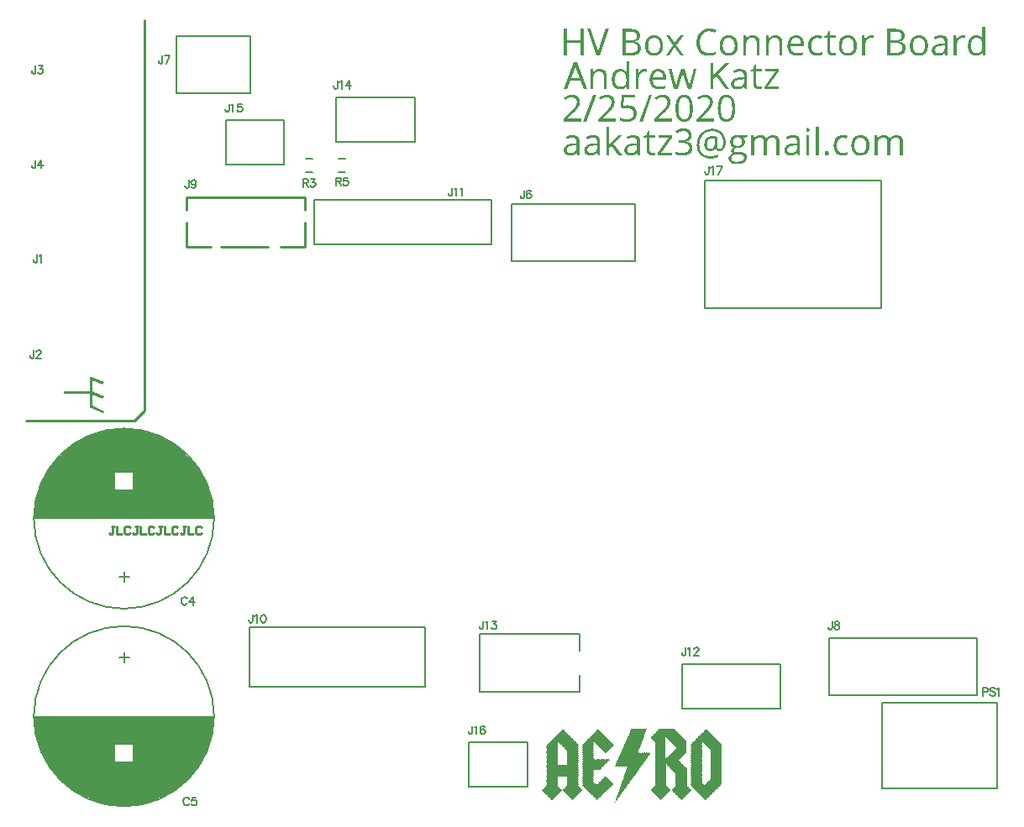
<source format=gto>
G04*
G04 #@! TF.GenerationSoftware,Altium Limited,Altium Designer,20.0.13 (296)*
G04*
G04 Layer_Color=65535*
%FSLAX25Y25*%
%MOIN*%
G70*
G01*
G75*
%ADD10C,0.00787*%
%ADD11C,0.00500*%
%ADD12C,0.00600*%
%ADD13C,0.01000*%
G36*
X706947Y509022D02*
X706605Y505556D01*
X705926Y502141D01*
X704915Y498808D01*
X703582Y495590D01*
X701940Y492519D01*
X700005Y489623D01*
X697796Y486931D01*
X695333Y484468D01*
X692641Y482258D01*
X689745Y480323D01*
X686674Y478682D01*
X683456Y477349D01*
X680123Y476338D01*
X676707Y475658D01*
X673241Y475317D01*
X669759D01*
X666293Y475658D01*
X662877Y476338D01*
X659544Y477349D01*
X656326Y478682D01*
X653255Y480323D01*
X650359Y482258D01*
X647667Y484468D01*
X645204Y486931D01*
X642995Y489623D01*
X641060Y492519D01*
X639418Y495590D01*
X638085Y498808D01*
X637074Y502141D01*
X636395Y505556D01*
X636053Y509022D01*
Y510764D01*
X674945D01*
Y510764D01*
X706947Y510764D01*
Y509022D01*
D02*
G37*
G36*
X676707Y624342D02*
X680123Y623662D01*
X683456Y622651D01*
X686674Y621318D01*
X689745Y619677D01*
X692641Y617742D01*
X695333Y615532D01*
X697796Y613069D01*
X700005Y610377D01*
X701940Y607481D01*
X703582Y604410D01*
X704915Y601192D01*
X705926Y597859D01*
X706605Y594444D01*
X706947Y590978D01*
Y589236D01*
X668055D01*
Y589236D01*
X636053Y589236D01*
Y590978D01*
X636395Y594444D01*
X637074Y597859D01*
X638085Y601192D01*
X639418Y604410D01*
X641060Y607481D01*
X642995Y610377D01*
X645204Y613069D01*
X647667Y615532D01*
X650359Y617742D01*
X653255Y619677D01*
X656326Y621318D01*
X659544Y622651D01*
X662877Y623662D01*
X666293Y624342D01*
X669759Y624683D01*
X673241D01*
X676707Y624342D01*
D02*
G37*
G36*
X878943Y505593D02*
X878842D01*
Y505492D01*
X878943D01*
Y505391D01*
X878842D01*
Y505289D01*
X878741D01*
Y505188D01*
Y505087D01*
Y504986D01*
X878640D01*
Y504885D01*
X878741D01*
Y504784D01*
X878640D01*
Y504682D01*
X878538D01*
Y504581D01*
X878437D01*
Y504480D01*
X878538D01*
Y504379D01*
X878437D01*
Y504278D01*
Y504177D01*
Y504076D01*
X878336D01*
Y503974D01*
X878235D01*
Y503873D01*
X878336D01*
Y503772D01*
X878235D01*
Y503671D01*
X878134D01*
Y503570D01*
Y503469D01*
Y503368D01*
X878033D01*
Y503266D01*
X878134D01*
Y503165D01*
X878033D01*
Y503064D01*
X877931D01*
Y502963D01*
X877830D01*
Y502862D01*
X877931D01*
Y502761D01*
X877830D01*
Y502660D01*
Y502558D01*
Y502457D01*
X877729D01*
Y502356D01*
X877628D01*
Y502255D01*
X877729D01*
Y502154D01*
X877628D01*
Y502053D01*
Y501952D01*
Y501850D01*
X877527D01*
Y501749D01*
X877426D01*
Y501648D01*
X877527D01*
Y501547D01*
X877426D01*
Y501446D01*
Y501345D01*
X877325D01*
Y501243D01*
Y501142D01*
X877223D01*
Y501041D01*
X877325D01*
Y500940D01*
X877223D01*
Y500839D01*
X877122D01*
Y500738D01*
Y500637D01*
Y500535D01*
X877021D01*
Y500434D01*
X877122D01*
Y500333D01*
X877021D01*
Y500232D01*
X876920D01*
Y500131D01*
X876819D01*
Y500030D01*
X876920D01*
Y499929D01*
X876819D01*
Y499827D01*
X876718D01*
Y499726D01*
Y499625D01*
Y499524D01*
X876617D01*
Y499423D01*
X876718D01*
Y499322D01*
X876617D01*
Y499221D01*
X876515D01*
Y499119D01*
Y499018D01*
Y498917D01*
X876414D01*
Y498816D01*
Y498715D01*
Y498614D01*
X876313D01*
Y498513D01*
X876212D01*
Y498411D01*
X876313D01*
Y498310D01*
X876212D01*
Y498209D01*
Y498108D01*
Y498007D01*
X876111D01*
Y497906D01*
X876010D01*
Y497804D01*
X876111D01*
Y497703D01*
X876010D01*
Y497602D01*
Y497501D01*
Y497400D01*
X875908D01*
Y497299D01*
X875807D01*
Y497198D01*
X875908D01*
Y497096D01*
X875807D01*
Y496995D01*
X875706D01*
Y496894D01*
Y496793D01*
Y496692D01*
X875605D01*
Y496591D01*
X875706D01*
Y496490D01*
X875605D01*
Y496388D01*
X875504D01*
Y496287D01*
X875605D01*
Y496186D01*
X875706D01*
Y496287D01*
X875807D01*
Y496186D01*
X875908D01*
Y496287D01*
X875807D01*
Y496388D01*
X875908D01*
Y496287D01*
X876010D01*
Y496186D01*
X876111D01*
Y496287D01*
X876212D01*
Y496186D01*
X876313D01*
Y496287D01*
X876212D01*
Y496388D01*
X876313D01*
Y496287D01*
X876414D01*
Y496186D01*
X876515D01*
Y496287D01*
X876617D01*
Y496186D01*
X876718D01*
Y496287D01*
X876617D01*
Y496388D01*
X876718D01*
Y496287D01*
X876819D01*
Y496186D01*
X876920D01*
Y496287D01*
X877021D01*
Y496186D01*
X877122D01*
Y496287D01*
X877021D01*
Y496388D01*
X877122D01*
Y496287D01*
X877223D01*
Y496186D01*
X877325D01*
Y496287D01*
X877426D01*
Y496186D01*
X877527D01*
Y496287D01*
X877426D01*
Y496388D01*
X877527D01*
Y496287D01*
X877628D01*
Y496186D01*
X877729D01*
Y496287D01*
X877830D01*
Y496186D01*
X877931D01*
Y496287D01*
X877830D01*
Y496388D01*
X877931D01*
Y496287D01*
X878033D01*
Y496186D01*
X878134D01*
Y496287D01*
X878235D01*
Y496186D01*
X878336D01*
Y496287D01*
X878235D01*
Y496388D01*
X878336D01*
Y496287D01*
X878437D01*
Y496186D01*
X878538D01*
Y496287D01*
X878640D01*
Y496186D01*
X878741D01*
Y496287D01*
X878640D01*
Y496388D01*
X878741D01*
Y496287D01*
X878842D01*
Y496186D01*
X878943D01*
Y496287D01*
X879044D01*
Y496186D01*
X879145D01*
Y496287D01*
X879044D01*
Y496388D01*
X879145D01*
Y496287D01*
X879246D01*
Y496186D01*
X879348D01*
Y496287D01*
X879449D01*
Y496186D01*
X879550D01*
Y496287D01*
X879449D01*
Y496388D01*
X879550D01*
Y496287D01*
X879651D01*
Y496186D01*
X879752D01*
Y496287D01*
X879853D01*
Y496186D01*
X879954D01*
Y496287D01*
X879853D01*
Y496388D01*
X879954D01*
Y496287D01*
X880056D01*
Y496186D01*
X880157D01*
Y496287D01*
X880258D01*
Y496186D01*
X880359D01*
Y496287D01*
X880258D01*
Y496388D01*
X880359D01*
Y496287D01*
X880460D01*
Y496186D01*
X880561D01*
Y496085D01*
X880460D01*
Y495984D01*
X880359D01*
Y495883D01*
X880258D01*
Y495782D01*
Y495680D01*
Y495579D01*
X880157D01*
Y495478D01*
X880056D01*
Y495377D01*
X879954D01*
Y495276D01*
X879853D01*
Y495175D01*
X879954D01*
Y495074D01*
X879651D01*
Y494972D01*
X879752D01*
Y494871D01*
X879651D01*
Y494770D01*
X879550D01*
Y494669D01*
X879449D01*
Y494568D01*
X879348D01*
Y494467D01*
X879246D01*
Y494366D01*
Y494264D01*
Y494163D01*
X879145D01*
Y494062D01*
X879044D01*
Y493961D01*
X878943D01*
Y493860D01*
X878842D01*
Y493759D01*
X878741D01*
Y493657D01*
X878640D01*
Y493556D01*
X878741D01*
Y493455D01*
X878640D01*
Y493354D01*
X878538D01*
Y493253D01*
X878437D01*
Y493152D01*
X878336D01*
Y493051D01*
X878235D01*
Y492949D01*
Y492848D01*
X878134D01*
Y492747D01*
Y492646D01*
X878033D01*
Y492545D01*
X877931D01*
Y492444D01*
X877830D01*
Y492343D01*
X877729D01*
Y492241D01*
X877628D01*
Y492140D01*
X877729D01*
Y492039D01*
X877527D01*
Y491938D01*
Y491837D01*
X877426D01*
Y491736D01*
X877325D01*
Y491635D01*
X877223D01*
Y491533D01*
Y491432D01*
X877122D01*
Y491331D01*
Y491230D01*
X877021D01*
Y491129D01*
X876920D01*
Y491028D01*
X876819D01*
Y490927D01*
X876718D01*
Y490825D01*
X876617D01*
Y490724D01*
X876718D01*
Y490623D01*
X876515D01*
Y490522D01*
Y490421D01*
X876414D01*
Y490320D01*
X876313D01*
Y490218D01*
X876212D01*
Y490117D01*
Y490016D01*
X876111D01*
Y489915D01*
Y489814D01*
X876010D01*
Y489713D01*
X875908D01*
Y489612D01*
X875807D01*
Y489510D01*
X875706D01*
Y489409D01*
X875605D01*
Y489308D01*
X875706D01*
Y489207D01*
X875504D01*
Y489106D01*
Y489005D01*
X875403D01*
Y488904D01*
X875302D01*
Y488802D01*
X875200D01*
Y488701D01*
Y488600D01*
X875099D01*
Y488499D01*
Y488398D01*
X874998D01*
Y488297D01*
X874897D01*
Y488196D01*
X874796D01*
Y488094D01*
X874695D01*
Y487993D01*
X874594D01*
Y487892D01*
X874695D01*
Y487791D01*
X874492D01*
Y487690D01*
Y487589D01*
X874391D01*
Y487488D01*
X874290D01*
Y487386D01*
X874189D01*
Y487285D01*
Y487184D01*
X873987D01*
Y487083D01*
X874088D01*
Y486982D01*
X873987D01*
Y486881D01*
X873886D01*
Y486779D01*
X873784D01*
Y486678D01*
X873683D01*
Y486577D01*
X873582D01*
Y486476D01*
X873683D01*
Y486375D01*
X873380D01*
Y486274D01*
X873481D01*
Y486172D01*
X873380D01*
Y486071D01*
X873279D01*
Y485970D01*
X873178D01*
Y485869D01*
Y485768D01*
X872975D01*
Y485667D01*
Y485566D01*
Y485464D01*
X872874D01*
Y485363D01*
X872773D01*
Y485262D01*
X872672D01*
Y485161D01*
X872571D01*
Y485060D01*
X872672D01*
Y484959D01*
X872368D01*
Y484858D01*
X872470D01*
Y484757D01*
X872368D01*
Y484655D01*
X872267D01*
Y484554D01*
X872166D01*
Y484453D01*
X872065D01*
Y484352D01*
X871964D01*
Y484251D01*
X872065D01*
Y484150D01*
X871964D01*
Y484049D01*
X871863D01*
Y483947D01*
X871762D01*
Y483846D01*
X871660D01*
Y483745D01*
X871559D01*
Y483644D01*
X871458D01*
Y483543D01*
X871357D01*
Y483442D01*
X871458D01*
Y483340D01*
X871357D01*
Y483239D01*
X871256D01*
Y483138D01*
X871155D01*
Y483037D01*
X871054D01*
Y482936D01*
X870952D01*
Y482835D01*
Y482734D01*
Y482632D01*
X870851D01*
Y482531D01*
X870750D01*
Y482430D01*
X870649D01*
Y482329D01*
X870548D01*
Y482228D01*
X870649D01*
Y482127D01*
X870548D01*
Y482228D01*
X870447D01*
Y482127D01*
X870345D01*
Y482025D01*
X870447D01*
Y481924D01*
X870345D01*
Y481823D01*
X870244D01*
Y481722D01*
X870143D01*
Y481621D01*
X870042D01*
Y481520D01*
X869941D01*
Y481419D01*
Y481318D01*
Y481216D01*
X869840D01*
Y481115D01*
X869739D01*
Y481014D01*
X869637D01*
Y480913D01*
X869536D01*
Y480812D01*
X869435D01*
Y480711D01*
X869334D01*
Y480610D01*
X869435D01*
Y480508D01*
X869334D01*
Y480407D01*
X869233D01*
Y480306D01*
X869132D01*
Y480205D01*
X869030D01*
Y480104D01*
X868929D01*
Y480003D01*
Y479901D01*
X868828D01*
Y479800D01*
Y479699D01*
X868727D01*
Y479598D01*
X868626D01*
Y479497D01*
X868525D01*
Y479396D01*
X868424D01*
Y479294D01*
X868322D01*
Y479193D01*
X868424D01*
Y479092D01*
X868120D01*
Y478991D01*
X868221D01*
Y478890D01*
X868120D01*
Y478789D01*
X868019D01*
Y478688D01*
X867918D01*
Y478586D01*
Y478485D01*
X867817D01*
Y478384D01*
Y478283D01*
X867716D01*
Y478182D01*
X867614D01*
Y478081D01*
X867513D01*
Y477980D01*
X867412D01*
Y477879D01*
X867311D01*
Y477777D01*
X867412D01*
Y477676D01*
X867210D01*
Y477575D01*
Y477474D01*
X867109D01*
Y477373D01*
X867008D01*
Y477272D01*
X866906D01*
Y477170D01*
Y477069D01*
X866805D01*
Y476968D01*
Y476867D01*
X866704D01*
Y476766D01*
X866603D01*
Y476665D01*
X866502D01*
Y476564D01*
X866401D01*
Y476665D01*
X866300D01*
Y476766D01*
X866401D01*
Y476867D01*
X866502D01*
Y476968D01*
X866603D01*
Y477069D01*
X866502D01*
Y477170D01*
X866603D01*
Y477272D01*
X866502D01*
Y477373D01*
X866603D01*
Y477474D01*
X866704D01*
Y477575D01*
X866805D01*
Y477676D01*
X866704D01*
Y477777D01*
X866805D01*
Y477879D01*
Y477980D01*
Y478081D01*
X866906D01*
Y478182D01*
X867008D01*
Y478283D01*
X866906D01*
Y478384D01*
X867008D01*
Y478485D01*
X866906D01*
Y478586D01*
X867109D01*
Y478688D01*
Y478789D01*
X867210D01*
Y478890D01*
X867109D01*
Y478991D01*
X867210D01*
Y479092D01*
Y479193D01*
X867311D01*
Y479294D01*
Y479396D01*
X867412D01*
Y479497D01*
X867311D01*
Y479598D01*
X867412D01*
Y479699D01*
X867311D01*
Y479800D01*
X867513D01*
Y479901D01*
Y480003D01*
X867614D01*
Y480104D01*
X867513D01*
Y480205D01*
X867614D01*
Y480306D01*
X867716D01*
Y480407D01*
Y480508D01*
Y480610D01*
X867817D01*
Y480711D01*
X867716D01*
Y480812D01*
X867817D01*
Y480913D01*
X867918D01*
Y481014D01*
Y481115D01*
Y481216D01*
X868019D01*
Y481318D01*
Y481419D01*
Y481520D01*
X868120D01*
Y481621D01*
Y481722D01*
Y481823D01*
X868221D01*
Y481924D01*
Y482025D01*
Y482127D01*
X868322D01*
Y482228D01*
X868424D01*
Y482329D01*
X868322D01*
Y482430D01*
X868424D01*
Y482531D01*
Y482632D01*
Y482734D01*
X868525D01*
Y482835D01*
Y482936D01*
Y483037D01*
X868626D01*
Y483138D01*
Y483239D01*
Y483340D01*
X868727D01*
Y483442D01*
X868828D01*
Y483543D01*
X868727D01*
Y483644D01*
X868828D01*
Y483745D01*
Y483846D01*
Y483947D01*
X868929D01*
Y484049D01*
X869030D01*
Y484150D01*
X868929D01*
Y484251D01*
X869030D01*
Y484352D01*
X869132D01*
Y484453D01*
X869030D01*
Y484554D01*
X869132D01*
Y484655D01*
X869233D01*
Y484757D01*
X869132D01*
Y484858D01*
X869233D01*
Y484959D01*
X869334D01*
Y485060D01*
Y485161D01*
Y485262D01*
X869435D01*
Y485363D01*
X869334D01*
Y485464D01*
X869435D01*
Y485566D01*
X869536D01*
Y485667D01*
Y485768D01*
Y485869D01*
X869637D01*
Y485970D01*
X869536D01*
Y486071D01*
X869637D01*
Y486172D01*
X869739D01*
Y486274D01*
X869840D01*
Y486375D01*
X869739D01*
Y486476D01*
X869840D01*
Y486577D01*
X869739D01*
Y486678D01*
X869840D01*
Y486779D01*
X869941D01*
Y486881D01*
X870042D01*
Y486982D01*
X869941D01*
Y487083D01*
X870042D01*
Y487184D01*
Y487285D01*
Y487386D01*
X870143D01*
Y487488D01*
X870244D01*
Y487589D01*
X870143D01*
Y487690D01*
X870244D01*
Y487791D01*
X870143D01*
Y487892D01*
X870244D01*
Y487993D01*
X870345D01*
Y488094D01*
X870447D01*
Y488196D01*
X870345D01*
Y488297D01*
X870447D01*
Y488398D01*
Y488499D01*
X870548D01*
Y488600D01*
Y488701D01*
X870649D01*
Y488802D01*
X870548D01*
Y488904D01*
X870649D01*
Y489005D01*
Y489106D01*
X870750D01*
Y489207D01*
Y489308D01*
X870851D01*
Y489409D01*
X870750D01*
Y489510D01*
X870851D01*
Y489612D01*
X870952D01*
Y489713D01*
Y489814D01*
Y489915D01*
X871054D01*
Y490016D01*
X870952D01*
Y490117D01*
X871054D01*
Y490218D01*
Y490320D01*
X871155D01*
Y490421D01*
Y490522D01*
X871256D01*
Y490623D01*
X871155D01*
Y490724D01*
X871054D01*
Y490825D01*
X870952D01*
Y490724D01*
X870649D01*
Y490825D01*
X870548D01*
Y490724D01*
X870244D01*
Y490825D01*
X870143D01*
Y490724D01*
X869840D01*
Y490825D01*
X869739D01*
Y490724D01*
X869435D01*
Y490825D01*
X869334D01*
Y490724D01*
X869030D01*
Y490825D01*
X868929D01*
Y490724D01*
X868626D01*
Y490825D01*
X868525D01*
Y490724D01*
X868221D01*
Y490825D01*
X868120D01*
Y490724D01*
X867817D01*
Y490825D01*
X867716D01*
Y490724D01*
X867412D01*
Y490825D01*
X867311D01*
Y490724D01*
X867008D01*
Y490825D01*
X866906D01*
Y490724D01*
X866603D01*
Y490825D01*
X866502D01*
Y490724D01*
X866401D01*
Y490825D01*
X866300D01*
Y490927D01*
X866401D01*
Y491028D01*
Y491129D01*
Y491230D01*
X866502D01*
Y491331D01*
X866603D01*
Y491432D01*
X866502D01*
Y491533D01*
X866603D01*
Y491635D01*
X866704D01*
Y491736D01*
X866805D01*
Y491837D01*
X866704D01*
Y491938D01*
X866805D01*
Y492039D01*
X866906D01*
Y492140D01*
Y492241D01*
Y492343D01*
X867008D01*
Y492444D01*
Y492545D01*
Y492646D01*
X867109D01*
Y492747D01*
X867210D01*
Y492848D01*
X867109D01*
Y492949D01*
X867210D01*
Y493051D01*
X867311D01*
Y493152D01*
X867412D01*
Y493253D01*
X867311D01*
Y493354D01*
X867412D01*
Y493455D01*
X867513D01*
Y493556D01*
Y493657D01*
Y493759D01*
X867614D01*
Y493860D01*
Y493961D01*
X867716D01*
Y494062D01*
Y494163D01*
X867817D01*
Y494264D01*
X867716D01*
Y494366D01*
X867817D01*
Y494467D01*
X867918D01*
Y494568D01*
X868019D01*
Y494669D01*
X867918D01*
Y494770D01*
X868019D01*
Y494871D01*
X868120D01*
Y494972D01*
Y495074D01*
Y495175D01*
X868221D01*
Y495276D01*
X868322D01*
Y495377D01*
X868424D01*
Y495478D01*
X868322D01*
Y495579D01*
X868424D01*
Y495680D01*
Y495782D01*
X868525D01*
Y495883D01*
Y495984D01*
X868626D01*
Y496085D01*
Y496186D01*
Y496287D01*
X868727D01*
Y496388D01*
X868828D01*
Y496490D01*
X868727D01*
Y496591D01*
X868828D01*
Y496692D01*
X868929D01*
Y496793D01*
X869030D01*
Y496894D01*
X868929D01*
Y496995D01*
X869030D01*
Y497096D01*
Y497198D01*
X869132D01*
Y497299D01*
Y497400D01*
X869233D01*
Y497501D01*
Y497602D01*
Y497703D01*
X869334D01*
Y497804D01*
X869435D01*
Y497906D01*
X869334D01*
Y498007D01*
X869435D01*
Y498108D01*
X869536D01*
Y498209D01*
X869637D01*
Y498310D01*
X869536D01*
Y498411D01*
X869637D01*
Y498513D01*
X869739D01*
Y498614D01*
Y498715D01*
Y498816D01*
X869840D01*
Y498917D01*
Y499018D01*
Y499119D01*
X869941D01*
Y499221D01*
X870042D01*
Y499322D01*
Y499423D01*
Y499524D01*
X870143D01*
Y499625D01*
X870244D01*
Y499726D01*
X870143D01*
Y499827D01*
X870244D01*
Y499929D01*
X870345D01*
Y500030D01*
X870447D01*
Y500131D01*
X870345D01*
Y500232D01*
X870447D01*
Y500333D01*
X870548D01*
Y500434D01*
Y500535D01*
Y500637D01*
X870649D01*
Y500738D01*
X870548D01*
Y500839D01*
X870750D01*
Y500940D01*
Y501041D01*
X870851D01*
Y501142D01*
Y501243D01*
Y501345D01*
X870952D01*
Y501446D01*
X871054D01*
Y501547D01*
X870952D01*
Y501648D01*
X871054D01*
Y501749D01*
X871155D01*
Y501850D01*
X871256D01*
Y501952D01*
X871155D01*
Y502053D01*
X871256D01*
Y502154D01*
Y502255D01*
X871357D01*
Y502356D01*
Y502457D01*
X871458D01*
Y502558D01*
Y502660D01*
Y502761D01*
X871559D01*
Y502862D01*
X871660D01*
Y502963D01*
X871559D01*
Y503064D01*
X871660D01*
Y503165D01*
X871762D01*
Y503266D01*
X871863D01*
Y503368D01*
X871762D01*
Y503469D01*
X871863D01*
Y503570D01*
Y503671D01*
X871964D01*
Y503772D01*
Y503873D01*
X872065D01*
Y503974D01*
Y504076D01*
Y504177D01*
X872166D01*
Y504076D01*
X872267D01*
Y504177D01*
X872166D01*
Y504278D01*
X872267D01*
Y504379D01*
X872166D01*
Y504480D01*
X872267D01*
Y504581D01*
X872368D01*
Y504682D01*
X872470D01*
Y504784D01*
X872368D01*
Y504885D01*
X872470D01*
Y504986D01*
X872571D01*
Y505087D01*
Y505188D01*
Y505289D01*
X872672D01*
Y505391D01*
X872773D01*
Y505492D01*
Y505593D01*
Y505694D01*
X878943D01*
Y505593D01*
D02*
G37*
G36*
X859624Y505492D02*
X859927D01*
Y505391D01*
X859826D01*
Y505289D01*
X860130D01*
Y505188D01*
X860028D01*
Y505087D01*
X860332D01*
Y504986D01*
X860231D01*
Y504885D01*
X860534D01*
Y504784D01*
X860433D01*
Y504682D01*
X860736D01*
Y504581D01*
X860635D01*
Y504480D01*
X860939D01*
Y504379D01*
X860838D01*
Y504278D01*
X861141D01*
Y504177D01*
X861040D01*
Y504076D01*
X861343D01*
Y503974D01*
X861242D01*
Y503873D01*
X861546D01*
Y503772D01*
X861444D01*
Y503671D01*
X861748D01*
Y503570D01*
X861647D01*
Y503469D01*
X861950D01*
Y503368D01*
X861849D01*
Y503266D01*
X862152D01*
Y503165D01*
X862051D01*
Y503064D01*
X862355D01*
Y502963D01*
X862254D01*
Y502862D01*
X862557D01*
Y502761D01*
X862456D01*
Y502660D01*
X862759D01*
Y502558D01*
X862658D01*
Y502457D01*
X862962D01*
Y502356D01*
X862860D01*
Y502255D01*
X863164D01*
Y502154D01*
X863063D01*
Y502053D01*
X863366D01*
Y501952D01*
X863265D01*
Y501850D01*
X863569D01*
Y501749D01*
X863467D01*
Y501648D01*
X863771D01*
Y501547D01*
X863670D01*
Y501446D01*
X863973D01*
Y501345D01*
X863872D01*
Y501243D01*
X864176D01*
Y501142D01*
X864074D01*
Y501041D01*
X864378D01*
Y500940D01*
X864277D01*
Y500839D01*
X864580D01*
Y500738D01*
X864479D01*
Y500637D01*
X864782D01*
Y500535D01*
X864681D01*
Y500434D01*
X864985D01*
Y500333D01*
X864884D01*
Y500232D01*
X865187D01*
Y500131D01*
X865086D01*
Y500030D01*
X865389D01*
Y499929D01*
X865288D01*
Y499827D01*
X865592D01*
Y499726D01*
X865490D01*
Y499625D01*
X865794D01*
Y499524D01*
X865693D01*
Y499423D01*
X865996D01*
Y499322D01*
X865895D01*
Y499221D01*
X865794D01*
Y499119D01*
X865693D01*
Y499018D01*
X865592D01*
Y498917D01*
X865490D01*
Y498816D01*
X865389D01*
Y498715D01*
X865288D01*
Y498614D01*
X865187D01*
Y498513D01*
X865086D01*
Y498411D01*
X864985D01*
Y498310D01*
X864884D01*
Y498209D01*
X864782D01*
Y498108D01*
X864681D01*
Y498007D01*
X864580D01*
Y497906D01*
X864479D01*
Y497804D01*
X864378D01*
Y497703D01*
X864277D01*
Y497602D01*
X864176D01*
Y497501D01*
X864074D01*
Y497400D01*
X863973D01*
Y497299D01*
X863872D01*
Y497198D01*
X863771D01*
Y497096D01*
X863670D01*
Y496995D01*
X863569D01*
Y496894D01*
X863467D01*
Y496793D01*
X863366D01*
Y496692D01*
X863265D01*
Y496591D01*
X863164D01*
Y496490D01*
X863063D01*
Y496388D01*
X862962D01*
Y496287D01*
X862860D01*
Y496186D01*
X862759D01*
Y496085D01*
X862658D01*
Y495984D01*
X862557D01*
Y496085D01*
X862456D01*
Y496186D01*
X862355D01*
Y496287D01*
X862254D01*
Y496388D01*
X862152D01*
Y496490D01*
X862051D01*
Y496591D01*
X861950D01*
Y496692D01*
X861849D01*
Y496793D01*
X861748D01*
Y496894D01*
X861647D01*
Y496995D01*
X861546D01*
Y497096D01*
X861444D01*
Y497198D01*
X861343D01*
Y497299D01*
X861242D01*
Y497400D01*
X861141D01*
Y497501D01*
X861040D01*
Y497602D01*
X860939D01*
Y497703D01*
X860838D01*
Y497804D01*
X860736D01*
Y497906D01*
X860635D01*
Y498007D01*
X860534D01*
Y498108D01*
X860433D01*
Y498209D01*
X860332D01*
Y498310D01*
X860231D01*
Y498411D01*
X860130D01*
Y498513D01*
X860028D01*
Y498614D01*
X859927D01*
Y498715D01*
X859826D01*
Y498816D01*
X859725D01*
Y498917D01*
X859624D01*
Y499018D01*
X859523D01*
Y499119D01*
X859422D01*
Y499221D01*
X859320D01*
Y499322D01*
X859219D01*
Y499423D01*
X859118D01*
Y499524D01*
X859017D01*
Y499625D01*
X858916D01*
Y499726D01*
X858815D01*
Y499827D01*
X858714D01*
Y499929D01*
X858612D01*
Y500030D01*
X858511D01*
Y500131D01*
X858410D01*
Y500232D01*
X858309D01*
Y500333D01*
X858208D01*
Y500434D01*
X858107D01*
Y500535D01*
X858006D01*
Y500637D01*
X857904D01*
Y500738D01*
X857803D01*
Y500637D01*
X857904D01*
Y500535D01*
X857803D01*
Y500434D01*
X857904D01*
Y500333D01*
X857803D01*
Y500232D01*
X857904D01*
Y500131D01*
X857803D01*
Y500030D01*
X857904D01*
Y499929D01*
X857803D01*
Y499827D01*
X857904D01*
Y499726D01*
X857803D01*
Y499625D01*
X857904D01*
Y499524D01*
X857803D01*
Y499423D01*
X857904D01*
Y499322D01*
X857803D01*
Y499221D01*
X857904D01*
Y499119D01*
X857803D01*
Y499018D01*
X857904D01*
Y498917D01*
X857803D01*
Y498816D01*
X857904D01*
Y498715D01*
X857803D01*
Y498614D01*
X857904D01*
Y498513D01*
X857803D01*
Y498411D01*
X857904D01*
Y498310D01*
X857803D01*
Y498209D01*
X857904D01*
Y498108D01*
X857803D01*
Y498007D01*
X857904D01*
Y497906D01*
X857803D01*
Y497804D01*
X857904D01*
Y497703D01*
X857803D01*
Y497602D01*
X857904D01*
Y497501D01*
X857803D01*
Y497400D01*
X857904D01*
Y497299D01*
X857803D01*
Y497198D01*
X857904D01*
Y497096D01*
X857803D01*
Y496995D01*
X857904D01*
Y496894D01*
X857803D01*
Y496793D01*
X857904D01*
Y496692D01*
X857803D01*
Y496591D01*
X857904D01*
Y496490D01*
X857803D01*
Y496388D01*
X857904D01*
Y496287D01*
X857803D01*
Y496186D01*
X857904D01*
Y496085D01*
X857803D01*
Y495984D01*
X857904D01*
Y495883D01*
X857803D01*
Y495782D01*
X857904D01*
Y495680D01*
X857803D01*
Y495579D01*
X857904D01*
Y495478D01*
X857803D01*
Y495377D01*
X857904D01*
Y495276D01*
X857803D01*
Y495175D01*
X857904D01*
Y495074D01*
X857803D01*
Y494972D01*
X857904D01*
Y494871D01*
X857803D01*
Y494770D01*
X857904D01*
Y494669D01*
X857803D01*
Y494568D01*
X857904D01*
Y494467D01*
X857803D01*
Y494366D01*
X857904D01*
Y494264D01*
X857803D01*
Y494163D01*
X857904D01*
Y494062D01*
X857803D01*
Y493961D01*
X857904D01*
Y493860D01*
X857803D01*
Y493759D01*
X857904D01*
Y493657D01*
X858006D01*
Y493556D01*
X858107D01*
Y493657D01*
X858208D01*
Y493759D01*
X858309D01*
Y493657D01*
X858410D01*
Y493556D01*
X858511D01*
Y493657D01*
X858612D01*
Y493759D01*
X858714D01*
Y493657D01*
X858815D01*
Y493556D01*
X858916D01*
Y493657D01*
X859017D01*
Y493759D01*
X859118D01*
Y493657D01*
X859219D01*
Y493556D01*
X859320D01*
Y493657D01*
X859422D01*
Y493759D01*
X859523D01*
Y493657D01*
X859624D01*
Y493556D01*
X859725D01*
Y493657D01*
X859826D01*
Y493759D01*
X859927D01*
Y493657D01*
X860028D01*
Y493556D01*
X860130D01*
Y493657D01*
X860231D01*
Y493759D01*
X860332D01*
Y493657D01*
X860433D01*
Y493556D01*
X860534D01*
Y493657D01*
X860635D01*
Y493759D01*
X860736D01*
Y493657D01*
X860838D01*
Y493556D01*
X860939D01*
Y493657D01*
X861040D01*
Y493759D01*
X861141D01*
Y493657D01*
X861242D01*
Y493556D01*
X861343D01*
Y493657D01*
X861444D01*
Y493759D01*
X861546D01*
Y493657D01*
X861647D01*
Y493556D01*
X861748D01*
Y493657D01*
X861849D01*
Y493759D01*
X861950D01*
Y493657D01*
X862051D01*
Y493556D01*
X862152D01*
Y493657D01*
X862254D01*
Y493759D01*
X862355D01*
Y493657D01*
X862456D01*
Y493556D01*
X862557D01*
Y493657D01*
X862658D01*
Y493759D01*
X862759D01*
Y493657D01*
X862860D01*
Y493556D01*
X862962D01*
Y493657D01*
X863063D01*
Y493759D01*
X863164D01*
Y493657D01*
X863265D01*
Y493556D01*
X863366D01*
Y493657D01*
X863467D01*
Y493759D01*
X863569D01*
Y493657D01*
X863670D01*
Y493556D01*
X863771D01*
Y493657D01*
X863872D01*
Y493759D01*
X863973D01*
Y493657D01*
X864074D01*
Y493556D01*
X864176D01*
Y493657D01*
X864277D01*
Y493556D01*
X864378D01*
Y493455D01*
X864277D01*
Y493354D01*
X864176D01*
Y493253D01*
X863973D01*
Y493152D01*
Y493051D01*
X863771D01*
Y492949D01*
Y492848D01*
X863569D01*
Y492747D01*
Y492646D01*
X863467D01*
Y492545D01*
X863366D01*
Y492444D01*
X863164D01*
Y492343D01*
Y492241D01*
X862962D01*
Y492140D01*
Y492039D01*
X862759D01*
Y491938D01*
Y491837D01*
X862658D01*
Y491736D01*
X862557D01*
Y491635D01*
X862456D01*
Y491533D01*
X862355D01*
Y491432D01*
X862254D01*
Y491331D01*
X862152D01*
Y491230D01*
X862051D01*
Y491129D01*
X861950D01*
Y491028D01*
X861849D01*
Y490927D01*
X861748D01*
Y490825D01*
X861647D01*
Y490724D01*
X861546D01*
Y490623D01*
X861444D01*
Y490522D01*
X861343D01*
Y490421D01*
X861242D01*
Y490320D01*
X861141D01*
Y490218D01*
X861040D01*
Y490117D01*
X860939D01*
Y490016D01*
X860838D01*
Y489915D01*
X860736D01*
Y489814D01*
X860635D01*
Y489713D01*
X860534D01*
Y489612D01*
X860433D01*
Y489510D01*
X860332D01*
Y489409D01*
X857803D01*
Y489308D01*
X857904D01*
Y489207D01*
X857803D01*
Y489106D01*
X857904D01*
Y489005D01*
X857803D01*
Y488904D01*
X857904D01*
Y488802D01*
X857803D01*
Y488701D01*
X857904D01*
Y488600D01*
X857803D01*
Y488499D01*
X857904D01*
Y488398D01*
X857803D01*
Y488297D01*
X857904D01*
Y488196D01*
X857803D01*
Y488094D01*
X857904D01*
Y487993D01*
X857803D01*
Y487892D01*
X857904D01*
Y487791D01*
X857803D01*
Y487690D01*
X857904D01*
Y487589D01*
X857803D01*
Y487488D01*
X857904D01*
Y487386D01*
X857803D01*
Y487285D01*
X857904D01*
Y487184D01*
X857803D01*
Y487083D01*
X857904D01*
Y486982D01*
X857803D01*
Y486881D01*
X857904D01*
Y486779D01*
X857803D01*
Y486678D01*
X857904D01*
Y486577D01*
X857803D01*
Y486476D01*
X857904D01*
Y486375D01*
X857803D01*
Y486274D01*
X857904D01*
Y486172D01*
X857803D01*
Y486071D01*
X857904D01*
Y485970D01*
X857803D01*
Y485869D01*
X857904D01*
Y485768D01*
X857803D01*
Y485667D01*
X857904D01*
Y485566D01*
X857803D01*
Y485464D01*
X857904D01*
Y485363D01*
X857803D01*
Y485262D01*
X857904D01*
Y485161D01*
X857803D01*
Y485060D01*
X857904D01*
Y484959D01*
X857803D01*
Y484858D01*
X857904D01*
Y484757D01*
X857803D01*
Y484655D01*
X857904D01*
Y484554D01*
X857803D01*
Y484453D01*
X858006D01*
Y484352D01*
Y484251D01*
X858309D01*
Y484150D01*
Y484049D01*
X858511D01*
Y483947D01*
X858410D01*
Y483846D01*
X858714D01*
Y483745D01*
Y483644D01*
X858916D01*
Y483543D01*
Y483442D01*
X859118D01*
Y483543D01*
Y483644D01*
X859320D01*
Y483745D01*
X859219D01*
Y483846D01*
X859523D01*
Y483947D01*
Y484049D01*
X859725D01*
Y484150D01*
X859624D01*
Y484251D01*
X859927D01*
Y484352D01*
Y484453D01*
X860130D01*
Y484554D01*
X860028D01*
Y484655D01*
X860332D01*
Y484757D01*
X860433D01*
Y484858D01*
X860534D01*
Y484959D01*
X860433D01*
Y485060D01*
X860736D01*
Y485161D01*
Y485262D01*
X860939D01*
Y485363D01*
X860838D01*
Y485464D01*
X861141D01*
Y485566D01*
Y485667D01*
X861343D01*
Y485768D01*
X861242D01*
Y485869D01*
X861546D01*
Y485970D01*
Y486071D01*
X861748D01*
Y486172D01*
X861647D01*
Y486274D01*
X861950D01*
Y486375D01*
X862051D01*
Y486476D01*
X862152D01*
Y486577D01*
X862051D01*
Y486678D01*
X862355D01*
Y486779D01*
Y486881D01*
X862557D01*
Y486982D01*
X862456D01*
Y487083D01*
X862557D01*
Y486982D01*
X862658D01*
Y486881D01*
X862759D01*
Y486779D01*
X862860D01*
Y486678D01*
X862962D01*
Y486577D01*
X863063D01*
Y486476D01*
X863164D01*
Y486375D01*
X863265D01*
Y486274D01*
X863366D01*
Y486172D01*
X863467D01*
Y486071D01*
X863569D01*
Y485970D01*
X863670D01*
Y485869D01*
X863771D01*
Y485768D01*
X863872D01*
Y485667D01*
X863973D01*
Y485566D01*
X864074D01*
Y485464D01*
X864176D01*
Y485363D01*
X864277D01*
Y485262D01*
X864378D01*
Y485161D01*
X864479D01*
Y485060D01*
X864580D01*
Y484959D01*
X864681D01*
Y484858D01*
X864782D01*
Y484757D01*
X864884D01*
Y484655D01*
X865086D01*
Y484554D01*
Y484453D01*
X865288D01*
Y484352D01*
Y484251D01*
X865490D01*
Y484150D01*
Y484049D01*
X865592D01*
Y483947D01*
X865693D01*
Y483846D01*
X865794D01*
Y483745D01*
X865592D01*
Y483644D01*
Y483543D01*
X865288D01*
Y483442D01*
X865389D01*
Y483340D01*
X865187D01*
Y483239D01*
Y483138D01*
X864884D01*
Y483037D01*
X864985D01*
Y482936D01*
X864782D01*
Y482835D01*
Y482734D01*
X864479D01*
Y482632D01*
X864580D01*
Y482531D01*
X864378D01*
Y482430D01*
Y482329D01*
X864074D01*
Y482228D01*
X864176D01*
Y482127D01*
X863973D01*
Y482025D01*
Y481924D01*
X863670D01*
Y481823D01*
X863771D01*
Y481722D01*
X863467D01*
Y481621D01*
X863569D01*
Y481520D01*
X863265D01*
Y481419D01*
X863366D01*
Y481318D01*
X863063D01*
Y481216D01*
X863164D01*
Y481115D01*
X862860D01*
Y481014D01*
X862962D01*
Y480913D01*
X862658D01*
Y480812D01*
X862759D01*
Y480711D01*
X862456D01*
Y480610D01*
X862557D01*
Y480508D01*
X862254D01*
Y480407D01*
X862355D01*
Y480306D01*
X862051D01*
Y480205D01*
X862152D01*
Y480104D01*
X861849D01*
Y480003D01*
X861950D01*
Y479901D01*
X861849D01*
Y480003D01*
X861748D01*
Y479901D01*
X861647D01*
Y479800D01*
X861748D01*
Y479699D01*
X861444D01*
Y479598D01*
X861546D01*
Y479497D01*
X861242D01*
Y479396D01*
X861343D01*
Y479294D01*
X861040D01*
Y479193D01*
X861141D01*
Y479092D01*
X861040D01*
Y479193D01*
X860939D01*
Y479092D01*
X860838D01*
Y478991D01*
X860939D01*
Y478890D01*
X860635D01*
Y478789D01*
X860736D01*
Y478688D01*
X860433D01*
Y478586D01*
X860534D01*
Y478485D01*
X860231D01*
Y478384D01*
X860130D01*
Y478283D01*
X860028D01*
Y478182D01*
X860130D01*
Y478081D01*
X859826D01*
Y477980D01*
X859725D01*
Y477879D01*
X859624D01*
Y477777D01*
X859725D01*
Y477676D01*
X859624D01*
Y477777D01*
X859523D01*
Y477676D01*
X859422D01*
Y477575D01*
X859320D01*
Y477474D01*
X859219D01*
Y477373D01*
X859118D01*
Y477474D01*
X859017D01*
Y477575D01*
X858916D01*
Y477676D01*
X858815D01*
Y477777D01*
X858714D01*
Y477879D01*
X858612D01*
Y477980D01*
X858511D01*
Y478081D01*
X858410D01*
Y478182D01*
X858309D01*
Y478283D01*
X858208D01*
Y478384D01*
X858107D01*
Y478485D01*
X858006D01*
Y478586D01*
X858107D01*
Y478688D01*
X857803D01*
Y478789D01*
X857904D01*
Y478890D01*
X857601D01*
Y478991D01*
X857702D01*
Y479092D01*
X857399D01*
Y479193D01*
X857500D01*
Y479294D01*
X857196D01*
Y479396D01*
X857297D01*
Y479497D01*
X856994D01*
Y479598D01*
X857095D01*
Y479699D01*
X856792D01*
Y479800D01*
X856893D01*
Y479901D01*
X856589D01*
Y480003D01*
X856691D01*
Y480104D01*
X856387D01*
Y480205D01*
X856488D01*
Y480306D01*
X856185D01*
Y480407D01*
X856286D01*
Y480508D01*
X855982D01*
Y480610D01*
X856084D01*
Y480711D01*
X855780D01*
Y480812D01*
X855881D01*
Y480913D01*
X855578D01*
Y481014D01*
X855679D01*
Y481115D01*
X855376D01*
Y481216D01*
X855477D01*
Y481318D01*
X855173D01*
Y481419D01*
X855274D01*
Y481520D01*
X854971D01*
Y481621D01*
X855072D01*
Y481722D01*
X854769D01*
Y481823D01*
X854870D01*
Y481924D01*
X854566D01*
Y482025D01*
X854668D01*
Y482127D01*
X854364D01*
Y482228D01*
X854465D01*
Y482329D01*
X854162D01*
Y482430D01*
X854263D01*
Y482531D01*
X853960D01*
Y482632D01*
X854061D01*
Y482734D01*
X853757D01*
Y482835D01*
X853858D01*
Y482936D01*
X853555D01*
Y483037D01*
X853656D01*
Y483138D01*
X853555D01*
Y483239D01*
X853454D01*
Y483340D01*
X853555D01*
Y483442D01*
X853454D01*
Y483543D01*
X853555D01*
Y483644D01*
X853454D01*
Y483745D01*
X853555D01*
Y483846D01*
X853454D01*
Y483947D01*
X853555D01*
Y484049D01*
X853454D01*
Y484150D01*
X853555D01*
Y484251D01*
X853454D01*
Y484352D01*
X853555D01*
Y484453D01*
X853454D01*
Y484554D01*
X853555D01*
Y484655D01*
X853454D01*
Y484757D01*
X853555D01*
Y484858D01*
X853454D01*
Y484959D01*
X853555D01*
Y485060D01*
X853454D01*
Y485161D01*
X853555D01*
Y485262D01*
X853454D01*
Y485363D01*
X853555D01*
Y485464D01*
X853454D01*
Y485566D01*
X853555D01*
Y485667D01*
X853454D01*
Y485768D01*
X853555D01*
Y485869D01*
X853454D01*
Y485970D01*
X853555D01*
Y486071D01*
X853454D01*
Y486172D01*
X853555D01*
Y486274D01*
X853454D01*
Y486375D01*
X853555D01*
Y486476D01*
X853454D01*
Y486577D01*
X853555D01*
Y486678D01*
X853454D01*
Y486779D01*
X853555D01*
Y486881D01*
X853454D01*
Y486982D01*
X853555D01*
Y487083D01*
X853454D01*
Y487184D01*
X853555D01*
Y487285D01*
X853454D01*
Y487386D01*
X853555D01*
Y487488D01*
X853454D01*
Y487589D01*
X853555D01*
Y487690D01*
X853454D01*
Y487791D01*
X853555D01*
Y487892D01*
X853454D01*
Y487993D01*
X853555D01*
Y488094D01*
X853454D01*
Y488196D01*
X853555D01*
Y488297D01*
X853454D01*
Y488398D01*
X853555D01*
Y488499D01*
X853454D01*
Y488600D01*
X853555D01*
Y488701D01*
X853454D01*
Y488802D01*
X853555D01*
Y488904D01*
X853454D01*
Y489005D01*
X853555D01*
Y489106D01*
X853454D01*
Y489207D01*
X853555D01*
Y489308D01*
X853454D01*
Y489409D01*
X853555D01*
Y489510D01*
X853454D01*
Y489612D01*
X853555D01*
Y489713D01*
X853454D01*
Y489814D01*
X853555D01*
Y489915D01*
X853454D01*
Y490016D01*
X853555D01*
Y490117D01*
X853454D01*
Y490218D01*
X853555D01*
Y490320D01*
X853454D01*
Y490421D01*
X853555D01*
Y490522D01*
X853454D01*
Y490623D01*
X853555D01*
Y490724D01*
X853454D01*
Y490825D01*
X853555D01*
Y490927D01*
X853454D01*
Y491028D01*
X853555D01*
Y491129D01*
X853454D01*
Y491230D01*
X853555D01*
Y491331D01*
X853454D01*
Y491432D01*
X853555D01*
Y491533D01*
X853454D01*
Y491635D01*
X853555D01*
Y491736D01*
X853454D01*
Y491837D01*
X853555D01*
Y491938D01*
X853454D01*
Y492039D01*
X853555D01*
Y492140D01*
X853454D01*
Y492241D01*
X853555D01*
Y492343D01*
X853454D01*
Y492444D01*
X853555D01*
Y492545D01*
X853454D01*
Y492646D01*
X853555D01*
Y492747D01*
X853454D01*
Y492848D01*
X853555D01*
Y492949D01*
X853454D01*
Y493051D01*
X853555D01*
Y493152D01*
X853454D01*
Y493253D01*
X853555D01*
Y493354D01*
X853454D01*
Y493455D01*
X853555D01*
Y493556D01*
X853454D01*
Y493657D01*
X853555D01*
Y493759D01*
X853454D01*
Y493860D01*
X853555D01*
Y493961D01*
X853454D01*
Y494062D01*
X853555D01*
Y494163D01*
X853454D01*
Y494264D01*
X853555D01*
Y494366D01*
X853454D01*
Y494467D01*
X853555D01*
Y494568D01*
X853454D01*
Y494669D01*
X853555D01*
Y494770D01*
X853454D01*
Y494871D01*
X853555D01*
Y494972D01*
X853454D01*
Y495074D01*
X853555D01*
Y495175D01*
X853454D01*
Y495276D01*
X853555D01*
Y495377D01*
X853454D01*
Y495478D01*
X853555D01*
Y495579D01*
X853454D01*
Y495680D01*
X853555D01*
Y495782D01*
X853454D01*
Y495883D01*
X853555D01*
Y495984D01*
X853454D01*
Y496085D01*
X853555D01*
Y496186D01*
X853454D01*
Y496287D01*
X853555D01*
Y496388D01*
X853454D01*
Y496490D01*
X853555D01*
Y496591D01*
X853454D01*
Y496692D01*
X853555D01*
Y496793D01*
X853454D01*
Y496894D01*
X853555D01*
Y496995D01*
X853454D01*
Y497096D01*
X853555D01*
Y497198D01*
X853454D01*
Y497299D01*
X853555D01*
Y497400D01*
X853454D01*
Y497501D01*
X853555D01*
Y497602D01*
X853454D01*
Y497703D01*
X853555D01*
Y497804D01*
X853454D01*
Y497906D01*
X853555D01*
Y498007D01*
X853454D01*
Y498108D01*
X853555D01*
Y498209D01*
X853454D01*
Y498310D01*
X853555D01*
Y498411D01*
X853454D01*
Y498513D01*
X853555D01*
Y498614D01*
X853454D01*
Y498715D01*
X853555D01*
Y498816D01*
X853454D01*
Y498917D01*
X853555D01*
Y499018D01*
X853454D01*
Y499119D01*
X853555D01*
Y499221D01*
X853454D01*
Y499322D01*
X853555D01*
Y499423D01*
X853454D01*
Y499524D01*
X853555D01*
Y499625D01*
X853656D01*
Y499726D01*
X853757D01*
Y499827D01*
X853858D01*
Y499929D01*
Y500030D01*
X854061D01*
Y500131D01*
X854162D01*
Y500232D01*
X854263D01*
Y500333D01*
Y500434D01*
X854465D01*
Y500535D01*
X854566D01*
Y500637D01*
X854668D01*
Y500738D01*
Y500839D01*
X854870D01*
Y500940D01*
X854971D01*
Y501041D01*
X855072D01*
Y501142D01*
Y501243D01*
X855274D01*
Y501345D01*
X855376D01*
Y501446D01*
X855477D01*
Y501547D01*
Y501648D01*
X855679D01*
Y501749D01*
X855780D01*
Y501850D01*
X855881D01*
Y501952D01*
Y502053D01*
X856084D01*
Y502154D01*
X856185D01*
Y502255D01*
X856286D01*
Y502356D01*
Y502457D01*
X856488D01*
Y502558D01*
X856589D01*
Y502660D01*
X856691D01*
Y502761D01*
Y502862D01*
X856893D01*
Y502963D01*
X856994D01*
Y503064D01*
X857095D01*
Y503165D01*
Y503266D01*
X857297D01*
Y503368D01*
X857399D01*
Y503469D01*
X857500D01*
Y503570D01*
Y503671D01*
X857702D01*
Y503772D01*
X857803D01*
Y503873D01*
X857904D01*
Y503974D01*
Y504076D01*
X858107D01*
Y504177D01*
X858208D01*
Y504278D01*
X858309D01*
Y504379D01*
Y504480D01*
X858511D01*
Y504581D01*
X858612D01*
Y504682D01*
X858714D01*
Y504784D01*
Y504885D01*
X858916D01*
Y504986D01*
X859017D01*
Y505087D01*
X859118D01*
Y505188D01*
Y505289D01*
X859320D01*
Y505391D01*
X859422D01*
Y505492D01*
X859523D01*
Y505593D01*
X859624D01*
Y505492D01*
D02*
G37*
G36*
X902611Y505593D02*
X902713D01*
Y505492D01*
X902814D01*
Y505391D01*
X902915D01*
Y505289D01*
X903016D01*
Y505188D01*
X903117D01*
Y505087D01*
X903218D01*
Y504986D01*
X903319D01*
Y504885D01*
X903421D01*
Y504784D01*
X903522D01*
Y504682D01*
X903623D01*
Y504581D01*
X903724D01*
Y504480D01*
X903825D01*
Y504379D01*
X903926D01*
Y504278D01*
X904027D01*
Y504177D01*
X904129D01*
Y504076D01*
X904230D01*
Y503974D01*
X904331D01*
Y503873D01*
X904432D01*
Y503772D01*
X904533D01*
Y503671D01*
X904634D01*
Y503570D01*
X904735D01*
Y503469D01*
X904837D01*
Y503368D01*
X904938D01*
Y503266D01*
X905039D01*
Y503165D01*
X905140D01*
Y503064D01*
X905241D01*
Y502963D01*
X905342D01*
Y502862D01*
X905443D01*
Y502761D01*
X905545D01*
Y502660D01*
X905646D01*
Y502558D01*
X905747D01*
Y502457D01*
X905848D01*
Y502356D01*
X905949D01*
Y502255D01*
X906050D01*
Y502154D01*
X906152D01*
Y502053D01*
X906253D01*
Y501952D01*
X906354D01*
Y501850D01*
X906455D01*
Y501749D01*
X906556D01*
Y501648D01*
X906657D01*
Y501547D01*
X906758D01*
Y501446D01*
X906860D01*
Y501345D01*
X906961D01*
Y501243D01*
X907062D01*
Y501142D01*
X907163D01*
Y501041D01*
X907264D01*
Y500940D01*
X907365D01*
Y500839D01*
X907467D01*
Y500738D01*
X907568D01*
Y500637D01*
X907669D01*
Y500535D01*
X907770D01*
Y500434D01*
X907871D01*
Y500333D01*
X907972D01*
Y500232D01*
X908073D01*
Y500131D01*
X908175D01*
Y500030D01*
X908276D01*
Y499929D01*
X908377D01*
Y499827D01*
X908478D01*
Y499726D01*
X908579D01*
Y499625D01*
X908680D01*
Y499524D01*
X908781D01*
Y499423D01*
Y499322D01*
Y499221D01*
Y499119D01*
Y499018D01*
Y498917D01*
Y498816D01*
Y498715D01*
Y498614D01*
Y498513D01*
Y498411D01*
Y498310D01*
Y498209D01*
Y498108D01*
Y498007D01*
Y497906D01*
Y497804D01*
Y497703D01*
Y497602D01*
Y497501D01*
Y497400D01*
Y497299D01*
Y497198D01*
Y497096D01*
Y496995D01*
Y496894D01*
Y496793D01*
Y496692D01*
Y496591D01*
Y496490D01*
Y496388D01*
Y496287D01*
Y496186D01*
Y496085D01*
Y495984D01*
Y495883D01*
Y495782D01*
Y495680D01*
Y495579D01*
Y495478D01*
Y495377D01*
Y495276D01*
Y495175D01*
Y495074D01*
Y494972D01*
Y494871D01*
Y494770D01*
Y494669D01*
Y494568D01*
Y494467D01*
Y494366D01*
Y494264D01*
Y494163D01*
Y494062D01*
Y493961D01*
Y493860D01*
Y493759D01*
Y493657D01*
Y493556D01*
Y493455D01*
Y493354D01*
Y493253D01*
Y493152D01*
Y493051D01*
Y492949D01*
Y492848D01*
Y492747D01*
Y492646D01*
Y492545D01*
Y492444D01*
Y492343D01*
Y492241D01*
Y492140D01*
Y492039D01*
Y491938D01*
Y491837D01*
Y491736D01*
Y491635D01*
Y491533D01*
Y491432D01*
Y491331D01*
Y491230D01*
Y491129D01*
Y491028D01*
Y490927D01*
Y490825D01*
Y490724D01*
Y490623D01*
Y490522D01*
Y490421D01*
Y490320D01*
Y490218D01*
Y490117D01*
Y490016D01*
Y489915D01*
Y489814D01*
Y489713D01*
Y489612D01*
Y489510D01*
Y489409D01*
Y489308D01*
Y489207D01*
Y489106D01*
Y489005D01*
Y488904D01*
Y488802D01*
Y488701D01*
Y488600D01*
Y488499D01*
Y488398D01*
Y488297D01*
Y488196D01*
Y488094D01*
Y487993D01*
Y487892D01*
Y487791D01*
Y487690D01*
Y487589D01*
Y487488D01*
Y487386D01*
Y487285D01*
Y487184D01*
Y487083D01*
Y486982D01*
Y486881D01*
Y486779D01*
Y486678D01*
Y486577D01*
Y486476D01*
Y486375D01*
Y486274D01*
Y486172D01*
Y486071D01*
Y485970D01*
Y485869D01*
Y485768D01*
Y485667D01*
Y485566D01*
Y485464D01*
Y485363D01*
Y485262D01*
Y485161D01*
Y485060D01*
Y484959D01*
Y484858D01*
Y484757D01*
Y484655D01*
Y484554D01*
Y484453D01*
Y484352D01*
Y484251D01*
Y484150D01*
Y484049D01*
Y483947D01*
Y483846D01*
X908680D01*
Y483745D01*
X908579D01*
Y483644D01*
X908478D01*
Y483543D01*
X908377D01*
Y483442D01*
X908276D01*
Y483340D01*
X908175D01*
Y483239D01*
X908073D01*
Y483138D01*
X907972D01*
Y483037D01*
X907871D01*
Y482936D01*
X907770D01*
Y482835D01*
X907669D01*
Y482734D01*
X907568D01*
Y482632D01*
X907467D01*
Y482531D01*
X907365D01*
Y482430D01*
X907264D01*
Y482329D01*
X907163D01*
Y482228D01*
X907062D01*
Y482127D01*
X906961D01*
Y482025D01*
X906860D01*
Y481924D01*
X906758D01*
Y481823D01*
X906657D01*
Y481722D01*
X906556D01*
Y481621D01*
X906455D01*
Y481520D01*
X906354D01*
Y481419D01*
X906253D01*
Y481318D01*
X906152D01*
Y481216D01*
X906050D01*
Y481115D01*
X905949D01*
Y481014D01*
X905848D01*
Y480913D01*
X905747D01*
Y480812D01*
X905646D01*
Y480711D01*
X905545D01*
Y480610D01*
X905443D01*
Y480508D01*
X905342D01*
Y480407D01*
X905241D01*
Y480306D01*
X905140D01*
Y480205D01*
X905039D01*
Y480104D01*
X904938D01*
Y480003D01*
X904837D01*
Y479901D01*
X904735D01*
Y479800D01*
X904634D01*
Y479699D01*
X904533D01*
Y479598D01*
X904432D01*
Y479497D01*
X904331D01*
Y479396D01*
X904230D01*
Y479294D01*
X904129D01*
Y479193D01*
X904027D01*
Y479092D01*
X903926D01*
Y478991D01*
X903825D01*
Y478890D01*
X903724D01*
Y478789D01*
X903623D01*
Y478688D01*
X903522D01*
Y478586D01*
X903421D01*
Y478485D01*
X903319D01*
Y478384D01*
X903218D01*
Y478283D01*
X903117D01*
Y478182D01*
X903016D01*
Y478081D01*
X902915D01*
Y477980D01*
X902814D01*
Y477879D01*
X902713D01*
Y477777D01*
X902611D01*
Y477676D01*
X902510D01*
Y477575D01*
X902409D01*
Y477474D01*
X902308D01*
Y477373D01*
X902207D01*
Y477474D01*
X902106D01*
Y477575D01*
X902005D01*
Y477676D01*
X901903D01*
Y477777D01*
X901802D01*
Y477879D01*
X901701D01*
Y477980D01*
X901600D01*
Y478081D01*
X901499D01*
Y478182D01*
X901398D01*
Y478283D01*
X901297D01*
Y478384D01*
X901195D01*
Y478485D01*
X901094D01*
Y478586D01*
X900993D01*
Y478688D01*
X900892D01*
Y478789D01*
X900791D01*
Y478890D01*
X900690D01*
Y478991D01*
X900589D01*
Y479092D01*
X900487D01*
Y479193D01*
X900386D01*
Y479294D01*
X900285D01*
Y479396D01*
X900184D01*
Y479497D01*
X900083D01*
Y479598D01*
X899982D01*
Y479699D01*
X899880D01*
Y479800D01*
X899779D01*
Y479901D01*
X899678D01*
Y480003D01*
X899577D01*
Y480104D01*
X899476D01*
Y480205D01*
X899375D01*
Y480306D01*
X899274D01*
Y480407D01*
X899172D01*
Y480508D01*
X899071D01*
Y480610D01*
X898970D01*
Y480711D01*
X898869D01*
Y480812D01*
X898768D01*
Y480913D01*
X898667D01*
Y481014D01*
X898565D01*
Y481115D01*
X898464D01*
Y481216D01*
X898363D01*
Y481318D01*
X898262D01*
Y481419D01*
X898161D01*
Y481520D01*
X898060D01*
Y481621D01*
X897959D01*
Y481722D01*
X897857D01*
Y481823D01*
X897756D01*
Y481924D01*
X897655D01*
Y482025D01*
X897554D01*
Y482127D01*
X897453D01*
Y482228D01*
X897352D01*
Y482329D01*
X897251D01*
Y482430D01*
X897149D01*
Y482531D01*
X897048D01*
Y482632D01*
X896947D01*
Y482734D01*
X896846D01*
Y482835D01*
X896745D01*
Y482936D01*
X896644D01*
Y483037D01*
X896543D01*
Y483138D01*
X896441D01*
Y483239D01*
X896543D01*
Y483340D01*
X896441D01*
Y483442D01*
X896543D01*
Y483543D01*
X896441D01*
Y483644D01*
X896543D01*
Y483745D01*
X896441D01*
Y483846D01*
X896543D01*
Y483947D01*
X896441D01*
Y484049D01*
X896543D01*
Y484150D01*
X896441D01*
Y484251D01*
X896543D01*
Y484352D01*
X896441D01*
Y484453D01*
X896543D01*
Y484554D01*
X896441D01*
Y484655D01*
X896543D01*
Y484757D01*
X896441D01*
Y484858D01*
X896543D01*
Y484959D01*
X896441D01*
Y485060D01*
X896543D01*
Y485161D01*
X896441D01*
Y485262D01*
X896543D01*
Y485363D01*
X896441D01*
Y485464D01*
X896543D01*
Y485566D01*
X896441D01*
Y485667D01*
X896543D01*
Y485768D01*
X896441D01*
Y485869D01*
X896543D01*
Y485970D01*
X896441D01*
Y486071D01*
X896543D01*
Y486172D01*
X896441D01*
Y486274D01*
X896543D01*
Y486375D01*
X896441D01*
Y486476D01*
X896543D01*
Y486577D01*
X896441D01*
Y486678D01*
X896543D01*
Y486779D01*
X896441D01*
Y486881D01*
X896543D01*
Y486982D01*
X896441D01*
Y487083D01*
X896543D01*
Y487184D01*
X896441D01*
Y487285D01*
X896543D01*
Y487386D01*
X896441D01*
Y487488D01*
X896543D01*
Y487589D01*
X896441D01*
Y487690D01*
X896543D01*
Y487791D01*
X896441D01*
Y487892D01*
X896543D01*
Y487993D01*
X896441D01*
Y488094D01*
X896543D01*
Y488196D01*
X896441D01*
Y488297D01*
X896543D01*
Y488398D01*
X896441D01*
Y488499D01*
X896543D01*
Y488600D01*
X896441D01*
Y488701D01*
X896543D01*
Y488802D01*
X896441D01*
Y488904D01*
X896543D01*
Y489005D01*
X896441D01*
Y489106D01*
X896543D01*
Y489207D01*
X896441D01*
Y489308D01*
X896543D01*
Y489409D01*
X896441D01*
Y489510D01*
X896543D01*
Y489612D01*
X896441D01*
Y489713D01*
X896543D01*
Y489814D01*
X896441D01*
Y489915D01*
X896543D01*
Y490016D01*
X896441D01*
Y490117D01*
X896543D01*
Y490218D01*
X896441D01*
Y490320D01*
X896543D01*
Y490421D01*
X896441D01*
Y490522D01*
X896543D01*
Y490623D01*
X896441D01*
Y490724D01*
X896543D01*
Y490825D01*
X896441D01*
Y490927D01*
X896543D01*
Y491028D01*
X896441D01*
Y491129D01*
X896543D01*
Y491230D01*
X896441D01*
Y491331D01*
X896543D01*
Y491432D01*
X896441D01*
Y491533D01*
X896543D01*
Y491635D01*
X896441D01*
Y491736D01*
X896543D01*
Y491837D01*
X896441D01*
Y491938D01*
X896543D01*
Y492039D01*
X896441D01*
Y492140D01*
X896543D01*
Y492241D01*
X896441D01*
Y492343D01*
X896543D01*
Y492444D01*
X896441D01*
Y492545D01*
X896543D01*
Y492646D01*
X896441D01*
Y492747D01*
X896543D01*
Y492848D01*
X896441D01*
Y492949D01*
X896543D01*
Y493051D01*
X896441D01*
Y493152D01*
X896543D01*
Y493253D01*
X896441D01*
Y493354D01*
X896543D01*
Y493455D01*
X896441D01*
Y493556D01*
X896543D01*
Y493657D01*
X896441D01*
Y493759D01*
X896543D01*
Y493860D01*
X896441D01*
Y493961D01*
X896543D01*
Y494062D01*
X896441D01*
Y494163D01*
X896543D01*
Y494264D01*
X896441D01*
Y494366D01*
X896543D01*
Y494467D01*
X896441D01*
Y494568D01*
X896543D01*
Y494669D01*
X896441D01*
Y494770D01*
X896543D01*
Y494871D01*
X896441D01*
Y494972D01*
X896543D01*
Y495074D01*
X896441D01*
Y495175D01*
X896543D01*
Y495276D01*
X896441D01*
Y495377D01*
X896543D01*
Y495478D01*
X896441D01*
Y495579D01*
X896543D01*
Y495680D01*
X896441D01*
Y495782D01*
X896543D01*
Y495883D01*
X896441D01*
Y495984D01*
X896543D01*
Y496085D01*
X896441D01*
Y496186D01*
X896543D01*
Y496287D01*
X896441D01*
Y496388D01*
X896543D01*
Y496490D01*
X896441D01*
Y496591D01*
X896543D01*
Y496692D01*
X896441D01*
Y496793D01*
X896543D01*
Y496894D01*
X896441D01*
Y496995D01*
X896543D01*
Y497096D01*
X896441D01*
Y497198D01*
X896543D01*
Y497299D01*
X896441D01*
Y497400D01*
X896543D01*
Y497501D01*
X896441D01*
Y497602D01*
X896543D01*
Y497703D01*
X896441D01*
Y497804D01*
X896543D01*
Y497906D01*
X896441D01*
Y498007D01*
X896543D01*
Y498108D01*
X896441D01*
Y498209D01*
X896543D01*
Y498310D01*
X896441D01*
Y498411D01*
X896543D01*
Y498513D01*
X896441D01*
Y498614D01*
X896543D01*
Y498715D01*
X896441D01*
Y498816D01*
X896543D01*
Y498917D01*
X896441D01*
Y499018D01*
X896543D01*
Y499119D01*
X896441D01*
Y499221D01*
X896543D01*
Y499322D01*
X896441D01*
Y499423D01*
X896543D01*
Y499524D01*
X896441D01*
Y499625D01*
X896543D01*
Y499726D01*
X896644D01*
Y499827D01*
X896745D01*
Y499929D01*
X896846D01*
Y500030D01*
X896947D01*
Y500131D01*
X897048D01*
Y500232D01*
X897149D01*
Y500333D01*
X897251D01*
Y500434D01*
X897352D01*
Y500535D01*
X897453D01*
Y500637D01*
X897554D01*
Y500738D01*
X897655D01*
Y500839D01*
X897756D01*
Y500940D01*
X897857D01*
Y501041D01*
X897959D01*
Y501142D01*
X898060D01*
Y501243D01*
X898161D01*
Y501345D01*
X898262D01*
Y501446D01*
X898363D01*
Y501547D01*
X898464D01*
Y501648D01*
X898565D01*
Y501749D01*
X898667D01*
Y501850D01*
X898768D01*
Y501952D01*
X898869D01*
Y502053D01*
X898970D01*
Y502154D01*
X899071D01*
Y502255D01*
X899172D01*
Y502356D01*
X899274D01*
Y502457D01*
X899375D01*
Y502558D01*
X899476D01*
Y502660D01*
X899577D01*
Y502761D01*
X899678D01*
Y502862D01*
X899779D01*
Y502963D01*
X899880D01*
Y503064D01*
X899982D01*
Y503165D01*
X900083D01*
Y503266D01*
X900184D01*
Y503368D01*
X900285D01*
Y503469D01*
X900386D01*
Y503570D01*
X900487D01*
Y503671D01*
X900589D01*
Y503772D01*
X900690D01*
Y503873D01*
X900791D01*
Y503974D01*
X900892D01*
Y504076D01*
X900993D01*
Y504177D01*
X901094D01*
Y504278D01*
X901195D01*
Y504379D01*
X901297D01*
Y504480D01*
X901398D01*
Y504581D01*
X901499D01*
Y504682D01*
X901600D01*
Y504784D01*
X901701D01*
Y504885D01*
X901802D01*
Y504986D01*
X901903D01*
Y505087D01*
X902005D01*
Y505188D01*
X902106D01*
Y505289D01*
X902207D01*
Y505391D01*
X902308D01*
Y505492D01*
X902409D01*
Y505593D01*
X902510D01*
Y505694D01*
X902611D01*
Y505593D01*
D02*
G37*
G36*
X889867D02*
Y505492D01*
X890069D01*
Y505391D01*
X890170D01*
Y505289D01*
X890271D01*
Y505188D01*
X890373D01*
Y505087D01*
X890474D01*
Y504986D01*
X890575D01*
Y504885D01*
X890676D01*
Y504784D01*
X890777D01*
Y504682D01*
X890878D01*
Y504581D01*
X890979D01*
Y504480D01*
X891081D01*
Y504379D01*
X891182D01*
Y504278D01*
X891283D01*
Y504177D01*
X891384D01*
Y504076D01*
X891485D01*
Y503974D01*
X891586D01*
Y503873D01*
X891687D01*
Y503772D01*
X891789D01*
Y503671D01*
X891890D01*
Y503570D01*
X891991D01*
Y503469D01*
X892092D01*
Y503368D01*
X892193D01*
Y503266D01*
X892294D01*
Y503165D01*
X892395D01*
Y503064D01*
X892497D01*
Y502963D01*
X892598D01*
Y502862D01*
X892699D01*
Y502761D01*
X892800D01*
Y502660D01*
X892901D01*
Y502558D01*
X893002D01*
Y502457D01*
X893104D01*
Y502356D01*
X893205D01*
Y502255D01*
X893306D01*
Y502154D01*
X893407D01*
Y502053D01*
X893508D01*
Y501952D01*
X893609D01*
Y501850D01*
X893710D01*
Y501749D01*
X893812D01*
Y501648D01*
X893913D01*
Y501547D01*
X894014D01*
Y501446D01*
X894115D01*
Y501345D01*
X894216D01*
Y501243D01*
X894317D01*
Y501142D01*
X894419D01*
Y501041D01*
X894520D01*
Y500940D01*
X894621D01*
Y500839D01*
X894722D01*
Y500738D01*
Y500637D01*
Y500535D01*
Y500434D01*
Y500333D01*
Y500232D01*
Y500131D01*
Y500030D01*
Y499929D01*
X894621D01*
Y499827D01*
X894722D01*
Y499726D01*
Y499625D01*
Y499524D01*
X894621D01*
Y499423D01*
X894722D01*
Y499322D01*
Y499221D01*
Y499119D01*
X894621D01*
Y499018D01*
X894722D01*
Y498917D01*
Y498816D01*
Y498715D01*
Y498614D01*
Y498513D01*
Y498411D01*
Y498310D01*
X894621D01*
Y498209D01*
X894722D01*
Y498108D01*
Y498007D01*
Y497906D01*
X894621D01*
Y497804D01*
X894722D01*
Y497703D01*
Y497602D01*
Y497501D01*
X894621D01*
Y497400D01*
X894722D01*
Y497299D01*
Y497198D01*
Y497096D01*
Y496995D01*
Y496894D01*
Y496793D01*
Y496692D01*
X894621D01*
Y496591D01*
X894722D01*
Y496490D01*
Y496388D01*
Y496287D01*
X894621D01*
Y496186D01*
X894520D01*
Y496085D01*
X894419D01*
Y495984D01*
X894317D01*
Y495883D01*
X894216D01*
Y495782D01*
X894115D01*
Y495680D01*
X894014D01*
Y495579D01*
X893913D01*
Y495478D01*
X893812D01*
Y495377D01*
X893710D01*
Y495276D01*
X893609D01*
Y495175D01*
X893508D01*
Y495074D01*
X893407D01*
Y494972D01*
X893306D01*
Y494871D01*
X893205D01*
Y494770D01*
X893104D01*
Y494669D01*
X893002D01*
Y494568D01*
X892901D01*
Y494467D01*
X892800D01*
Y494366D01*
X892699D01*
Y494264D01*
X892598D01*
Y494163D01*
X892497D01*
Y494062D01*
X892395D01*
Y493961D01*
X892294D01*
Y493860D01*
X892193D01*
Y493759D01*
X892092D01*
Y493657D01*
X891991D01*
Y493556D01*
X891890D01*
Y493455D01*
X891789D01*
Y493354D01*
X891687D01*
Y493253D01*
Y493152D01*
X891890D01*
Y493051D01*
Y492949D01*
X892092D01*
Y492848D01*
Y492747D01*
X892294D01*
Y492646D01*
Y492545D01*
X892497D01*
Y492444D01*
Y492343D01*
X892699D01*
Y492241D01*
X892598D01*
Y492140D01*
X892901D01*
Y492039D01*
X892800D01*
Y491938D01*
X893104D01*
Y491837D01*
X893002D01*
Y491736D01*
X893306D01*
Y491635D01*
X893205D01*
Y491533D01*
X893508D01*
Y491432D01*
X893407D01*
Y491331D01*
X893609D01*
Y491230D01*
Y491129D01*
X893913D01*
Y491028D01*
X893812D01*
Y490927D01*
X894115D01*
Y490825D01*
X894014D01*
Y490724D01*
X894317D01*
Y490623D01*
X894216D01*
Y490522D01*
X894419D01*
Y490421D01*
Y490320D01*
X894621D01*
Y490218D01*
Y490117D01*
X894823D01*
Y490016D01*
Y489915D01*
X894924D01*
Y489814D01*
X894823D01*
Y489713D01*
X894924D01*
Y489612D01*
X894823D01*
Y489510D01*
X894924D01*
Y489409D01*
X894823D01*
Y489308D01*
X894924D01*
Y489207D01*
X894823D01*
Y489106D01*
X894924D01*
Y489005D01*
X894823D01*
Y488904D01*
X894924D01*
Y488802D01*
X894823D01*
Y488701D01*
X894924D01*
Y488600D01*
X894823D01*
Y488499D01*
X894924D01*
Y488398D01*
X894823D01*
Y488297D01*
X894924D01*
Y488196D01*
X894823D01*
Y488094D01*
X894924D01*
Y487993D01*
X894823D01*
Y487892D01*
X894924D01*
Y487791D01*
X894823D01*
Y487690D01*
X894924D01*
Y487589D01*
X894823D01*
Y487488D01*
X894924D01*
Y487386D01*
X894823D01*
Y487285D01*
X894924D01*
Y487184D01*
X894823D01*
Y487083D01*
X894924D01*
Y486982D01*
X894823D01*
Y486881D01*
X894924D01*
Y486779D01*
X894823D01*
Y486678D01*
X894924D01*
Y486577D01*
X894823D01*
Y486476D01*
X894924D01*
Y486375D01*
X894823D01*
Y486274D01*
X894924D01*
Y486172D01*
X894823D01*
Y486071D01*
X894924D01*
Y485970D01*
X894823D01*
Y485869D01*
X894924D01*
Y485768D01*
X894823D01*
Y485667D01*
X894924D01*
Y485566D01*
X894823D01*
Y485464D01*
X894924D01*
Y485363D01*
X894823D01*
Y485262D01*
X894924D01*
Y485161D01*
X894823D01*
Y485060D01*
X894924D01*
Y484959D01*
X894823D01*
Y484858D01*
X894924D01*
Y484757D01*
X894823D01*
Y484655D01*
X894924D01*
Y484554D01*
X894823D01*
Y484453D01*
X894924D01*
Y484352D01*
X894823D01*
Y484251D01*
X894924D01*
Y484150D01*
X894823D01*
Y484049D01*
X894924D01*
Y483947D01*
X894823D01*
Y483846D01*
X894924D01*
Y483745D01*
X894823D01*
Y483644D01*
X894924D01*
Y483543D01*
X894823D01*
Y483442D01*
X894924D01*
Y483340D01*
X894823D01*
Y483239D01*
X894924D01*
Y483138D01*
X894823D01*
Y483037D01*
X895127D01*
Y482936D01*
X895228D01*
Y482835D01*
X895329D01*
Y482734D01*
Y482632D01*
X895531D01*
Y482531D01*
X895632D01*
Y482430D01*
X895733D01*
Y482329D01*
X895632D01*
Y482228D01*
X895936D01*
Y482127D01*
X896037D01*
Y482025D01*
X896138D01*
Y481924D01*
Y481823D01*
X896340D01*
Y481722D01*
X896441D01*
Y481621D01*
X896543D01*
Y481520D01*
X896441D01*
Y481419D01*
X896745D01*
Y481318D01*
X896644D01*
Y481216D01*
X896543D01*
Y481115D01*
X896441D01*
Y481014D01*
X896340D01*
Y480913D01*
X896239D01*
Y480812D01*
X896138D01*
Y480711D01*
X896037D01*
Y480610D01*
X895936D01*
Y480508D01*
X895835D01*
Y480407D01*
X895733D01*
Y480306D01*
X895632D01*
Y480205D01*
X895531D01*
Y480104D01*
X895430D01*
Y480003D01*
X895329D01*
Y479901D01*
X895228D01*
Y479800D01*
X895127D01*
Y479699D01*
X895025D01*
Y479598D01*
X894924D01*
Y479497D01*
X894823D01*
Y479396D01*
X894722D01*
Y479294D01*
X894621D01*
Y479193D01*
X894520D01*
Y479092D01*
X894419D01*
Y478991D01*
X894317D01*
Y478890D01*
X894216D01*
Y478789D01*
X894115D01*
Y478688D01*
X894014D01*
Y478586D01*
X893913D01*
Y478485D01*
X893812D01*
Y478384D01*
X893710D01*
Y478283D01*
X893609D01*
Y478182D01*
X893508D01*
Y478081D01*
X893407D01*
Y477980D01*
X893306D01*
Y477879D01*
X893205D01*
Y477777D01*
X893104D01*
Y477676D01*
X893002D01*
Y477575D01*
X892901D01*
Y477474D01*
X892800D01*
Y477373D01*
X892699D01*
Y477474D01*
X892598D01*
Y477575D01*
X892497D01*
Y477676D01*
X892395D01*
Y477777D01*
X892294D01*
Y477879D01*
X892193D01*
Y477980D01*
X892092D01*
Y478081D01*
X891991D01*
Y478182D01*
X891890D01*
Y478283D01*
X891789D01*
Y478384D01*
X891687D01*
Y478485D01*
X891586D01*
Y478586D01*
X891485D01*
Y478688D01*
X891384D01*
Y478789D01*
X891283D01*
Y478890D01*
X891182D01*
Y478991D01*
X891081D01*
Y479092D01*
X890979D01*
Y479193D01*
X890878D01*
Y479294D01*
X890777D01*
Y479396D01*
X890676D01*
Y479497D01*
X890575D01*
Y479598D01*
X890474D01*
Y479699D01*
X890373D01*
Y479800D01*
X890271D01*
Y479901D01*
X890170D01*
Y480003D01*
X890069D01*
Y480104D01*
X889968D01*
Y480205D01*
X889867D01*
Y480306D01*
X889766D01*
Y480407D01*
X889665D01*
Y480508D01*
X889563D01*
Y480610D01*
X889462D01*
Y480711D01*
X889361D01*
Y480812D01*
X889260D01*
Y480913D01*
X889159D01*
Y481014D01*
X889058D01*
Y481115D01*
X888957D01*
Y481216D01*
X888855D01*
Y481318D01*
X888754D01*
Y481419D01*
X888855D01*
Y481520D01*
X888957D01*
Y481621D01*
X889058D01*
Y481722D01*
X889159D01*
Y481823D01*
X889260D01*
Y481924D01*
X889361D01*
Y482025D01*
X889462D01*
Y482127D01*
X889563D01*
Y482228D01*
X889665D01*
Y482329D01*
X889766D01*
Y482430D01*
X889867D01*
Y482531D01*
X889968D01*
Y482632D01*
X890069D01*
Y482734D01*
X890170D01*
Y482835D01*
X890271D01*
Y482936D01*
Y483037D01*
X890474D01*
Y483138D01*
X890373D01*
Y483239D01*
X890474D01*
Y483340D01*
X890373D01*
Y483442D01*
X890474D01*
Y483543D01*
Y483644D01*
Y483745D01*
X890373D01*
Y483846D01*
X890474D01*
Y483947D01*
X890373D01*
Y484049D01*
X890474D01*
Y484150D01*
X890373D01*
Y484251D01*
X890474D01*
Y484352D01*
Y484453D01*
Y484554D01*
X890373D01*
Y484655D01*
X890474D01*
Y484757D01*
X890373D01*
Y484858D01*
X890474D01*
Y484959D01*
X890373D01*
Y485060D01*
X890474D01*
Y485161D01*
Y485262D01*
Y485363D01*
X890373D01*
Y485464D01*
X890474D01*
Y485566D01*
X890373D01*
Y485667D01*
X890474D01*
Y485768D01*
X890373D01*
Y485869D01*
X890474D01*
Y485970D01*
Y486071D01*
Y486172D01*
X890373D01*
Y486274D01*
X890474D01*
Y486375D01*
X890373D01*
Y486476D01*
X890474D01*
Y486577D01*
X890373D01*
Y486678D01*
X890474D01*
Y486779D01*
Y486881D01*
Y486982D01*
X890373D01*
Y487083D01*
X890474D01*
Y487184D01*
X890373D01*
Y487285D01*
X890474D01*
Y487386D01*
X890373D01*
Y487488D01*
X890474D01*
Y487589D01*
Y487690D01*
Y487791D01*
X890373D01*
Y487892D01*
X890271D01*
Y487993D01*
X890170D01*
Y488094D01*
X890069D01*
Y488196D01*
X889968D01*
Y488297D01*
X889867D01*
Y488398D01*
X889766D01*
Y488499D01*
X889665D01*
Y488600D01*
X889563D01*
Y488701D01*
X889462D01*
Y488802D01*
X889361D01*
Y488904D01*
X889260D01*
Y489005D01*
X889159D01*
Y489106D01*
X889058D01*
Y489207D01*
X888957D01*
Y489308D01*
X888855D01*
Y489409D01*
X888754D01*
Y489510D01*
X888855D01*
Y489612D01*
X888552D01*
Y489713D01*
X888653D01*
Y489814D01*
X888350D01*
Y489915D01*
X888451D01*
Y490016D01*
X888147D01*
Y490117D01*
X888249D01*
Y490218D01*
X887945D01*
Y490320D01*
X888046D01*
Y490421D01*
X887743D01*
Y490522D01*
X887844D01*
Y490623D01*
X887541D01*
Y490724D01*
X887642D01*
Y490825D01*
X887338D01*
Y490927D01*
X887439D01*
Y491028D01*
X887136D01*
Y491129D01*
X887237D01*
Y491230D01*
X886934D01*
Y491331D01*
X887035D01*
Y491432D01*
X886731D01*
Y491533D01*
X886630D01*
Y491432D01*
X886731D01*
Y491331D01*
X886630D01*
Y491230D01*
X886731D01*
Y491129D01*
X886630D01*
Y491028D01*
X886731D01*
Y490927D01*
X886630D01*
Y490825D01*
X886731D01*
Y490724D01*
X886630D01*
Y490623D01*
X886731D01*
Y490522D01*
X886630D01*
Y490421D01*
X886731D01*
Y490320D01*
X886630D01*
Y490218D01*
X886731D01*
Y490117D01*
X886630D01*
Y490016D01*
X886731D01*
Y489915D01*
X886630D01*
Y489814D01*
X886731D01*
Y489713D01*
X886630D01*
Y489612D01*
X886731D01*
Y489510D01*
X886630D01*
Y489409D01*
X886731D01*
Y489308D01*
X886630D01*
Y489207D01*
X886731D01*
Y489106D01*
X886630D01*
Y489005D01*
X886731D01*
Y488904D01*
X886630D01*
Y488802D01*
X886731D01*
Y488701D01*
X886630D01*
Y488600D01*
X886731D01*
Y488499D01*
X886630D01*
Y488398D01*
X886731D01*
Y488297D01*
X886630D01*
Y488196D01*
X886731D01*
Y488094D01*
X886630D01*
Y487993D01*
X886731D01*
Y487892D01*
X886630D01*
Y487791D01*
X886731D01*
Y487690D01*
X886630D01*
Y487589D01*
X886731D01*
Y487488D01*
X886630D01*
Y487386D01*
X886731D01*
Y487285D01*
X886630D01*
Y487184D01*
X886731D01*
Y487083D01*
X886630D01*
Y486982D01*
X886731D01*
Y486881D01*
X886630D01*
Y486779D01*
X886731D01*
Y486678D01*
X886630D01*
Y486577D01*
X886731D01*
Y486476D01*
X886630D01*
Y486375D01*
X886731D01*
Y486274D01*
X886630D01*
Y486172D01*
X886731D01*
Y486071D01*
X886630D01*
Y485970D01*
X886731D01*
Y485869D01*
X886630D01*
Y485768D01*
X886731D01*
Y485667D01*
X886630D01*
Y485566D01*
X886731D01*
Y485464D01*
X886630D01*
Y485363D01*
X886731D01*
Y485262D01*
X886630D01*
Y485161D01*
X886731D01*
Y485060D01*
X886630D01*
Y484959D01*
X886731D01*
Y484858D01*
X886630D01*
Y484757D01*
X886731D01*
Y484655D01*
X886630D01*
Y484554D01*
X886731D01*
Y484453D01*
X886630D01*
Y484352D01*
X886731D01*
Y484251D01*
X886630D01*
Y484150D01*
X886731D01*
Y484049D01*
X886630D01*
Y483947D01*
X886731D01*
Y483846D01*
X886630D01*
Y483745D01*
X886731D01*
Y483644D01*
X886630D01*
Y483543D01*
X886731D01*
Y483442D01*
X886630D01*
Y483340D01*
X886731D01*
Y483239D01*
X886630D01*
Y483138D01*
X886731D01*
Y483037D01*
X886832D01*
Y482936D01*
X886934D01*
Y482835D01*
X887035D01*
Y482734D01*
X887136D01*
Y482632D01*
X887237D01*
Y482531D01*
X887338D01*
Y482430D01*
X887439D01*
Y482329D01*
X887541D01*
Y482228D01*
X887642D01*
Y482127D01*
X887743D01*
Y482025D01*
X887844D01*
Y481924D01*
X887945D01*
Y481823D01*
X888046D01*
Y481722D01*
X888147D01*
Y481621D01*
X888249D01*
Y481520D01*
X888350D01*
Y481419D01*
X888451D01*
Y481318D01*
X888350D01*
Y481216D01*
X888249D01*
Y481115D01*
X888147D01*
Y481014D01*
X888046D01*
Y480913D01*
X887945D01*
Y480812D01*
X887844D01*
Y480711D01*
X887743D01*
Y480610D01*
X887642D01*
Y480508D01*
X887541D01*
Y480407D01*
X887439D01*
Y480306D01*
X887338D01*
Y480205D01*
X887237D01*
Y480104D01*
X887136D01*
Y480003D01*
X887035D01*
Y479901D01*
X886934D01*
Y479800D01*
X886832D01*
Y479699D01*
X886731D01*
Y479598D01*
X886630D01*
Y479497D01*
X886529D01*
Y479396D01*
X886428D01*
Y479294D01*
X886327D01*
Y479193D01*
X886226D01*
Y479092D01*
X886124D01*
Y478991D01*
X886023D01*
Y478890D01*
X885922D01*
Y478789D01*
X885821D01*
Y478688D01*
X885720D01*
Y478586D01*
X885619D01*
Y478485D01*
X885518D01*
Y478384D01*
X885416D01*
Y478283D01*
X885315D01*
Y478182D01*
X885214D01*
Y478081D01*
X885113D01*
Y477980D01*
X885012D01*
Y477879D01*
X884911D01*
Y477777D01*
X884809D01*
Y477676D01*
X884708D01*
Y477575D01*
X884607D01*
Y477474D01*
X884506D01*
Y477373D01*
X884405D01*
Y477474D01*
X884304D01*
Y477575D01*
X884203D01*
Y477676D01*
X884101D01*
Y477777D01*
X884000D01*
Y477879D01*
X883899D01*
Y477980D01*
X883798D01*
Y478081D01*
X883697D01*
Y478182D01*
X883596D01*
Y478283D01*
X883495D01*
Y478384D01*
X883393D01*
Y478485D01*
X883292D01*
Y478586D01*
X883191D01*
Y478688D01*
X883090D01*
Y478789D01*
X882989D01*
Y478890D01*
X882888D01*
Y478991D01*
X882786D01*
Y479092D01*
X882685D01*
Y479193D01*
X882584D01*
Y479294D01*
X882483D01*
Y479396D01*
X882382D01*
Y479497D01*
X882281D01*
Y479598D01*
X882180D01*
Y479699D01*
X882078D01*
Y479800D01*
X881977D01*
Y479901D01*
X881876D01*
Y480003D01*
X881775D01*
Y480104D01*
X881674D01*
Y480205D01*
X881573D01*
Y480306D01*
X881472D01*
Y480407D01*
X881371D01*
Y480508D01*
X881269D01*
Y480610D01*
X881168D01*
Y480711D01*
X881067D01*
Y480812D01*
X880966D01*
Y480913D01*
X880865D01*
Y481014D01*
X880764D01*
Y481115D01*
X880662D01*
Y481216D01*
X880561D01*
Y481318D01*
X880460D01*
Y481419D01*
X880561D01*
Y481520D01*
X880662D01*
Y481621D01*
X880764D01*
Y481722D01*
X880865D01*
Y481823D01*
X880966D01*
Y481924D01*
X881067D01*
Y482025D01*
X881168D01*
Y482127D01*
X881269D01*
Y482228D01*
X881371D01*
Y482329D01*
X881472D01*
Y482430D01*
X881573D01*
Y482531D01*
X881674D01*
Y482632D01*
X881775D01*
Y482734D01*
X881876D01*
Y482835D01*
X881977D01*
Y482936D01*
X882078D01*
Y483037D01*
X882180D01*
Y483138D01*
X882281D01*
Y483239D01*
Y483340D01*
Y483442D01*
X882382D01*
Y483543D01*
X882281D01*
Y483644D01*
Y483745D01*
Y483846D01*
X882382D01*
Y483947D01*
X882281D01*
Y484049D01*
Y484150D01*
Y484251D01*
X882382D01*
Y484352D01*
X882281D01*
Y484453D01*
Y484554D01*
Y484655D01*
X882382D01*
Y484757D01*
X882281D01*
Y484858D01*
Y484959D01*
Y485060D01*
X882382D01*
Y485161D01*
X882281D01*
Y485262D01*
Y485363D01*
Y485464D01*
X882382D01*
Y485566D01*
X882281D01*
Y485667D01*
Y485768D01*
Y485869D01*
X882382D01*
Y485970D01*
X882281D01*
Y486071D01*
Y486172D01*
Y486274D01*
X882382D01*
Y486375D01*
X882281D01*
Y486476D01*
Y486577D01*
Y486678D01*
X882382D01*
Y486779D01*
X882281D01*
Y486881D01*
Y486982D01*
Y487083D01*
X882382D01*
Y487184D01*
X882281D01*
Y487285D01*
Y487386D01*
Y487488D01*
X882382D01*
Y487589D01*
X882281D01*
Y487690D01*
Y487791D01*
Y487892D01*
X882382D01*
Y487993D01*
X882281D01*
Y488094D01*
Y488196D01*
Y488297D01*
X882382D01*
Y488398D01*
X882281D01*
Y488499D01*
Y488600D01*
Y488701D01*
X882382D01*
Y488802D01*
X882281D01*
Y488904D01*
Y489005D01*
Y489106D01*
X882382D01*
Y489207D01*
X882281D01*
Y489308D01*
Y489409D01*
Y489510D01*
X882382D01*
Y489612D01*
X882281D01*
Y489713D01*
Y489814D01*
Y489915D01*
X882382D01*
Y490016D01*
X882281D01*
Y490117D01*
Y490218D01*
Y490320D01*
X882382D01*
Y490421D01*
X882281D01*
Y490522D01*
Y490623D01*
Y490724D01*
X882382D01*
Y490825D01*
X882281D01*
Y490927D01*
Y491028D01*
Y491129D01*
X882382D01*
Y491230D01*
X882281D01*
Y491331D01*
Y491432D01*
Y491533D01*
X882382D01*
Y491635D01*
X882281D01*
Y491736D01*
Y491837D01*
Y491938D01*
X882382D01*
Y492039D01*
X882281D01*
Y492140D01*
Y492241D01*
Y492343D01*
X882382D01*
Y492444D01*
X882281D01*
Y492545D01*
Y492646D01*
Y492747D01*
X882382D01*
Y492848D01*
X882281D01*
Y492949D01*
Y493051D01*
Y493152D01*
X882382D01*
Y493253D01*
X882281D01*
Y493354D01*
Y493455D01*
Y493556D01*
X882382D01*
Y493657D01*
X882281D01*
Y493759D01*
Y493860D01*
Y493961D01*
X882382D01*
Y494062D01*
X882281D01*
Y494163D01*
Y494264D01*
Y494366D01*
X882382D01*
Y494467D01*
X882281D01*
Y494568D01*
Y494669D01*
Y494770D01*
X882382D01*
Y494871D01*
X882281D01*
Y494972D01*
Y495074D01*
Y495175D01*
X882382D01*
Y495276D01*
X882281D01*
Y495377D01*
Y495478D01*
Y495579D01*
X882382D01*
Y495680D01*
X882281D01*
Y495782D01*
Y495883D01*
Y495984D01*
X882382D01*
Y496085D01*
X882281D01*
Y496186D01*
Y496287D01*
Y496388D01*
X882382D01*
Y496490D01*
X882281D01*
Y496591D01*
Y496692D01*
Y496793D01*
X882382D01*
Y496894D01*
X882281D01*
Y496995D01*
Y497096D01*
Y497198D01*
X882382D01*
Y497299D01*
X882281D01*
Y497400D01*
Y497501D01*
Y497602D01*
X882382D01*
Y497703D01*
X882281D01*
Y497804D01*
Y497906D01*
Y498007D01*
X882382D01*
Y498108D01*
X882281D01*
Y498209D01*
Y498310D01*
Y498411D01*
X882382D01*
Y498513D01*
X882281D01*
Y498614D01*
Y498715D01*
Y498816D01*
X882382D01*
Y498917D01*
X882281D01*
Y499018D01*
Y499119D01*
Y499221D01*
X882382D01*
Y499322D01*
X882281D01*
Y499423D01*
Y499524D01*
Y499625D01*
X882382D01*
Y499726D01*
X882281D01*
Y499827D01*
Y499929D01*
Y500030D01*
X882382D01*
Y500131D01*
X882281D01*
Y500232D01*
Y500333D01*
Y500434D01*
X882180D01*
Y500535D01*
X882078D01*
Y500637D01*
X881977D01*
Y500738D01*
X881775D01*
Y500839D01*
Y500940D01*
X881573D01*
Y501041D01*
Y501142D01*
X881371D01*
Y501243D01*
Y501345D01*
X881168D01*
Y501446D01*
X881067D01*
Y501547D01*
X880865D01*
Y501648D01*
X880966D01*
Y501749D01*
X880662D01*
Y501850D01*
Y501952D01*
X880460D01*
Y502053D01*
Y502154D01*
X880359D01*
Y502255D01*
X880561D01*
Y502356D01*
X880460D01*
Y502457D01*
X880764D01*
Y502558D01*
X880662D01*
Y502660D01*
X880966D01*
Y502761D01*
X880865D01*
Y502862D01*
X881168D01*
Y502963D01*
X881067D01*
Y503064D01*
X881371D01*
Y503165D01*
X881269D01*
Y503266D01*
X881573D01*
Y503368D01*
X881472D01*
Y503469D01*
X881775D01*
Y503570D01*
X881674D01*
Y503671D01*
X881977D01*
Y503772D01*
X881876D01*
Y503873D01*
X882180D01*
Y503974D01*
X882078D01*
Y504076D01*
X882382D01*
Y504177D01*
X882281D01*
Y504278D01*
X882584D01*
Y504379D01*
X882483D01*
Y504480D01*
X882786D01*
Y504581D01*
X882685D01*
Y504682D01*
X882989D01*
Y504784D01*
X882888D01*
Y504885D01*
X883191D01*
Y504986D01*
X883090D01*
Y505087D01*
X883393D01*
Y505188D01*
X883292D01*
Y505289D01*
X883596D01*
Y505391D01*
X883495D01*
Y505492D01*
X883798D01*
Y505593D01*
X883697D01*
Y505694D01*
X889867D01*
Y505593D01*
D02*
G37*
G36*
X845767D02*
X845868D01*
Y505492D01*
X845969D01*
Y505391D01*
X846070D01*
Y505289D01*
X846171D01*
Y505188D01*
X846272D01*
Y505087D01*
X846373D01*
Y504986D01*
X846475D01*
Y504885D01*
X846576D01*
Y504784D01*
X846677D01*
Y504682D01*
X846778D01*
Y504581D01*
X846879D01*
Y504480D01*
X846980D01*
Y504379D01*
X847082D01*
Y504278D01*
X847183D01*
Y504177D01*
X847284D01*
Y504076D01*
X847385D01*
Y503974D01*
X847486D01*
Y503873D01*
X847587D01*
Y503772D01*
X847688D01*
Y503671D01*
X847790D01*
Y503570D01*
X847891D01*
Y503469D01*
X847992D01*
Y503368D01*
X848093D01*
Y503266D01*
X848194D01*
Y503165D01*
X848295D01*
Y503064D01*
X848396D01*
Y502963D01*
X848498D01*
Y502862D01*
X848599D01*
Y502761D01*
X848700D01*
Y502660D01*
X848801D01*
Y502558D01*
X848902D01*
Y502457D01*
X849003D01*
Y502356D01*
X849104D01*
Y502255D01*
X849206D01*
Y502154D01*
X849307D01*
Y502053D01*
X849408D01*
Y501952D01*
X849509D01*
Y501850D01*
X849610D01*
Y501749D01*
X849711D01*
Y501648D01*
X849813D01*
Y501547D01*
X849914D01*
Y501446D01*
X850015D01*
Y501345D01*
X850116D01*
Y501243D01*
X850217D01*
Y501142D01*
X850318D01*
Y501041D01*
X850419D01*
Y500940D01*
X850521D01*
Y500839D01*
X850622D01*
Y500738D01*
X850723D01*
Y500637D01*
X850824D01*
Y500535D01*
X850925D01*
Y500434D01*
X851026D01*
Y500333D01*
X851128D01*
Y500232D01*
X851229D01*
Y500131D01*
X851330D01*
Y500030D01*
X851431D01*
Y499929D01*
X851532D01*
Y499827D01*
X851633D01*
Y499726D01*
X851734D01*
Y499625D01*
X851836D01*
Y499524D01*
X851734D01*
Y499423D01*
X851836D01*
Y499322D01*
X851734D01*
Y499221D01*
X851836D01*
Y499119D01*
X851734D01*
Y499018D01*
X851836D01*
Y498917D01*
X851734D01*
Y498816D01*
X851836D01*
Y498715D01*
X851734D01*
Y498614D01*
X851836D01*
Y498513D01*
X851734D01*
Y498411D01*
X851836D01*
Y498310D01*
X851734D01*
Y498209D01*
X851836D01*
Y498108D01*
X851734D01*
Y498007D01*
X851836D01*
Y497906D01*
X851734D01*
Y497804D01*
X851836D01*
Y497703D01*
X851734D01*
Y497602D01*
X851836D01*
Y497501D01*
X851734D01*
Y497400D01*
X851836D01*
Y497299D01*
X851734D01*
Y497198D01*
X851836D01*
Y497096D01*
X851734D01*
Y496995D01*
X851836D01*
Y496894D01*
X851734D01*
Y496793D01*
X851836D01*
Y496692D01*
X851734D01*
Y496591D01*
X851836D01*
Y496490D01*
X851734D01*
Y496388D01*
X851836D01*
Y496287D01*
X851734D01*
Y496186D01*
X851836D01*
Y496085D01*
X851734D01*
Y495984D01*
X851836D01*
Y495883D01*
X851734D01*
Y495782D01*
X851836D01*
Y495680D01*
X851734D01*
Y495579D01*
X851836D01*
Y495478D01*
X851734D01*
Y495377D01*
X851836D01*
Y495276D01*
X851734D01*
Y495175D01*
X851836D01*
Y495074D01*
X851734D01*
Y494972D01*
X851836D01*
Y494871D01*
X851734D01*
Y494770D01*
X851836D01*
Y494669D01*
X851734D01*
Y494568D01*
X851836D01*
Y494467D01*
X851734D01*
Y494366D01*
X851836D01*
Y494264D01*
X851734D01*
Y494163D01*
X851836D01*
Y494062D01*
X851734D01*
Y493961D01*
X851836D01*
Y493860D01*
X851734D01*
Y493759D01*
X851836D01*
Y493657D01*
X851734D01*
Y493556D01*
X851836D01*
Y493455D01*
X851734D01*
Y493354D01*
X851836D01*
Y493253D01*
X851734D01*
Y493152D01*
X851836D01*
Y493051D01*
X851734D01*
Y492949D01*
X851836D01*
Y492848D01*
X851734D01*
Y492747D01*
X851836D01*
Y492646D01*
X851734D01*
Y492545D01*
X851836D01*
Y492444D01*
X851734D01*
Y492343D01*
X851836D01*
Y492241D01*
X851734D01*
Y492140D01*
X851836D01*
Y492039D01*
X851734D01*
Y491938D01*
X851836D01*
Y491837D01*
X851734D01*
Y491736D01*
X851836D01*
Y491635D01*
X851734D01*
Y491533D01*
X851836D01*
Y491432D01*
X851734D01*
Y491331D01*
X851836D01*
Y491230D01*
X851734D01*
Y491129D01*
X851836D01*
Y491028D01*
X851734D01*
Y490927D01*
X851836D01*
Y490825D01*
X851734D01*
Y490724D01*
X851836D01*
Y490623D01*
X851734D01*
Y490522D01*
X851836D01*
Y490421D01*
X851734D01*
Y490320D01*
X851836D01*
Y490218D01*
X851734D01*
Y490117D01*
X851836D01*
Y490016D01*
X851734D01*
Y489915D01*
X851836D01*
Y489814D01*
X851734D01*
Y489713D01*
X851836D01*
Y489612D01*
X851734D01*
Y489510D01*
X851836D01*
Y489409D01*
X851734D01*
Y489308D01*
X851836D01*
Y489207D01*
X851734D01*
Y489106D01*
X851836D01*
Y489005D01*
X851734D01*
Y488904D01*
X851836D01*
Y488802D01*
X851734D01*
Y488701D01*
X851836D01*
Y488600D01*
X851734D01*
Y488499D01*
X851836D01*
Y488398D01*
X851734D01*
Y488297D01*
X851836D01*
Y488196D01*
X851734D01*
Y488094D01*
X851836D01*
Y487993D01*
X851734D01*
Y487892D01*
X851836D01*
Y487791D01*
X851734D01*
Y487690D01*
X851836D01*
Y487589D01*
X851734D01*
Y487488D01*
X851836D01*
Y487386D01*
X851734D01*
Y487285D01*
X851836D01*
Y487184D01*
X851734D01*
Y487083D01*
X851836D01*
Y486982D01*
X851734D01*
Y486881D01*
X851836D01*
Y486779D01*
X851734D01*
Y486678D01*
X851836D01*
Y486577D01*
X851734D01*
Y486476D01*
X851836D01*
Y486375D01*
X851734D01*
Y486274D01*
X851836D01*
Y486172D01*
X851734D01*
Y486071D01*
X851836D01*
Y485970D01*
X851734D01*
Y485869D01*
X851836D01*
Y485768D01*
X851734D01*
Y485667D01*
X851836D01*
Y485566D01*
X851734D01*
Y485464D01*
X851836D01*
Y485363D01*
X851734D01*
Y485262D01*
X851836D01*
Y485161D01*
X851734D01*
Y485060D01*
X851836D01*
Y484959D01*
X851734D01*
Y484858D01*
X851836D01*
Y484757D01*
X851734D01*
Y484655D01*
X851836D01*
Y484554D01*
X851734D01*
Y484453D01*
X851836D01*
Y484352D01*
X851734D01*
Y484251D01*
X851836D01*
Y484150D01*
X851734D01*
Y484049D01*
X851836D01*
Y483947D01*
X851734D01*
Y483846D01*
X851836D01*
Y483745D01*
X851734D01*
Y483644D01*
X851836D01*
Y483543D01*
X851734D01*
Y483442D01*
X851836D01*
Y483340D01*
X851734D01*
Y483239D01*
X851836D01*
Y483138D01*
Y483037D01*
X852038D01*
Y482936D01*
Y482835D01*
X852240D01*
Y482734D01*
X852139D01*
Y482632D01*
X852442D01*
Y482531D01*
X852341D01*
Y482430D01*
X852645D01*
Y482329D01*
X852544D01*
Y482228D01*
X852645D01*
Y482127D01*
X852746D01*
Y482025D01*
X852847D01*
Y481924D01*
X852948D01*
Y481823D01*
X853049D01*
Y481722D01*
X853150D01*
Y481621D01*
X853252D01*
Y481520D01*
X853353D01*
Y481419D01*
X853454D01*
Y481318D01*
X853353D01*
Y481216D01*
X853252D01*
Y481115D01*
X853150D01*
Y481014D01*
X853049D01*
Y480913D01*
X852948D01*
Y480812D01*
X852847D01*
Y480711D01*
X852746D01*
Y480610D01*
X852645D01*
Y480508D01*
X852544D01*
Y480407D01*
X852442D01*
Y480306D01*
X852341D01*
Y480205D01*
X852240D01*
Y480104D01*
X852139D01*
Y480003D01*
X852038D01*
Y479901D01*
X851937D01*
Y479800D01*
X851836D01*
Y479699D01*
X851734D01*
Y479598D01*
X851633D01*
Y479497D01*
X851532D01*
Y479396D01*
X851431D01*
Y479294D01*
X851330D01*
Y479193D01*
X851229D01*
Y479092D01*
X851128D01*
Y478991D01*
X851026D01*
Y478890D01*
X850925D01*
Y478789D01*
X850824D01*
Y478688D01*
X850723D01*
Y478586D01*
X850622D01*
Y478485D01*
X850521D01*
Y478384D01*
X850419D01*
Y478283D01*
X850318D01*
Y478182D01*
X850217D01*
Y478081D01*
X850116D01*
Y477980D01*
X850015D01*
Y477879D01*
X849914D01*
Y477777D01*
X849813D01*
Y477676D01*
X849711D01*
Y477575D01*
X849610D01*
Y477474D01*
X849509D01*
Y477373D01*
X849408D01*
Y477474D01*
X849307D01*
Y477575D01*
X849206D01*
Y477676D01*
X849104D01*
Y477777D01*
X849003D01*
Y477879D01*
X848902D01*
Y477980D01*
X848801D01*
Y478081D01*
X848700D01*
Y478182D01*
X848599D01*
Y478283D01*
X848498D01*
Y478384D01*
X848396D01*
Y478485D01*
X848295D01*
Y478586D01*
X848194D01*
Y478688D01*
X848093D01*
Y478789D01*
X847992D01*
Y478890D01*
X847891D01*
Y478991D01*
X847790D01*
Y479092D01*
X847688D01*
Y479193D01*
X847587D01*
Y479294D01*
X847486D01*
Y479396D01*
X847385D01*
Y479497D01*
X847284D01*
Y479598D01*
X847183D01*
Y479699D01*
X847082D01*
Y479800D01*
X847183D01*
Y479901D01*
X846879D01*
Y480003D01*
X846980D01*
Y480104D01*
X846677D01*
Y480205D01*
X846778D01*
Y480306D01*
X846475D01*
Y480407D01*
X846576D01*
Y480508D01*
X846272D01*
Y480610D01*
X846373D01*
Y480711D01*
X846070D01*
Y480812D01*
X846171D01*
Y480913D01*
X845868D01*
Y481014D01*
X845969D01*
Y481115D01*
X845665D01*
Y481216D01*
X845767D01*
Y481318D01*
X845463D01*
Y481419D01*
X845767D01*
Y481520D01*
X845665D01*
Y481621D01*
X845868D01*
Y481722D01*
Y481823D01*
X846171D01*
Y481924D01*
X846070D01*
Y482025D01*
X846272D01*
Y482127D01*
Y482228D01*
X846576D01*
Y482329D01*
X846475D01*
Y482430D01*
X846677D01*
Y482531D01*
Y482632D01*
X846879D01*
Y482734D01*
Y482835D01*
X847082D01*
Y482936D01*
Y483037D01*
X847284D01*
Y483138D01*
Y483239D01*
X847385D01*
Y483340D01*
X847284D01*
Y483442D01*
X847385D01*
Y483543D01*
X847284D01*
Y483644D01*
X847385D01*
Y483745D01*
X847284D01*
Y483846D01*
X847385D01*
Y483947D01*
X847284D01*
Y484049D01*
X847385D01*
Y484150D01*
X847284D01*
Y484251D01*
X847385D01*
Y484352D01*
X847284D01*
Y484453D01*
X847385D01*
Y484554D01*
X847284D01*
Y484655D01*
X847385D01*
Y484757D01*
X847284D01*
Y484858D01*
X847385D01*
Y484959D01*
X847284D01*
Y485060D01*
X847385D01*
Y485161D01*
X847284D01*
Y485262D01*
X847385D01*
Y485363D01*
X847284D01*
Y485464D01*
X847385D01*
Y485566D01*
X847284D01*
Y485667D01*
X847385D01*
Y485768D01*
X847284D01*
Y485869D01*
X847385D01*
Y485970D01*
X847284D01*
Y486071D01*
X847385D01*
Y486172D01*
X847284D01*
Y486274D01*
X847385D01*
Y486375D01*
X847284D01*
Y486476D01*
X847385D01*
Y486577D01*
X847284D01*
Y486678D01*
X847385D01*
Y486779D01*
X843643D01*
Y486678D01*
X843541D01*
Y486577D01*
X843643D01*
Y486476D01*
X843541D01*
Y486375D01*
Y486274D01*
Y486172D01*
X843643D01*
Y486071D01*
X843541D01*
Y485970D01*
Y485869D01*
Y485768D01*
X843643D01*
Y485667D01*
X843541D01*
Y485566D01*
Y485464D01*
Y485363D01*
X843643D01*
Y485262D01*
X843541D01*
Y485161D01*
Y485060D01*
Y484959D01*
X843643D01*
Y484858D01*
X843541D01*
Y484757D01*
Y484655D01*
Y484554D01*
X843643D01*
Y484453D01*
X843541D01*
Y484352D01*
Y484251D01*
Y484150D01*
X843643D01*
Y484049D01*
X843541D01*
Y483947D01*
Y483846D01*
Y483745D01*
X843643D01*
Y483644D01*
X843541D01*
Y483543D01*
Y483442D01*
Y483340D01*
X843643D01*
Y483239D01*
X843541D01*
Y483138D01*
X843643D01*
Y483037D01*
X843744D01*
Y482936D01*
X843845D01*
Y482835D01*
X843946D01*
Y482734D01*
X844047D01*
Y482632D01*
X844148D01*
Y482531D01*
X844250D01*
Y482430D01*
X844351D01*
Y482329D01*
X844452D01*
Y482228D01*
X844553D01*
Y482127D01*
X844654D01*
Y482025D01*
X844755D01*
Y481924D01*
X844856D01*
Y481823D01*
X844958D01*
Y481722D01*
X845059D01*
Y481621D01*
X845160D01*
Y481520D01*
X845261D01*
Y481419D01*
X845362D01*
Y481318D01*
X845261D01*
Y481216D01*
X845160D01*
Y481115D01*
X845059D01*
Y481014D01*
X844958D01*
Y480913D01*
X844856D01*
Y480812D01*
X844755D01*
Y480711D01*
X844654D01*
Y480610D01*
X844553D01*
Y480508D01*
X844452D01*
Y480407D01*
X844351D01*
Y480306D01*
X844250D01*
Y480205D01*
X844148D01*
Y480104D01*
X844047D01*
Y480003D01*
X843946D01*
Y479901D01*
X843845D01*
Y479800D01*
X843744D01*
Y479699D01*
X843643D01*
Y479598D01*
X843541D01*
Y479497D01*
X843440D01*
Y479396D01*
X843339D01*
Y479294D01*
X843238D01*
Y479193D01*
X843137D01*
Y479092D01*
X843036D01*
Y478991D01*
X842935D01*
Y478890D01*
X842833D01*
Y478789D01*
X842732D01*
Y478688D01*
X842631D01*
Y478586D01*
X842530D01*
Y478485D01*
X842429D01*
Y478384D01*
X842328D01*
Y478283D01*
X842227D01*
Y478182D01*
X842125D01*
Y478081D01*
X842024D01*
Y477980D01*
X841923D01*
Y477879D01*
X841822D01*
Y477777D01*
X841721D01*
Y477676D01*
X841620D01*
Y477575D01*
X841518D01*
Y477474D01*
X841417D01*
Y477373D01*
X841316D01*
Y477474D01*
X841215D01*
Y477575D01*
X841114D01*
Y477676D01*
X841013D01*
Y477777D01*
X840912D01*
Y477879D01*
X840810D01*
Y477980D01*
X840709D01*
Y478081D01*
X840608D01*
Y478182D01*
X840507D01*
Y478283D01*
X840406D01*
Y478384D01*
X840305D01*
Y478485D01*
X840204D01*
Y478586D01*
X840102D01*
Y478688D01*
X840001D01*
Y478789D01*
X839900D01*
Y478890D01*
X839799D01*
Y478991D01*
X839698D01*
Y479092D01*
X839597D01*
Y479193D01*
X839495D01*
Y479294D01*
X839394D01*
Y479396D01*
X839293D01*
Y479497D01*
X839192D01*
Y479598D01*
X839091D01*
Y479699D01*
X838990D01*
Y479800D01*
X838889D01*
Y479901D01*
X838787D01*
Y480003D01*
X838686D01*
Y480104D01*
X838585D01*
Y480205D01*
X838484D01*
Y480306D01*
X838383D01*
Y480407D01*
X838282D01*
Y480508D01*
X838181D01*
Y480610D01*
X838079D01*
Y480711D01*
X837978D01*
Y480812D01*
X837877D01*
Y480913D01*
X837776D01*
Y481014D01*
X837675D01*
Y481115D01*
X837574D01*
Y481216D01*
X837473D01*
Y481318D01*
X837371D01*
Y481419D01*
X837473D01*
Y481520D01*
X837574D01*
Y481621D01*
X837675D01*
Y481722D01*
X837776D01*
Y481823D01*
X837877D01*
Y481924D01*
X837978D01*
Y482025D01*
X838079D01*
Y482127D01*
X838181D01*
Y482228D01*
X838282D01*
Y482329D01*
X838383D01*
Y482430D01*
X838484D01*
Y482531D01*
X838585D01*
Y482632D01*
X838686D01*
Y482734D01*
X838787D01*
Y482835D01*
X838889D01*
Y482936D01*
X838990D01*
Y483037D01*
X839091D01*
Y483138D01*
X839192D01*
Y483239D01*
X839091D01*
Y483340D01*
X839192D01*
Y483442D01*
Y483543D01*
Y483644D01*
X839091D01*
Y483745D01*
X839192D01*
Y483846D01*
Y483947D01*
Y484049D01*
X839091D01*
Y484150D01*
X839192D01*
Y484251D01*
Y484352D01*
Y484453D01*
X839091D01*
Y484554D01*
X839192D01*
Y484655D01*
Y484757D01*
Y484858D01*
X839091D01*
Y484959D01*
X839192D01*
Y485060D01*
Y485161D01*
Y485262D01*
X839091D01*
Y485363D01*
X839192D01*
Y485464D01*
Y485566D01*
Y485667D01*
X839091D01*
Y485768D01*
X839192D01*
Y485869D01*
Y485970D01*
Y486071D01*
X839091D01*
Y486172D01*
X839192D01*
Y486274D01*
Y486375D01*
Y486476D01*
X839091D01*
Y486577D01*
X839192D01*
Y486678D01*
Y486779D01*
Y486881D01*
X839091D01*
Y486982D01*
X839192D01*
Y487083D01*
Y487184D01*
Y487285D01*
X839091D01*
Y487386D01*
X839192D01*
Y487488D01*
Y487589D01*
Y487690D01*
X839091D01*
Y487791D01*
X839192D01*
Y487892D01*
Y487993D01*
Y488094D01*
X839091D01*
Y488196D01*
X839192D01*
Y488297D01*
Y488398D01*
Y488499D01*
X839091D01*
Y488600D01*
X839192D01*
Y488701D01*
Y488802D01*
Y488904D01*
X839091D01*
Y489005D01*
X839192D01*
Y489106D01*
Y489207D01*
Y489308D01*
X839091D01*
Y489409D01*
X839192D01*
Y489510D01*
Y489612D01*
Y489713D01*
X839091D01*
Y489814D01*
X839192D01*
Y489915D01*
Y490016D01*
Y490117D01*
X839091D01*
Y490218D01*
X839192D01*
Y490320D01*
Y490421D01*
Y490522D01*
X839091D01*
Y490623D01*
X839192D01*
Y490724D01*
Y490825D01*
Y490927D01*
X839091D01*
Y491028D01*
X839192D01*
Y491129D01*
Y491230D01*
Y491331D01*
X839091D01*
Y491432D01*
X839192D01*
Y491533D01*
Y491635D01*
Y491736D01*
X839091D01*
Y491837D01*
X839192D01*
Y491938D01*
Y492039D01*
Y492140D01*
X839091D01*
Y492241D01*
X839192D01*
Y492343D01*
Y492444D01*
Y492545D01*
X839091D01*
Y492646D01*
X839192D01*
Y492747D01*
Y492848D01*
Y492949D01*
X839091D01*
Y493051D01*
X839192D01*
Y493152D01*
Y493253D01*
Y493354D01*
X839091D01*
Y493455D01*
X839192D01*
Y493556D01*
Y493657D01*
Y493759D01*
X839091D01*
Y493860D01*
X839192D01*
Y493961D01*
Y494062D01*
Y494163D01*
X839091D01*
Y494264D01*
X839192D01*
Y494366D01*
Y494467D01*
Y494568D01*
X839091D01*
Y494669D01*
X839192D01*
Y494770D01*
Y494871D01*
Y494972D01*
X839091D01*
Y495074D01*
X839192D01*
Y495175D01*
Y495276D01*
Y495377D01*
X839091D01*
Y495478D01*
X839192D01*
Y495579D01*
Y495680D01*
Y495782D01*
X839091D01*
Y495883D01*
X839192D01*
Y495984D01*
Y496085D01*
Y496186D01*
X839091D01*
Y496287D01*
X839192D01*
Y496388D01*
Y496490D01*
Y496591D01*
X839091D01*
Y496692D01*
X839192D01*
Y496793D01*
Y496894D01*
Y496995D01*
X839091D01*
Y497096D01*
X839192D01*
Y497198D01*
Y497299D01*
Y497400D01*
X839091D01*
Y497501D01*
X839192D01*
Y497602D01*
Y497703D01*
Y497804D01*
X839091D01*
Y497906D01*
X839192D01*
Y498007D01*
Y498108D01*
Y498209D01*
X839091D01*
Y498310D01*
X839192D01*
Y498411D01*
Y498513D01*
Y498614D01*
X839091D01*
Y498715D01*
X839192D01*
Y498816D01*
Y498917D01*
Y499018D01*
X839091D01*
Y499119D01*
X839192D01*
Y499221D01*
X839293D01*
Y499322D01*
X839394D01*
Y499423D01*
X839495D01*
Y499524D01*
X839597D01*
Y499625D01*
X839698D01*
Y499726D01*
X839799D01*
Y499827D01*
X839900D01*
Y499929D01*
X840001D01*
Y500030D01*
X840102D01*
Y500131D01*
X840204D01*
Y500232D01*
X840305D01*
Y500333D01*
X840406D01*
Y500434D01*
X840507D01*
Y500535D01*
X840608D01*
Y500637D01*
X840709D01*
Y500738D01*
X840810D01*
Y500839D01*
X840912D01*
Y500940D01*
X841013D01*
Y501041D01*
X841114D01*
Y501142D01*
X841215D01*
Y501243D01*
X841316D01*
Y501345D01*
X841417D01*
Y501446D01*
X841518D01*
Y501547D01*
X841620D01*
Y501648D01*
X841721D01*
Y501749D01*
X841822D01*
Y501850D01*
X841923D01*
Y501952D01*
X842024D01*
Y502053D01*
X842125D01*
Y502154D01*
X842227D01*
Y502255D01*
X842328D01*
Y502356D01*
X842429D01*
Y502457D01*
X842530D01*
Y502558D01*
X842631D01*
Y502660D01*
X842732D01*
Y502761D01*
X842833D01*
Y502862D01*
X842935D01*
Y502963D01*
X843036D01*
Y503064D01*
X843137D01*
Y503165D01*
X843238D01*
Y503266D01*
X843339D01*
Y503368D01*
X843440D01*
Y503469D01*
X843541D01*
Y503570D01*
X843643D01*
Y503671D01*
X843744D01*
Y503772D01*
X843845D01*
Y503873D01*
X843946D01*
Y503974D01*
X844047D01*
Y504076D01*
X844148D01*
Y504177D01*
X844250D01*
Y504278D01*
X844351D01*
Y504379D01*
X844452D01*
Y504480D01*
X844553D01*
Y504581D01*
X844654D01*
Y504682D01*
X844755D01*
Y504784D01*
X844856D01*
Y504885D01*
X844958D01*
Y504986D01*
X845059D01*
Y505087D01*
X845160D01*
Y505188D01*
X845261D01*
Y505289D01*
X845362D01*
Y505391D01*
X845463D01*
Y505492D01*
X845564D01*
Y505593D01*
X845665D01*
Y505694D01*
X845767D01*
Y505593D01*
D02*
G37*
G36*
X663500Y643339D02*
X663097Y642368D01*
X659072Y644228D01*
Y639758D01*
X663500Y637690D01*
X663097Y636732D01*
X659072Y638592D01*
Y633970D01*
X663500Y631930D01*
X663097Y631000D01*
X658559Y633054D01*
X658017D01*
Y638634D01*
X647635D01*
Y639689D01*
X658017D01*
Y645366D01*
X658698D01*
X658767Y645546D01*
X663500Y643339D01*
D02*
G37*
G36*
X904018Y783757D02*
X904157D01*
X904324Y783743D01*
X904518Y783716D01*
X904726Y783702D01*
X904935Y783660D01*
X905170Y783618D01*
X905656Y783507D01*
X906156Y783369D01*
X906392Y783272D01*
X906628Y783160D01*
X906114Y782119D01*
X906100D01*
X906059Y782147D01*
X906003Y782175D01*
X905906Y782203D01*
X905795Y782258D01*
X905670Y782300D01*
X905531Y782355D01*
X905365Y782411D01*
X905198Y782452D01*
X905004Y782508D01*
X904601Y782605D01*
X904171Y782661D01*
X903727Y782689D01*
X903658D01*
X903560Y782675D01*
X903449D01*
X903297Y782647D01*
X903130Y782633D01*
X902950Y782591D01*
X902741Y782550D01*
X902533Y782480D01*
X902311Y782411D01*
X902075Y782314D01*
X901853Y782203D01*
X901631Y782078D01*
X901409Y781911D01*
X901201Y781745D01*
X901006Y781536D01*
X900993Y781523D01*
X900965Y781481D01*
X900909Y781412D01*
X900854Y781328D01*
X900770Y781203D01*
X900687Y781065D01*
X900604Y780898D01*
X900507Y780718D01*
X900410Y780495D01*
X900326Y780260D01*
X900243Y779996D01*
X900160Y779718D01*
X900104Y779413D01*
X900049Y779094D01*
X900021Y778747D01*
X900007Y778386D01*
Y778358D01*
Y778302D01*
Y778191D01*
X900021Y778053D01*
X900035Y777872D01*
X900063Y777678D01*
X900090Y777456D01*
X900132Y777220D01*
X900174Y776970D01*
X900243Y776706D01*
X900312Y776442D01*
X900410Y776179D01*
X900521Y775915D01*
X900646Y775665D01*
X900798Y775429D01*
X900965Y775207D01*
X900979Y775193D01*
X901006Y775166D01*
X901062Y775110D01*
X901145Y775041D01*
X901242Y774943D01*
X901367Y774860D01*
X901506Y774749D01*
X901673Y774652D01*
X901853Y774555D01*
X902061Y774444D01*
X902283Y774361D01*
X902533Y774277D01*
X902797Y774194D01*
X903088Y774138D01*
X903394Y774111D01*
X903713Y774097D01*
X903907D01*
X904004Y774111D01*
X904129Y774124D01*
X904282D01*
X904435Y774152D01*
X904615Y774166D01*
X904810Y774194D01*
X905018Y774222D01*
X905240Y774263D01*
X905712Y774361D01*
X906225Y774485D01*
Y773417D01*
X906211D01*
X906170Y773403D01*
X906114Y773375D01*
X906031Y773361D01*
X905920Y773319D01*
X905795Y773292D01*
X905642Y773250D01*
X905476Y773222D01*
X905295Y773181D01*
X905087Y773139D01*
X904865Y773111D01*
X904629Y773083D01*
X904379Y773056D01*
X904102Y773028D01*
X903533Y773014D01*
X903435D01*
X903310Y773028D01*
X903158Y773042D01*
X902964Y773056D01*
X902728Y773083D01*
X902478Y773125D01*
X902214Y773195D01*
X901936Y773264D01*
X901645Y773361D01*
X901340Y773472D01*
X901048Y773611D01*
X900757Y773764D01*
X900465Y773958D01*
X900201Y774166D01*
X899952Y774416D01*
X899938Y774430D01*
X899896Y774485D01*
X899841Y774569D01*
X899757Y774680D01*
X899660Y774819D01*
X899563Y774999D01*
X899438Y775207D01*
X899327Y775443D01*
X899216Y775707D01*
X899105Y775998D01*
X898994Y776332D01*
X898897Y776692D01*
X898813Y777067D01*
X898758Y777484D01*
X898716Y777928D01*
X898702Y778400D01*
Y778413D01*
Y778469D01*
Y778552D01*
X898716Y778677D01*
Y778816D01*
X898730Y778969D01*
X898758Y779163D01*
X898772Y779357D01*
X898813Y779579D01*
X898855Y779802D01*
X898952Y780273D01*
X899105Y780759D01*
X899188Y780995D01*
X899299Y781231D01*
X899313Y781245D01*
X899327Y781287D01*
X899369Y781342D01*
X899410Y781439D01*
X899480Y781536D01*
X899549Y781647D01*
X899743Y781925D01*
X899993Y782231D01*
X900299Y782536D01*
X900646Y782841D01*
X901048Y783105D01*
X901062Y783119D01*
X901104Y783133D01*
X901159Y783160D01*
X901256Y783216D01*
X901367Y783258D01*
X901492Y783313D01*
X901645Y783383D01*
X901812Y783438D01*
X902006Y783507D01*
X902214Y783563D01*
X902436Y783618D01*
X902672Y783674D01*
X903186Y783743D01*
X903463Y783757D01*
X903741Y783771D01*
X903907D01*
X904018Y783757D01*
D02*
G37*
G36*
X1013296Y773153D02*
X1012324D01*
X1012171Y774208D01*
X1012102D01*
X1012088Y774194D01*
X1012060Y774152D01*
X1012019Y774097D01*
X1011949Y774027D01*
X1011866Y773930D01*
X1011755Y773833D01*
X1011630Y773722D01*
X1011491Y773611D01*
X1011325Y773500D01*
X1011144Y773389D01*
X1010936Y773292D01*
X1010714Y773195D01*
X1010478Y773125D01*
X1010214Y773070D01*
X1009937Y773028D01*
X1009631Y773014D01*
X1009562D01*
X1009479Y773028D01*
X1009381D01*
X1009243Y773042D01*
X1009104Y773070D01*
X1008937Y773097D01*
X1008757Y773139D01*
X1008563Y773195D01*
X1008368Y773264D01*
X1008174Y773347D01*
X1007966Y773458D01*
X1007771Y773569D01*
X1007577Y773708D01*
X1007397Y773875D01*
X1007230Y774055D01*
X1007216Y774069D01*
X1007188Y774111D01*
X1007147Y774166D01*
X1007105Y774250D01*
X1007036Y774361D01*
X1006966Y774485D01*
X1006883Y774652D01*
X1006814Y774832D01*
X1006730Y775027D01*
X1006647Y775249D01*
X1006578Y775499D01*
X1006522Y775762D01*
X1006467Y776054D01*
X1006425Y776373D01*
X1006397Y776706D01*
X1006383Y777053D01*
Y777081D01*
Y777137D01*
Y777234D01*
X1006397Y777373D01*
X1006411Y777539D01*
X1006425Y777719D01*
X1006453Y777928D01*
X1006494Y778164D01*
X1006592Y778649D01*
X1006661Y778899D01*
X1006744Y779149D01*
X1006841Y779385D01*
X1006966Y779635D01*
X1007091Y779857D01*
X1007244Y780065D01*
X1007258Y780079D01*
X1007286Y780107D01*
X1007327Y780162D01*
X1007397Y780232D01*
X1007494Y780315D01*
X1007591Y780412D01*
X1007716Y780509D01*
X1007869Y780607D01*
X1008021Y780704D01*
X1008202Y780801D01*
X1008396Y780898D01*
X1008618Y780981D01*
X1008840Y781051D01*
X1009090Y781106D01*
X1009354Y781134D01*
X1009631Y781148D01*
X1009701D01*
X1009784Y781134D01*
X1009895D01*
X1010034Y781106D01*
X1010186Y781092D01*
X1010353Y781051D01*
X1010534Y781009D01*
X1010728Y780940D01*
X1010936Y780870D01*
X1011144Y780773D01*
X1011339Y780662D01*
X1011547Y780523D01*
X1011741Y780371D01*
X1011922Y780190D01*
X1012088Y779982D01*
X1012185D01*
X1012130Y780551D01*
X1012102Y781092D01*
Y784299D01*
X1013296D01*
Y773153D01*
D02*
G37*
G36*
X930154Y781134D02*
X930266D01*
X930404Y781106D01*
X930557Y781092D01*
X930710Y781065D01*
X931057Y780981D01*
X931417Y780856D01*
X931584Y780773D01*
X931751Y780690D01*
X931903Y780579D01*
X932042Y780454D01*
X932056Y780440D01*
X932070Y780426D01*
X932111Y780384D01*
X932153Y780329D01*
X932209Y780246D01*
X932264Y780162D01*
X932334Y780051D01*
X932403Y779926D01*
X932472Y779788D01*
X932542Y779621D01*
X932597Y779441D01*
X932653Y779246D01*
X932695Y779038D01*
X932736Y778802D01*
X932750Y778552D01*
X932764Y778275D01*
Y773153D01*
X931584Y773153D01*
Y778219D01*
Y778233D01*
Y778261D01*
Y778316D01*
Y778372D01*
X931570Y778455D01*
X931556Y778552D01*
X931529Y778760D01*
X931473Y778996D01*
X931404Y779232D01*
X931293Y779454D01*
X931140Y779649D01*
X931126Y779676D01*
X931057Y779732D01*
X930960Y779802D01*
X930807Y779899D01*
X930612Y779982D01*
X930390Y780065D01*
X930099Y780121D01*
X929780Y780135D01*
X929669D01*
X929572Y780121D01*
X929474D01*
X929363Y780107D01*
X929086Y780051D01*
X928794Y779968D01*
X928489Y779857D01*
X928211Y779690D01*
X928072Y779579D01*
X927961Y779468D01*
Y779454D01*
X927934Y779441D01*
X927906Y779399D01*
X927878Y779343D01*
X927837Y779274D01*
X927781Y779177D01*
X927725Y779066D01*
X927684Y778941D01*
X927628Y778802D01*
X927573Y778636D01*
X927531Y778455D01*
X927476Y778261D01*
X927448Y778039D01*
X927420Y777803D01*
X927392Y777539D01*
Y777261D01*
Y773153D01*
X926199D01*
Y781009D01*
X927170D01*
X927365Y779926D01*
X927420D01*
X927434Y779954D01*
X927489Y780023D01*
X927573Y780135D01*
X927684Y780260D01*
X927823Y780398D01*
X928003Y780551D01*
X928197Y780704D01*
X928433Y780829D01*
X928447D01*
X928461Y780842D01*
X928503Y780856D01*
X928544Y780884D01*
X928683Y780926D01*
X928864Y780995D01*
X929086Y781051D01*
X929335Y781092D01*
X929613Y781134D01*
X929918Y781148D01*
X930057D01*
X930154Y781134D01*
D02*
G37*
G36*
X921146D02*
X921257D01*
X921396Y781106D01*
X921549Y781092D01*
X921702Y781065D01*
X922048Y780981D01*
X922409Y780856D01*
X922576Y780773D01*
X922742Y780690D01*
X922895Y780579D01*
X923034Y780454D01*
X923048Y780440D01*
X923062Y780426D01*
X923103Y780384D01*
X923145Y780329D01*
X923201Y780246D01*
X923256Y780162D01*
X923326Y780051D01*
X923395Y779926D01*
X923464Y779788D01*
X923534Y779621D01*
X923589Y779441D01*
X923645Y779246D01*
X923686Y779038D01*
X923728Y778802D01*
X923742Y778552D01*
X923756Y778275D01*
Y773153D01*
X922576D01*
Y778219D01*
Y778233D01*
Y778261D01*
Y778316D01*
Y778372D01*
X922562Y778455D01*
X922548Y778552D01*
X922520Y778760D01*
X922465Y778996D01*
X922396Y779232D01*
X922285Y779454D01*
X922132Y779649D01*
X922118Y779676D01*
X922048Y779732D01*
X921951Y779802D01*
X921799Y779899D01*
X921604Y779982D01*
X921382Y780065D01*
X921091Y780121D01*
X920772Y780135D01*
X920660D01*
X920563Y780121D01*
X920466D01*
X920355Y780107D01*
X920078Y780051D01*
X919786Y779968D01*
X919481Y779857D01*
X919203Y779690D01*
X919064Y779579D01*
X918953Y779468D01*
Y779454D01*
X918925Y779441D01*
X918898Y779399D01*
X918870Y779343D01*
X918828Y779274D01*
X918773Y779177D01*
X918717Y779066D01*
X918676Y778941D01*
X918620Y778802D01*
X918565Y778636D01*
X918523Y778455D01*
X918468Y778261D01*
X918440Y778039D01*
X918412Y777803D01*
X918384Y777539D01*
Y777261D01*
Y773153D01*
X917190D01*
Y781009D01*
X918162D01*
X918356Y779926D01*
X918412D01*
X918426Y779954D01*
X918481Y780023D01*
X918565Y780135D01*
X918676Y780260D01*
X918814Y780398D01*
X918995Y780551D01*
X919189Y780704D01*
X919425Y780829D01*
X919439D01*
X919453Y780842D01*
X919495Y780856D01*
X919536Y780884D01*
X919675Y780926D01*
X919855Y780995D01*
X920078Y781051D01*
X920327Y781092D01*
X920605Y781134D01*
X920910Y781148D01*
X921049D01*
X921146Y781134D01*
D02*
G37*
G36*
X947019Y781134D02*
X947185Y781120D01*
X947379Y781092D01*
X947782Y781023D01*
X947810D01*
X947879Y780995D01*
X947976Y780981D01*
X948101Y780940D01*
X948254Y780898D01*
X948393Y780842D01*
X948545Y780787D01*
X948670Y780731D01*
X948310Y779718D01*
X948296Y779732D01*
X948240Y779746D01*
X948157Y779774D01*
X948060Y779815D01*
X947935Y779857D01*
X947782Y779899D01*
X947616Y779940D01*
X947449Y779982D01*
X947435D01*
X947366Y779996D01*
X947282Y780023D01*
X947171Y780037D01*
X947046Y780065D01*
X946908Y780079D01*
X946630Y780093D01*
X946533D01*
X946408Y780079D01*
X946255Y780051D01*
X946075Y779996D01*
X945881Y779926D01*
X945658Y779843D01*
X945436Y779718D01*
X945214Y779552D01*
X944992Y779343D01*
X944798Y779108D01*
X944617Y778802D01*
X944534Y778636D01*
X944465Y778455D01*
X944395Y778261D01*
X944340Y778053D01*
X944298Y777817D01*
X944270Y777581D01*
X944256Y777317D01*
X944243Y777039D01*
Y777026D01*
Y776970D01*
Y776900D01*
X944256Y776803D01*
Y776679D01*
X944270Y776540D01*
X944298Y776387D01*
X944312Y776220D01*
X944381Y775859D01*
X944493Y775499D01*
X944631Y775138D01*
X944728Y774971D01*
X944826Y774819D01*
X944839Y774805D01*
X944853Y774791D01*
X944937Y774694D01*
X945075Y774583D01*
X945256Y774444D01*
X945506Y774291D01*
X945797Y774180D01*
X946144Y774083D01*
X946338Y774069D01*
X946547Y774055D01*
X946644D01*
X946713Y774069D01*
X946810D01*
X946908Y774083D01*
X947033Y774097D01*
X947171Y774111D01*
X947477Y774152D01*
X947810Y774236D01*
X948185Y774333D01*
X948559Y774472D01*
Y773417D01*
X948545D01*
X948518Y773403D01*
X948476Y773375D01*
X948421Y773361D01*
X948337Y773319D01*
X948240Y773292D01*
X948143Y773250D01*
X948018Y773222D01*
X947879Y773181D01*
X947727Y773139D01*
X947393Y773083D01*
X947005Y773028D01*
X946574Y773014D01*
X946505D01*
X946408Y773028D01*
X946297D01*
X946144Y773042D01*
X945992Y773070D01*
X945797Y773097D01*
X945603Y773139D01*
X945395Y773195D01*
X945187Y773264D01*
X944964Y773347D01*
X944742Y773458D01*
X944520Y773569D01*
X944312Y773708D01*
X944118Y773875D01*
X943937Y774055D01*
X943923Y774069D01*
X943896Y774111D01*
X943854Y774166D01*
X943799Y774250D01*
X943715Y774361D01*
X943646Y774485D01*
X943563Y774638D01*
X943479Y774819D01*
X943382Y775027D01*
X943299Y775249D01*
X943229Y775485D01*
X943160Y775748D01*
X943091Y776040D01*
X943049Y776345D01*
X943021Y776679D01*
X943007Y777026D01*
Y777053D01*
Y777109D01*
Y777220D01*
X943021Y777345D01*
X943035Y777511D01*
X943063Y777706D01*
X943091Y777914D01*
X943132Y778150D01*
X943243Y778636D01*
X943313Y778885D01*
X943410Y779135D01*
X943521Y779385D01*
X943646Y779635D01*
X943785Y779857D01*
X943951Y780065D01*
X943965Y780079D01*
X943993Y780107D01*
X944048Y780162D01*
X944132Y780232D01*
X944229Y780315D01*
X944354Y780412D01*
X944493Y780509D01*
X944645Y780607D01*
X944826Y780704D01*
X945034Y780801D01*
X945256Y780898D01*
X945492Y780981D01*
X945756Y781051D01*
X946033Y781106D01*
X946338Y781134D01*
X946658Y781148D01*
X946866D01*
X947019Y781134D01*
D02*
G37*
G36*
X1004718Y781134D02*
X1004857Y781120D01*
X1005023Y781106D01*
X1005342Y781051D01*
X1005176Y779954D01*
X1005148D01*
X1005093Y779968D01*
X1005009Y779996D01*
X1004884Y780010D01*
X1004759Y780037D01*
X1004607Y780051D01*
X1004315Y780065D01*
X1004218D01*
X1004149Y780051D01*
X1004079Y780037D01*
X1003982Y780023D01*
X1003746Y779968D01*
X1003496Y779871D01*
X1003219Y779732D01*
X1003080Y779649D01*
X1002941Y779552D01*
X1002802Y779427D01*
X1002677Y779288D01*
X1002664Y779274D01*
X1002650Y779246D01*
X1002622Y779205D01*
X1002580Y779149D01*
X1002525Y779080D01*
X1002469Y778982D01*
X1002414Y778871D01*
X1002344Y778760D01*
X1002219Y778469D01*
X1002122Y778150D01*
X1002039Y777775D01*
X1002025Y777567D01*
X1002011Y777359D01*
Y773153D01*
X1000817D01*
Y781009D01*
X1001803D01*
X1001942Y779538D01*
X1001997D01*
Y779552D01*
X1002011Y779565D01*
X1002039Y779607D01*
X1002081Y779663D01*
X1002164Y779802D01*
X1002289Y779982D01*
X1002442Y780176D01*
X1002622Y780371D01*
X1002816Y780565D01*
X1003038Y780731D01*
X1003052D01*
X1003066Y780745D01*
X1003149Y780801D01*
X1003274Y780870D01*
X1003441Y780940D01*
X1003649Y781023D01*
X1003871Y781078D01*
X1004135Y781134D01*
X1004399Y781148D01*
X1004593D01*
X1004718Y781134D01*
D02*
G37*
G36*
X968366Y781134D02*
X968505Y781120D01*
X968671Y781106D01*
X968991Y781051D01*
X968824Y779954D01*
X968796D01*
X968741Y779968D01*
X968658Y779996D01*
X968533Y780010D01*
X968408Y780037D01*
X968255Y780051D01*
X967964Y780065D01*
X967866D01*
X967797Y780051D01*
X967728Y780037D01*
X967630Y780023D01*
X967395Y779968D01*
X967145Y779871D01*
X966867Y779732D01*
X966728Y779649D01*
X966589Y779552D01*
X966451Y779427D01*
X966326Y779288D01*
X966312Y779274D01*
X966298Y779246D01*
X966270Y779205D01*
X966229Y779149D01*
X966173Y779080D01*
X966117Y778982D01*
X966062Y778871D01*
X965993Y778760D01*
X965868Y778469D01*
X965771Y778150D01*
X965687Y777775D01*
X965673Y777567D01*
X965660Y777359D01*
Y773153D01*
X964466D01*
Y781009D01*
X965451D01*
X965590Y779538D01*
X965646D01*
Y779552D01*
X965660Y779565D01*
X965687Y779607D01*
X965729Y779663D01*
X965812Y779802D01*
X965937Y779982D01*
X966090Y780176D01*
X966270Y780371D01*
X966465Y780565D01*
X966687Y780731D01*
X966700D01*
X966714Y780745D01*
X966798Y780801D01*
X966923Y780870D01*
X967089Y780940D01*
X967297Y781023D01*
X967519Y781078D01*
X967783Y781134D01*
X968047Y781148D01*
X968241D01*
X968366Y781134D01*
D02*
G37*
G36*
X853939Y773153D02*
X852732D01*
Y778094D01*
X847208D01*
Y773153D01*
X845986D01*
Y783632D01*
X847208D01*
Y779177D01*
X852732D01*
Y783632D01*
X853939D01*
Y773153D01*
D02*
G37*
G36*
X890819Y777164D02*
X893692Y773153D01*
X892345D01*
X890152Y776332D01*
X887932Y773153D01*
X886585D01*
X889458Y777164D01*
X886724Y781009D01*
X888084D01*
X890152Y777997D01*
X892206Y781009D01*
X893553D01*
X890819Y777164D01*
D02*
G37*
G36*
X860338Y773153D02*
X859130D01*
X855383Y783632D01*
X856660D01*
X859075Y776845D01*
Y776831D01*
X859089Y776790D01*
X859117Y776734D01*
X859144Y776651D01*
X859186Y776540D01*
X859214Y776415D01*
X859269Y776276D01*
X859311Y776123D01*
X859422Y775776D01*
X859533Y775388D01*
X859630Y774985D01*
X859727Y774569D01*
Y774583D01*
X859741Y774624D01*
X859755Y774680D01*
X859769Y774763D01*
X859797Y774874D01*
X859838Y774999D01*
X859866Y775138D01*
X859908Y775290D01*
X860005Y775651D01*
X860130Y776040D01*
X860255Y776456D01*
X860407Y776887D01*
X862795Y783632D01*
X864113D01*
X860338Y773153D01*
D02*
G37*
G36*
X995848Y781120D02*
X995959D01*
X996098Y781106D01*
X996237Y781078D01*
X996404Y781051D01*
X996737Y780981D01*
X997084Y780870D01*
X997417Y780718D01*
X997556Y780620D01*
X997694Y780509D01*
X997708D01*
X997722Y780482D01*
X997764Y780440D01*
X997806Y780384D01*
X997847Y780329D01*
X997917Y780246D01*
X997972Y780135D01*
X998042Y780023D01*
X998097Y779899D01*
X998166Y779746D01*
X998222Y779579D01*
X998264Y779399D01*
X998319Y779205D01*
X998347Y778996D01*
X998361Y778760D01*
X998375Y778511D01*
Y773153D01*
X997486D01*
X997250Y774263D01*
X997195D01*
Y774250D01*
X997167Y774236D01*
X997098Y774138D01*
X996987Y774014D01*
X996834Y773861D01*
X996653Y773694D01*
X996459Y773528D01*
X996251Y773389D01*
X996029Y773264D01*
X996001Y773250D01*
X995918Y773222D01*
X995793Y773181D01*
X995626Y773139D01*
X995418Y773097D01*
X995168Y773056D01*
X994891Y773028D01*
X994571Y773014D01*
X994460D01*
X994377Y773028D01*
X994280D01*
X994169Y773042D01*
X993905Y773084D01*
X993614Y773167D01*
X993308Y773264D01*
X993003Y773417D01*
X992864Y773500D01*
X992739Y773611D01*
X992725Y773625D01*
X992712Y773639D01*
X992642Y773722D01*
X992531Y773861D01*
X992406Y774055D01*
X992281Y774291D01*
X992184Y774583D01*
X992101Y774930D01*
X992087Y775110D01*
X992073Y775318D01*
Y775332D01*
Y775346D01*
X992087Y775415D01*
X992101Y775540D01*
X992129Y775693D01*
X992184Y775873D01*
X992267Y776082D01*
X992392Y776290D01*
X992545Y776526D01*
X992753Y776748D01*
X992864Y776859D01*
X993003Y776970D01*
X993142Y777081D01*
X993308Y777178D01*
X993489Y777275D01*
X993683Y777373D01*
X993891Y777456D01*
X994114Y777539D01*
X994363Y777608D01*
X994627Y777664D01*
X994905Y777719D01*
X995210Y777761D01*
X995529Y777789D01*
X995876Y777803D01*
X997209Y777858D01*
Y778344D01*
Y778358D01*
Y778386D01*
Y778427D01*
Y778497D01*
X997195Y778663D01*
X997153Y778858D01*
X997112Y779080D01*
X997042Y779302D01*
X996945Y779524D01*
X996806Y779704D01*
X996792Y779718D01*
X996737Y779774D01*
X996640Y779843D01*
X996501Y779926D01*
X996334Y780010D01*
X996112Y780079D01*
X995848Y780135D01*
X995543Y780149D01*
X995446D01*
X995377Y780135D01*
X995279D01*
X995168Y780121D01*
X995043Y780093D01*
X994891Y780079D01*
X994738Y780037D01*
X994571Y779996D01*
X994197Y779885D01*
X993766Y779746D01*
X993544Y779649D01*
X993322Y779538D01*
X992961Y780454D01*
X992989Y780468D01*
X993059Y780509D01*
X993184Y780565D01*
X993336Y780634D01*
X993517Y780718D01*
X993739Y780801D01*
X993975Y780884D01*
X994224Y780954D01*
X994238D01*
X994252Y780967D01*
X994294D01*
X994349Y780981D01*
X994474Y781009D01*
X994655Y781051D01*
X994863Y781078D01*
X995099Y781106D01*
X995349Y781120D01*
X995613Y781134D01*
X995751D01*
X995848Y781120D01*
D02*
G37*
G36*
X977763Y783618D02*
X977929D01*
X978124Y783605D01*
X978346Y783577D01*
X978582Y783549D01*
X979081Y783480D01*
X979581Y783369D01*
X979817Y783299D01*
X980039Y783216D01*
X980261Y783119D01*
X980442Y783008D01*
X980456D01*
X980483Y782980D01*
X980525Y782938D01*
X980594Y782883D01*
X980664Y782827D01*
X980733Y782744D01*
X980816Y782647D01*
X980914Y782522D01*
X980997Y782397D01*
X981080Y782258D01*
X981150Y782092D01*
X981233Y781911D01*
X981288Y781717D01*
X981330Y781509D01*
X981358Y781287D01*
X981372Y781037D01*
Y781023D01*
Y780995D01*
Y780954D01*
X981358Y780884D01*
Y780801D01*
X981344Y780718D01*
X981302Y780496D01*
X981247Y780246D01*
X981150Y779996D01*
X981025Y779732D01*
X980844Y779496D01*
X980816Y779468D01*
X980747Y779399D01*
X980636Y779302D01*
X980469Y779177D01*
X980247Y779038D01*
X979984Y778913D01*
X979678Y778802D01*
X979331Y778719D01*
Y778649D01*
X979359D01*
X979428Y778622D01*
X979553Y778594D01*
X979706Y778552D01*
X979887Y778483D01*
X980081Y778413D01*
X980303Y778302D01*
X980525Y778177D01*
X980747Y778025D01*
X980969Y777858D01*
X981163Y777650D01*
X981344Y777414D01*
X981497Y777150D01*
X981621Y776845D01*
X981691Y776512D01*
X981719Y776332D01*
Y776137D01*
Y776123D01*
Y776082D01*
Y775998D01*
X981705Y775901D01*
X981691Y775790D01*
X981663Y775651D01*
X981635Y775499D01*
X981594Y775332D01*
X981552Y775152D01*
X981483Y774971D01*
X981413Y774791D01*
X981316Y774610D01*
X981205Y774430D01*
X981080Y774250D01*
X980927Y774083D01*
X980761Y773930D01*
X980747Y773916D01*
X980719Y773903D01*
X980664Y773861D01*
X980594Y773805D01*
X980497Y773750D01*
X980372Y773680D01*
X980233Y773611D01*
X980081Y773542D01*
X979900Y773472D01*
X979706Y773403D01*
X979484Y773333D01*
X979248Y773278D01*
X978998Y773222D01*
X978721Y773181D01*
X978429Y773167D01*
X978124Y773153D01*
X974459D01*
Y783632D01*
X977610D01*
X977763Y783618D01*
D02*
G37*
G36*
X872663Y783618D02*
X872830D01*
X873024Y783605D01*
X873246Y783577D01*
X873482Y783549D01*
X873982Y783480D01*
X874482Y783369D01*
X874718Y783299D01*
X874940Y783216D01*
X875162Y783119D01*
X875342Y783008D01*
X875356D01*
X875384Y782980D01*
X875426Y782938D01*
X875495Y782883D01*
X875564Y782827D01*
X875634Y782744D01*
X875717Y782647D01*
X875814Y782522D01*
X875898Y782397D01*
X875981Y782258D01*
X876050Y782092D01*
X876134Y781911D01*
X876189Y781717D01*
X876231Y781509D01*
X876258Y781287D01*
X876272Y781037D01*
Y781023D01*
Y780995D01*
Y780954D01*
X876258Y780884D01*
Y780801D01*
X876245Y780718D01*
X876203Y780495D01*
X876147Y780246D01*
X876050Y779996D01*
X875925Y779732D01*
X875745Y779496D01*
X875717Y779468D01*
X875648Y779399D01*
X875537Y779302D01*
X875370Y779177D01*
X875148Y779038D01*
X874884Y778913D01*
X874579Y778802D01*
X874232Y778719D01*
Y778649D01*
X874260D01*
X874329Y778622D01*
X874454Y778594D01*
X874607Y778552D01*
X874787Y778483D01*
X874981Y778413D01*
X875204Y778302D01*
X875426Y778177D01*
X875648Y778025D01*
X875870Y777858D01*
X876064Y777650D01*
X876245Y777414D01*
X876397Y777150D01*
X876522Y776845D01*
X876591Y776512D01*
X876619Y776332D01*
Y776137D01*
Y776123D01*
Y776082D01*
Y775998D01*
X876605Y775901D01*
X876591Y775790D01*
X876564Y775651D01*
X876536Y775499D01*
X876494Y775332D01*
X876453Y775152D01*
X876383Y774971D01*
X876314Y774791D01*
X876217Y774610D01*
X876106Y774430D01*
X875981Y774249D01*
X875828Y774083D01*
X875662Y773930D01*
X875648Y773916D01*
X875620Y773903D01*
X875564Y773861D01*
X875495Y773805D01*
X875398Y773750D01*
X875273Y773680D01*
X875134Y773611D01*
X874981Y773542D01*
X874801Y773472D01*
X874607Y773403D01*
X874385Y773333D01*
X874149Y773278D01*
X873899Y773222D01*
X873621Y773181D01*
X873330Y773167D01*
X873024Y773153D01*
X869360D01*
Y783632D01*
X872511D01*
X872663Y783618D01*
D02*
G37*
G36*
X987257Y781134D02*
X987396Y781120D01*
X987548Y781092D01*
X987729Y781051D01*
X987923Y781009D01*
X988117Y780954D01*
X988339Y780884D01*
X988548Y780787D01*
X988770Y780690D01*
X988992Y780565D01*
X989200Y780412D01*
X989394Y780246D01*
X989589Y780051D01*
X989602Y780037D01*
X989630Y779996D01*
X989672Y779940D01*
X989741Y779857D01*
X989811Y779746D01*
X989894Y779607D01*
X989991Y779455D01*
X990074Y779274D01*
X990172Y779066D01*
X990255Y778844D01*
X990338Y778594D01*
X990407Y778330D01*
X990477Y778053D01*
X990519Y777747D01*
X990546Y777428D01*
X990560Y777081D01*
Y777053D01*
Y776998D01*
Y776901D01*
X990546Y776762D01*
X990532Y776609D01*
X990505Y776415D01*
X990477Y776206D01*
X990435Y775984D01*
X990394Y775748D01*
X990324Y775513D01*
X990241Y775263D01*
X990158Y775013D01*
X990033Y774763D01*
X989908Y774527D01*
X989755Y774291D01*
X989589Y774083D01*
X989575Y774069D01*
X989547Y774041D01*
X989491Y773986D01*
X989408Y773916D01*
X989311Y773833D01*
X989200Y773750D01*
X989061Y773653D01*
X988895Y773556D01*
X988714Y773444D01*
X988520Y773347D01*
X988298Y773264D01*
X988062Y773181D01*
X987798Y773111D01*
X987534Y773056D01*
X987229Y773028D01*
X986924Y773014D01*
X986827D01*
X986743Y773028D01*
X986660D01*
X986549Y773042D01*
X986299Y773070D01*
X986008Y773139D01*
X985688Y773222D01*
X985369Y773333D01*
X985050Y773500D01*
X985036D01*
X985008Y773528D01*
X984967Y773556D01*
X984911Y773597D01*
X984772Y773708D01*
X984592Y773861D01*
X984398Y774069D01*
X984189Y774305D01*
X983981Y774597D01*
X983801Y774916D01*
Y774930D01*
X983787Y774957D01*
X983759Y775013D01*
X983731Y775082D01*
X983704Y775166D01*
X983662Y775277D01*
X983620Y775401D01*
X983579Y775540D01*
X983537Y775693D01*
X983495Y775859D01*
X983426Y776220D01*
X983370Y776637D01*
X983356Y777081D01*
Y777109D01*
Y777164D01*
Y777261D01*
X983370Y777400D01*
X983384Y777553D01*
X983412Y777747D01*
X983440Y777955D01*
X983481Y778177D01*
X983523Y778413D01*
X983592Y778649D01*
X983662Y778899D01*
X983759Y779149D01*
X983870Y779399D01*
X983995Y779635D01*
X984148Y779857D01*
X984314Y780065D01*
X984328Y780079D01*
X984356Y780107D01*
X984411Y780162D01*
X984495Y780232D01*
X984592Y780315D01*
X984703Y780412D01*
X984842Y780509D01*
X985008Y780607D01*
X985189Y780704D01*
X985383Y780801D01*
X985605Y780898D01*
X985841Y780981D01*
X986105Y781051D01*
X986368Y781106D01*
X986674Y781134D01*
X986979Y781148D01*
X987132D01*
X987257Y781134D01*
D02*
G37*
G36*
X959066D02*
X959205Y781120D01*
X959358Y781092D01*
X959538Y781051D01*
X959733Y781009D01*
X959927Y780954D01*
X960149Y780884D01*
X960357Y780787D01*
X960579Y780690D01*
X960802Y780565D01*
X961010Y780412D01*
X961204Y780246D01*
X961398Y780051D01*
X961412Y780037D01*
X961440Y779996D01*
X961482Y779940D01*
X961551Y779857D01*
X961620Y779746D01*
X961704Y779607D01*
X961801Y779455D01*
X961884Y779274D01*
X961981Y779066D01*
X962065Y778844D01*
X962148Y778594D01*
X962217Y778330D01*
X962287Y778053D01*
X962328Y777747D01*
X962356Y777428D01*
X962370Y777081D01*
Y777053D01*
Y776998D01*
Y776900D01*
X962356Y776762D01*
X962342Y776609D01*
X962314Y776415D01*
X962287Y776206D01*
X962245Y775984D01*
X962203Y775748D01*
X962134Y775513D01*
X962051Y775263D01*
X961967Y775013D01*
X961843Y774763D01*
X961718Y774527D01*
X961565Y774291D01*
X961398Y774083D01*
X961384Y774069D01*
X961357Y774041D01*
X961301Y773986D01*
X961218Y773916D01*
X961121Y773833D01*
X961010Y773750D01*
X960871Y773653D01*
X960704Y773556D01*
X960524Y773444D01*
X960330Y773347D01*
X960108Y773264D01*
X959871Y773181D01*
X959608Y773111D01*
X959344Y773056D01*
X959039Y773028D01*
X958733Y773014D01*
X958636D01*
X958553Y773028D01*
X958470D01*
X958359Y773042D01*
X958109Y773070D01*
X957817Y773139D01*
X957498Y773222D01*
X957179Y773333D01*
X956860Y773500D01*
X956846D01*
X956818Y773528D01*
X956776Y773556D01*
X956721Y773597D01*
X956582Y773708D01*
X956402Y773861D01*
X956207Y774069D01*
X955999Y774305D01*
X955791Y774597D01*
X955610Y774916D01*
Y774930D01*
X955597Y774957D01*
X955569Y775013D01*
X955541Y775082D01*
X955513Y775166D01*
X955472Y775277D01*
X955430Y775401D01*
X955388Y775540D01*
X955347Y775693D01*
X955305Y775859D01*
X955236Y776220D01*
X955180Y776637D01*
X955166Y777081D01*
Y777109D01*
Y777164D01*
Y777261D01*
X955180Y777400D01*
X955194Y777553D01*
X955222Y777747D01*
X955250Y777955D01*
X955291Y778177D01*
X955333Y778413D01*
X955402Y778649D01*
X955472Y778899D01*
X955569Y779149D01*
X955680Y779399D01*
X955805Y779635D01*
X955957Y779857D01*
X956124Y780065D01*
X956138Y780079D01*
X956166Y780107D01*
X956221Y780162D01*
X956304Y780232D01*
X956402Y780315D01*
X956513Y780412D01*
X956651Y780509D01*
X956818Y780607D01*
X956998Y780704D01*
X957193Y780801D01*
X957415Y780898D01*
X957651Y780981D01*
X957914Y781051D01*
X958178Y781106D01*
X958484Y781134D01*
X958789Y781148D01*
X958942D01*
X959066Y781134D01*
D02*
G37*
G36*
X951696Y781009D02*
X953973D01*
Y780079D01*
X951696D01*
Y775457D01*
Y775443D01*
Y775429D01*
Y775346D01*
X951710Y775207D01*
X951738Y775055D01*
X951779Y774888D01*
X951835Y774708D01*
X951918Y774527D01*
X952029Y774374D01*
X952043Y774361D01*
X952099Y774319D01*
X952168Y774250D01*
X952279Y774194D01*
X952404Y774124D01*
X952571Y774055D01*
X952751Y774014D01*
X952959Y774000D01*
X953154D01*
X953348Y774014D01*
X953570Y774041D01*
X953584D01*
X953625Y774055D01*
X953667D01*
X953737Y774069D01*
X953889Y774097D01*
X954028Y774138D01*
Y773222D01*
X954014D01*
X953986Y773209D01*
X953945Y773195D01*
X953889Y773181D01*
X953806Y773153D01*
X953709Y773125D01*
X953598Y773111D01*
X953459Y773083D01*
X953445D01*
X953390Y773070D01*
X953320Y773056D01*
X953237D01*
X953015Y773028D01*
X952793Y773014D01*
X952696D01*
X952584Y773028D01*
X952432Y773056D01*
X952265Y773083D01*
X952071Y773139D01*
X951863Y773209D01*
X951655Y773319D01*
X951433Y773444D01*
X951224Y773597D01*
X951030Y773791D01*
X950863Y774027D01*
X950711Y774291D01*
X950600Y774610D01*
X950530Y774985D01*
X950516Y775179D01*
X950502Y775401D01*
Y780079D01*
X949392D01*
Y780648D01*
X950516Y781148D01*
X951016Y782827D01*
X951696D01*
Y781009D01*
D02*
G37*
G36*
X938469Y781134D02*
X938593Y781120D01*
X938732Y781092D01*
X938885Y781065D01*
X939065Y781023D01*
X939246Y780967D01*
X939440Y780912D01*
X939635Y780829D01*
X939829Y780731D01*
X940023Y780620D01*
X940204Y780482D01*
X940384Y780343D01*
X940551Y780162D01*
X940564Y780149D01*
X940592Y780121D01*
X940634Y780065D01*
X940689Y779982D01*
X940745Y779885D01*
X940828Y779774D01*
X940898Y779635D01*
X940981Y779482D01*
X941064Y779302D01*
X941133Y779108D01*
X941217Y778899D01*
X941272Y778677D01*
X941328Y778427D01*
X941370Y778177D01*
X941397Y777900D01*
X941411Y777608D01*
Y776859D01*
X936012D01*
Y776845D01*
Y776803D01*
X936026Y776720D01*
Y776637D01*
X936040Y776512D01*
X936053Y776387D01*
X936081Y776234D01*
X936109Y776082D01*
X936192Y775735D01*
X936317Y775388D01*
X936484Y775055D01*
X936595Y774902D01*
X936706Y774763D01*
X936720Y774749D01*
X936734Y774735D01*
X936775Y774694D01*
X936831Y774652D01*
X936900Y774597D01*
X936983Y774541D01*
X937081Y774472D01*
X937192Y774416D01*
X937317Y774347D01*
X937455Y774277D01*
X937775Y774166D01*
X938149Y774083D01*
X938344Y774069D01*
X938566Y774055D01*
X938691D01*
X938788Y774069D01*
X938899D01*
X939038Y774083D01*
X939190Y774097D01*
X939357Y774124D01*
X939537Y774152D01*
X939746Y774180D01*
X940162Y774277D01*
X940620Y774402D01*
X941078Y774583D01*
Y773514D01*
X941050Y773500D01*
X940967Y773472D01*
X940856Y773430D01*
X940689Y773375D01*
X940509Y773306D01*
X940315Y773250D01*
X940092Y773181D01*
X939884Y773139D01*
X939857D01*
X939787Y773125D01*
X939662Y773097D01*
X939510Y773083D01*
X939315Y773056D01*
X939079Y773028D01*
X938816Y773014D01*
X938455D01*
X938358Y773028D01*
X938233D01*
X938094Y773042D01*
X937927Y773070D01*
X937733Y773097D01*
X937525Y773153D01*
X937317Y773209D01*
X937094Y773278D01*
X936858Y773361D01*
X936636Y773458D01*
X936400Y773583D01*
X936178Y773722D01*
X935970Y773889D01*
X935776Y774069D01*
X935762Y774083D01*
X935734Y774124D01*
X935679Y774180D01*
X935623Y774263D01*
X935540Y774374D01*
X935457Y774499D01*
X935373Y774652D01*
X935276Y774832D01*
X935179Y775027D01*
X935096Y775249D01*
X935012Y775499D01*
X934929Y775762D01*
X934874Y776040D01*
X934818Y776345D01*
X934790Y776665D01*
X934776Y777012D01*
Y777039D01*
Y777095D01*
Y777192D01*
X934790Y777331D01*
X934804Y777484D01*
X934832Y777678D01*
X934860Y777872D01*
X934888Y778108D01*
X934999Y778580D01*
X935082Y778830D01*
X935165Y779080D01*
X935276Y779329D01*
X935401Y779579D01*
X935540Y779802D01*
X935706Y780023D01*
X935720Y780037D01*
X935748Y780079D01*
X935804Y780135D01*
X935873Y780204D01*
X935970Y780287D01*
X936095Y780384D01*
X936220Y780482D01*
X936373Y780593D01*
X936539Y780690D01*
X936734Y780787D01*
X936942Y780884D01*
X937164Y780967D01*
X937400Y781051D01*
X937663Y781106D01*
X937927Y781134D01*
X938219Y781148D01*
X938358D01*
X938469Y781134D01*
D02*
G37*
G36*
X911791Y781134D02*
X911930Y781120D01*
X912083Y781092D01*
X912263Y781051D01*
X912457Y781009D01*
X912652Y780954D01*
X912874Y780884D01*
X913082Y780787D01*
X913304Y780690D01*
X913526Y780565D01*
X913734Y780412D01*
X913929Y780246D01*
X914123Y780051D01*
X914137Y780037D01*
X914165Y779996D01*
X914206Y779940D01*
X914276Y779857D01*
X914345Y779746D01*
X914428Y779607D01*
X914526Y779454D01*
X914609Y779274D01*
X914706Y779066D01*
X914789Y778844D01*
X914873Y778594D01*
X914942Y778330D01*
X915011Y778053D01*
X915053Y777747D01*
X915081Y777428D01*
X915095Y777081D01*
Y777053D01*
Y776998D01*
Y776900D01*
X915081Y776762D01*
X915067Y776609D01*
X915039Y776415D01*
X915011Y776206D01*
X914970Y775984D01*
X914928Y775748D01*
X914859Y775513D01*
X914775Y775263D01*
X914692Y775013D01*
X914567Y774763D01*
X914442Y774527D01*
X914290Y774291D01*
X914123Y774083D01*
X914109Y774069D01*
X914081Y774041D01*
X914026Y773986D01*
X913943Y773916D01*
X913845Y773833D01*
X913734Y773750D01*
X913596Y773653D01*
X913429Y773556D01*
X913249Y773444D01*
X913054Y773347D01*
X912832Y773264D01*
X912596Y773181D01*
X912333Y773111D01*
X912069Y773056D01*
X911763Y773028D01*
X911458Y773014D01*
X911361D01*
X911278Y773028D01*
X911194D01*
X911083Y773042D01*
X910833Y773070D01*
X910542Y773139D01*
X910223Y773222D01*
X909904Y773333D01*
X909584Y773500D01*
X909570D01*
X909543Y773528D01*
X909501Y773556D01*
X909445Y773597D01*
X909307Y773708D01*
X909126Y773861D01*
X908932Y774069D01*
X908724Y774305D01*
X908515Y774597D01*
X908335Y774916D01*
Y774930D01*
X908321Y774957D01*
X908293Y775013D01*
X908266Y775082D01*
X908238Y775166D01*
X908196Y775277D01*
X908155Y775401D01*
X908113Y775540D01*
X908071Y775693D01*
X908030Y775859D01*
X907960Y776220D01*
X907905Y776637D01*
X907891Y777081D01*
Y777109D01*
Y777164D01*
Y777261D01*
X907905Y777400D01*
X907919Y777553D01*
X907946Y777747D01*
X907974Y777955D01*
X908016Y778177D01*
X908057Y778413D01*
X908127Y778649D01*
X908196Y778899D01*
X908293Y779149D01*
X908405Y779399D01*
X908529Y779635D01*
X908682Y779857D01*
X908849Y780065D01*
X908862Y780079D01*
X908890Y780107D01*
X908946Y780162D01*
X909029Y780232D01*
X909126Y780315D01*
X909237Y780412D01*
X909376Y780509D01*
X909543Y780607D01*
X909723Y780704D01*
X909917Y780801D01*
X910139Y780898D01*
X910375Y780981D01*
X910639Y781051D01*
X910903Y781106D01*
X911208Y781134D01*
X911514Y781148D01*
X911666D01*
X911791Y781134D01*
D02*
G37*
G36*
X882157D02*
X882296Y781120D01*
X882449Y781092D01*
X882629Y781051D01*
X882824Y781009D01*
X883018Y780954D01*
X883240Y780884D01*
X883448Y780787D01*
X883670Y780690D01*
X883892Y780565D01*
X884101Y780412D01*
X884295Y780246D01*
X884489Y780051D01*
X884503Y780037D01*
X884531Y779996D01*
X884573Y779940D01*
X884642Y779857D01*
X884711Y779746D01*
X884795Y779607D01*
X884892Y779454D01*
X884975Y779274D01*
X885072Y779066D01*
X885155Y778844D01*
X885239Y778594D01*
X885308Y778330D01*
X885378Y778053D01*
X885419Y777747D01*
X885447Y777428D01*
X885461Y777081D01*
Y777053D01*
Y776998D01*
Y776900D01*
X885447Y776762D01*
X885433Y776609D01*
X885405Y776415D01*
X885378Y776206D01*
X885336Y775984D01*
X885294Y775748D01*
X885225Y775513D01*
X885142Y775263D01*
X885058Y775013D01*
X884933Y774763D01*
X884809Y774527D01*
X884656Y774291D01*
X884489Y774083D01*
X884475Y774069D01*
X884448Y774041D01*
X884392Y773986D01*
X884309Y773916D01*
X884212Y773833D01*
X884101Y773750D01*
X883962Y773653D01*
X883795Y773556D01*
X883615Y773444D01*
X883420Y773347D01*
X883198Y773264D01*
X882962Y773181D01*
X882699Y773111D01*
X882435Y773056D01*
X882130Y773028D01*
X881824Y773014D01*
X881727D01*
X881644Y773028D01*
X881561D01*
X881450Y773042D01*
X881200Y773070D01*
X880908Y773139D01*
X880589Y773222D01*
X880270Y773333D01*
X879951Y773500D01*
X879937D01*
X879909Y773528D01*
X879867Y773556D01*
X879812Y773597D01*
X879673Y773708D01*
X879492Y773861D01*
X879298Y774069D01*
X879090Y774305D01*
X878882Y774597D01*
X878701Y774916D01*
Y774930D01*
X878687Y774957D01*
X878660Y775013D01*
X878632Y775082D01*
X878604Y775166D01*
X878563Y775277D01*
X878521Y775401D01*
X878479Y775540D01*
X878438Y775693D01*
X878396Y775859D01*
X878327Y776220D01*
X878271Y776637D01*
X878257Y777081D01*
Y777109D01*
Y777164D01*
Y777261D01*
X878271Y777400D01*
X878285Y777553D01*
X878313Y777747D01*
X878340Y777955D01*
X878382Y778177D01*
X878424Y778413D01*
X878493Y778649D01*
X878563Y778899D01*
X878660Y779149D01*
X878771Y779399D01*
X878896Y779635D01*
X879048Y779857D01*
X879215Y780065D01*
X879229Y780079D01*
X879257Y780107D01*
X879312Y780162D01*
X879395Y780232D01*
X879492Y780315D01*
X879603Y780412D01*
X879742Y780509D01*
X879909Y780607D01*
X880089Y780704D01*
X880284Y780801D01*
X880506Y780898D01*
X880742Y780981D01*
X881005Y781051D01*
X881269Y781106D01*
X881574Y781134D01*
X881880Y781148D01*
X882032D01*
X882157Y781134D01*
D02*
G37*
G36*
X872025Y759773D02*
X871053D01*
X870901Y760827D01*
X870831D01*
X870817Y760814D01*
X870790Y760772D01*
X870748Y760716D01*
X870679Y760647D01*
X870595Y760550D01*
X870484Y760453D01*
X870359Y760342D01*
X870221Y760231D01*
X870054Y760120D01*
X869874Y760009D01*
X869665Y759911D01*
X869443Y759814D01*
X869207Y759745D01*
X868944Y759689D01*
X868666Y759648D01*
X868361Y759634D01*
X868291D01*
X868208Y759648D01*
X868111D01*
X867972Y759662D01*
X867833Y759689D01*
X867667Y759717D01*
X867486Y759759D01*
X867292Y759814D01*
X867098Y759884D01*
X866903Y759967D01*
X866695Y760078D01*
X866501Y760189D01*
X866306Y760328D01*
X866126Y760494D01*
X865959Y760675D01*
X865946Y760689D01*
X865918Y760730D01*
X865876Y760786D01*
X865835Y760869D01*
X865765Y760980D01*
X865696Y761105D01*
X865612Y761272D01*
X865543Y761452D01*
X865460Y761646D01*
X865376Y761868D01*
X865307Y762118D01*
X865252Y762382D01*
X865196Y762674D01*
X865154Y762993D01*
X865127Y763326D01*
X865113Y763673D01*
Y763701D01*
Y763756D01*
Y763853D01*
X865127Y763992D01*
X865141Y764159D01*
X865154Y764339D01*
X865182Y764547D01*
X865224Y764783D01*
X865321Y765269D01*
X865390Y765519D01*
X865474Y765769D01*
X865571Y766005D01*
X865696Y766255D01*
X865821Y766477D01*
X865973Y766685D01*
X865987Y766699D01*
X866015Y766726D01*
X866057Y766782D01*
X866126Y766851D01*
X866223Y766935D01*
X866320Y767032D01*
X866445Y767129D01*
X866598Y767226D01*
X866751Y767323D01*
X866931Y767420D01*
X867125Y767518D01*
X867347Y767601D01*
X867570Y767670D01*
X867819Y767726D01*
X868083Y767754D01*
X868361Y767767D01*
X868430D01*
X868513Y767754D01*
X868624D01*
X868763Y767726D01*
X868916Y767712D01*
X869082Y767670D01*
X869263Y767629D01*
X869457Y767559D01*
X869665Y767490D01*
X869874Y767393D01*
X870068Y767282D01*
X870276Y767143D01*
X870470Y766990D01*
X870651Y766810D01*
X870817Y766602D01*
X870915D01*
X870859Y767171D01*
X870831Y767712D01*
Y770918D01*
X872025D01*
Y759773D01*
D02*
G37*
G36*
X860491Y767754D02*
X860602D01*
X860741Y767726D01*
X860893Y767712D01*
X861046Y767684D01*
X861393Y767601D01*
X861754Y767476D01*
X861920Y767393D01*
X862087Y767309D01*
X862240Y767198D01*
X862378Y767073D01*
X862392Y767060D01*
X862406Y767046D01*
X862448Y767004D01*
X862489Y766949D01*
X862545Y766865D01*
X862601Y766782D01*
X862670Y766671D01*
X862739Y766546D01*
X862809Y766407D01*
X862878Y766241D01*
X862934Y766060D01*
X862989Y765866D01*
X863031Y765658D01*
X863072Y765422D01*
X863086Y765172D01*
X863100Y764894D01*
Y759773D01*
X861920D01*
Y764839D01*
Y764853D01*
Y764880D01*
Y764936D01*
Y764992D01*
X861907Y765075D01*
X861893Y765172D01*
X861865Y765380D01*
X861809Y765616D01*
X861740Y765852D01*
X861629Y766074D01*
X861476Y766268D01*
X861462Y766296D01*
X861393Y766352D01*
X861296Y766421D01*
X861143Y766518D01*
X860949Y766602D01*
X860727Y766685D01*
X860435Y766740D01*
X860116Y766754D01*
X860005D01*
X859908Y766740D01*
X859811D01*
X859700Y766726D01*
X859422Y766671D01*
X859130Y766588D01*
X858825Y766477D01*
X858547Y766310D01*
X858409Y766199D01*
X858298Y766088D01*
Y766074D01*
X858270Y766060D01*
X858242Y766019D01*
X858214Y765963D01*
X858173Y765894D01*
X858117Y765797D01*
X858062Y765686D01*
X858020Y765561D01*
X857965Y765422D01*
X857909Y765255D01*
X857867Y765075D01*
X857812Y764880D01*
X857784Y764658D01*
X857756Y764422D01*
X857729Y764159D01*
Y763881D01*
Y759773D01*
X856535D01*
Y767629D01*
X857506D01*
X857701Y766546D01*
X857756D01*
X857770Y766574D01*
X857826Y766643D01*
X857909Y766754D01*
X858020Y766879D01*
X858159Y767018D01*
X858339Y767171D01*
X858534Y767323D01*
X858770Y767448D01*
X858784D01*
X858797Y767462D01*
X858839Y767476D01*
X858881Y767504D01*
X859019Y767545D01*
X859200Y767615D01*
X859422Y767670D01*
X859672Y767712D01*
X859949Y767754D01*
X860255Y767767D01*
X860394D01*
X860491Y767754D01*
D02*
G37*
G36*
X878438Y767754D02*
X878576Y767740D01*
X878743Y767726D01*
X879062Y767670D01*
X878896Y766574D01*
X878868D01*
X878812Y766588D01*
X878729Y766615D01*
X878604Y766629D01*
X878479Y766657D01*
X878327Y766671D01*
X878035Y766685D01*
X877938D01*
X877868Y766671D01*
X877799Y766657D01*
X877702Y766643D01*
X877466Y766588D01*
X877216Y766491D01*
X876939Y766352D01*
X876800Y766268D01*
X876661Y766171D01*
X876522Y766046D01*
X876397Y765908D01*
X876383Y765894D01*
X876369Y765866D01*
X876342Y765824D01*
X876300Y765769D01*
X876245Y765699D01*
X876189Y765602D01*
X876134Y765491D01*
X876064Y765380D01*
X875939Y765089D01*
X875842Y764769D01*
X875759Y764395D01*
X875745Y764186D01*
X875731Y763978D01*
Y759773D01*
X874537Y759773D01*
Y767629D01*
X875523Y767629D01*
X875662Y766157D01*
X875717D01*
Y766171D01*
X875731Y766185D01*
X875759Y766227D01*
X875800Y766282D01*
X875884Y766421D01*
X876009Y766602D01*
X876161Y766796D01*
X876342Y766990D01*
X876536Y767184D01*
X876758Y767351D01*
X876772D01*
X876786Y767365D01*
X876869Y767420D01*
X876994Y767490D01*
X877161Y767559D01*
X877369Y767643D01*
X877591Y767698D01*
X877855Y767754D01*
X878118Y767767D01*
X878313D01*
X878438Y767754D01*
D02*
G37*
G36*
X907377Y765699D02*
X911750Y759773D01*
X910306D01*
X906489Y764853D01*
X905392Y763867D01*
Y759773D01*
X904171D01*
Y770252D01*
X905392D01*
Y765047D01*
X910139Y770252D01*
X911583D01*
X907377Y765699D01*
D02*
G37*
G36*
X896593Y759773D02*
X895177D01*
X893733Y764381D01*
Y764408D01*
X893706Y764464D01*
X893692Y764520D01*
X893678Y764589D01*
X893650Y764672D01*
X893622Y764783D01*
X893594Y764894D01*
X893553Y765033D01*
X893511Y765186D01*
X893470Y765366D01*
X893414Y765561D01*
X893359Y765783D01*
X893303Y766033D01*
X893234Y766296D01*
X893178D01*
Y766282D01*
X893164Y766241D01*
X893150Y766171D01*
X893137Y766088D01*
X893109Y765991D01*
X893081Y765866D01*
X893012Y765588D01*
X892928Y765283D01*
X892845Y764950D01*
X892762Y764644D01*
X892678Y764367D01*
X891193Y759773D01*
X889819D01*
X887668Y767629D01*
X888917D01*
Y767615D01*
X888931Y767601D01*
Y767559D01*
X888945Y767504D01*
X888972Y767434D01*
X888986Y767351D01*
X889042Y767143D01*
X889111Y766893D01*
X889181Y766602D01*
X889264Y766296D01*
X889347Y765949D01*
X889444Y765588D01*
X889528Y765214D01*
X889722Y764464D01*
X889819Y764103D01*
X889902Y763742D01*
X889986Y763409D01*
X890069Y763104D01*
Y763090D01*
X890083Y763034D01*
X890111Y762965D01*
X890138Y762854D01*
X890166Y762729D01*
X890194Y762590D01*
X890277Y762271D01*
X890361Y761924D01*
X890430Y761577D01*
X890471Y761411D01*
X890485Y761272D01*
X890513Y761133D01*
X890527Y761022D01*
X890583D01*
Y761036D01*
X890596Y761091D01*
X890624Y761188D01*
X890652Y761313D01*
X890680Y761466D01*
X890721Y761646D01*
X890777Y761855D01*
X890832Y762077D01*
Y762091D01*
X890846Y762104D01*
X890860Y762188D01*
X890902Y762299D01*
X890943Y762452D01*
X890985Y762618D01*
X891041Y762798D01*
X891096Y762965D01*
X891152Y763118D01*
X892581Y767629D01*
X893872D01*
X895274Y763118D01*
Y763104D01*
X895288Y763062D01*
X895316Y762993D01*
X895343Y762910D01*
X895371Y762812D01*
X895413Y762687D01*
X895454Y762549D01*
X895496Y762396D01*
X895593Y762063D01*
X895677Y761716D01*
X895760Y761369D01*
X895829Y761036D01*
X895885D01*
Y761050D01*
Y761091D01*
X895899Y761147D01*
X895912Y761230D01*
X895940Y761341D01*
X895968Y761480D01*
X895996Y761646D01*
X896037Y761827D01*
Y761841D01*
X896051Y761855D01*
X896065Y761910D01*
X896079Y761993D01*
X896107Y762118D01*
X896148Y762271D01*
X896176Y762382D01*
X896204Y762493D01*
X896232Y762618D01*
X896273Y762757D01*
X896315Y762910D01*
X896357Y763090D01*
X896398Y763270D01*
X896454Y763479D01*
X896509Y763701D01*
X896579Y763950D01*
X896648Y764214D01*
X896717Y764506D01*
X896801Y764811D01*
X896884Y765144D01*
X896967Y765491D01*
X897064Y765866D01*
X897176Y766268D01*
X897287Y766699D01*
X897398Y767143D01*
X897523Y767629D01*
X898758D01*
X896593Y759773D01*
D02*
G37*
G36*
X931251Y766699D02*
X927031Y760703D01*
X931362D01*
Y759773D01*
X925671D01*
Y760578D01*
X929946Y766699D01*
X925935D01*
Y767629D01*
X931251D01*
Y766699D01*
D02*
G37*
G36*
X916191Y767740D02*
X916302D01*
X916441Y767726D01*
X916580Y767698D01*
X916746Y767670D01*
X917080Y767601D01*
X917426Y767490D01*
X917760Y767337D01*
X917898Y767240D01*
X918037Y767129D01*
X918051D01*
X918065Y767101D01*
X918107Y767060D01*
X918148Y767004D01*
X918190Y766949D01*
X918259Y766865D01*
X918315Y766754D01*
X918384Y766643D01*
X918440Y766518D01*
X918509Y766366D01*
X918565Y766199D01*
X918606Y766019D01*
X918662Y765824D01*
X918690Y765616D01*
X918703Y765380D01*
X918717Y765130D01*
Y759773D01*
X917829D01*
X917593Y760883D01*
X917537D01*
Y760869D01*
X917510Y760855D01*
X917440Y760758D01*
X917329Y760633D01*
X917177Y760480D01*
X916996Y760314D01*
X916802Y760147D01*
X916594Y760009D01*
X916372Y759884D01*
X916344Y759870D01*
X916261Y759842D01*
X916136Y759800D01*
X915969Y759759D01*
X915761Y759717D01*
X915511Y759676D01*
X915233Y759648D01*
X914914Y759634D01*
X914803D01*
X914720Y759648D01*
X914623D01*
X914512Y759662D01*
X914248Y759703D01*
X913957Y759787D01*
X913651Y759884D01*
X913346Y760036D01*
X913207Y760120D01*
X913082Y760231D01*
X913068Y760245D01*
X913054Y760258D01*
X912985Y760342D01*
X912874Y760480D01*
X912749Y760675D01*
X912624Y760911D01*
X912527Y761202D01*
X912444Y761549D01*
X912430Y761730D01*
X912416Y761938D01*
Y761952D01*
Y761966D01*
X912430Y762035D01*
X912444Y762160D01*
X912471Y762313D01*
X912527Y762493D01*
X912610Y762701D01*
X912735Y762910D01*
X912888Y763145D01*
X913096Y763368D01*
X913207Y763479D01*
X913346Y763590D01*
X913485Y763701D01*
X913651Y763798D01*
X913832Y763895D01*
X914026Y763992D01*
X914234Y764075D01*
X914456Y764159D01*
X914706Y764228D01*
X914970Y764284D01*
X915247Y764339D01*
X915553Y764381D01*
X915872Y764408D01*
X916219Y764422D01*
X917551Y764478D01*
Y764964D01*
Y764978D01*
Y765005D01*
Y765047D01*
Y765116D01*
X917537Y765283D01*
X917496Y765477D01*
X917454Y765699D01*
X917385Y765921D01*
X917288Y766144D01*
X917149Y766324D01*
X917135Y766338D01*
X917080Y766393D01*
X916982Y766463D01*
X916844Y766546D01*
X916677Y766629D01*
X916455Y766699D01*
X916191Y766754D01*
X915886Y766768D01*
X915789D01*
X915719Y766754D01*
X915622D01*
X915511Y766740D01*
X915386Y766713D01*
X915233Y766699D01*
X915081Y766657D01*
X914914Y766615D01*
X914539Y766504D01*
X914109Y766366D01*
X913887Y766268D01*
X913665Y766157D01*
X913304Y767073D01*
X913332Y767087D01*
X913401Y767129D01*
X913526Y767184D01*
X913679Y767254D01*
X913859Y767337D01*
X914081Y767420D01*
X914317Y767504D01*
X914567Y767573D01*
X914581D01*
X914595Y767587D01*
X914637D01*
X914692Y767601D01*
X914817Y767629D01*
X914997Y767670D01*
X915206Y767698D01*
X915442Y767726D01*
X915691Y767740D01*
X915955Y767754D01*
X916094D01*
X916191Y767740D01*
D02*
G37*
G36*
X855286Y759773D02*
X854023D01*
X852718Y763104D01*
X848512D01*
X847221Y759773D01*
X846000D01*
X850136Y770294D01*
X851163D01*
X855286Y759773D01*
D02*
G37*
G36*
X922437Y767629D02*
X924714D01*
Y766699D01*
X922437D01*
Y762077D01*
Y762063D01*
Y762049D01*
Y761966D01*
X922451Y761827D01*
X922479Y761674D01*
X922520Y761508D01*
X922576Y761327D01*
X922659Y761147D01*
X922770Y760994D01*
X922784Y760980D01*
X922840Y760939D01*
X922909Y760869D01*
X923020Y760814D01*
X923145Y760744D01*
X923312Y760675D01*
X923492Y760633D01*
X923700Y760619D01*
X923895D01*
X924089Y760633D01*
X924311Y760661D01*
X924325D01*
X924366Y760675D01*
X924408D01*
X924477Y760689D01*
X924630Y760716D01*
X924769Y760758D01*
Y759842D01*
X924755D01*
X924727Y759828D01*
X924686Y759814D01*
X924630Y759800D01*
X924547Y759773D01*
X924450Y759745D01*
X924339Y759731D01*
X924200Y759703D01*
X924186D01*
X924131Y759689D01*
X924061Y759676D01*
X923978D01*
X923756Y759648D01*
X923534Y759634D01*
X923437D01*
X923326Y759648D01*
X923173Y759676D01*
X923006Y759703D01*
X922812Y759759D01*
X922604Y759828D01*
X922396Y759939D01*
X922173Y760064D01*
X921965Y760217D01*
X921771Y760411D01*
X921604Y760647D01*
X921452Y760911D01*
X921341Y761230D01*
X921271Y761605D01*
X921257Y761799D01*
X921243Y762021D01*
Y766699D01*
X920133D01*
Y767268D01*
X921257Y767767D01*
X921757Y769447D01*
X922437D01*
Y767629D01*
D02*
G37*
G36*
X883795Y767754D02*
X883920Y767740D01*
X884059Y767712D01*
X884212Y767684D01*
X884392Y767643D01*
X884573Y767587D01*
X884767Y767531D01*
X884961Y767448D01*
X885155Y767351D01*
X885350Y767240D01*
X885530Y767101D01*
X885711Y766962D01*
X885877Y766782D01*
X885891Y766768D01*
X885919Y766740D01*
X885960Y766685D01*
X886016Y766602D01*
X886072Y766504D01*
X886155Y766393D01*
X886224Y766255D01*
X886308Y766102D01*
X886391Y765921D01*
X886460Y765727D01*
X886543Y765519D01*
X886599Y765297D01*
X886654Y765047D01*
X886696Y764797D01*
X886724Y764520D01*
X886738Y764228D01*
Y763479D01*
X881339D01*
Y763465D01*
Y763423D01*
X881352Y763340D01*
Y763257D01*
X881366Y763132D01*
X881380Y763007D01*
X881408Y762854D01*
X881436Y762701D01*
X881519Y762354D01*
X881644Y762007D01*
X881810Y761674D01*
X881921Y761521D01*
X882032Y761383D01*
X882046Y761369D01*
X882060Y761355D01*
X882102Y761313D01*
X882157Y761272D01*
X882227Y761216D01*
X882310Y761161D01*
X882407Y761091D01*
X882518Y761036D01*
X882643Y760966D01*
X882782Y760897D01*
X883101Y760786D01*
X883476Y760703D01*
X883670Y760689D01*
X883892Y760675D01*
X884017D01*
X884114Y760689D01*
X884225D01*
X884364Y760703D01*
X884517Y760716D01*
X884684Y760744D01*
X884864Y760772D01*
X885072Y760800D01*
X885489Y760897D01*
X885947Y761022D01*
X886405Y761202D01*
Y760134D01*
X886377Y760120D01*
X886294Y760092D01*
X886183Y760050D01*
X886016Y759995D01*
X885836Y759925D01*
X885641Y759870D01*
X885419Y759800D01*
X885211Y759759D01*
X885183D01*
X885114Y759745D01*
X884989Y759717D01*
X884836Y759703D01*
X884642Y759676D01*
X884406Y759648D01*
X884142Y759634D01*
X883781D01*
X883684Y759648D01*
X883559D01*
X883420Y759662D01*
X883254Y759689D01*
X883060Y759717D01*
X882851Y759773D01*
X882643Y759828D01*
X882421Y759898D01*
X882185Y759981D01*
X881963Y760078D01*
X881727Y760203D01*
X881505Y760342D01*
X881297Y760508D01*
X881102Y760689D01*
X881089Y760703D01*
X881061Y760744D01*
X881005Y760800D01*
X880950Y760883D01*
X880867Y760994D01*
X880783Y761119D01*
X880700Y761272D01*
X880603Y761452D01*
X880506Y761646D01*
X880422Y761868D01*
X880339Y762118D01*
X880256Y762382D01*
X880200Y762660D01*
X880145Y762965D01*
X880117Y763284D01*
X880103Y763631D01*
Y763659D01*
Y763715D01*
Y763812D01*
X880117Y763950D01*
X880131Y764103D01*
X880159Y764297D01*
X880186Y764492D01*
X880214Y764728D01*
X880325Y765200D01*
X880408Y765449D01*
X880492Y765699D01*
X880603Y765949D01*
X880728Y766199D01*
X880867Y766421D01*
X881033Y766643D01*
X881047Y766657D01*
X881075Y766699D01*
X881130Y766754D01*
X881200Y766824D01*
X881297Y766907D01*
X881422Y767004D01*
X881547Y767101D01*
X881699Y767212D01*
X881866Y767310D01*
X882060Y767407D01*
X882268Y767504D01*
X882491Y767587D01*
X882726Y767670D01*
X882990Y767726D01*
X883254Y767754D01*
X883545Y767767D01*
X883684D01*
X883795Y767754D01*
D02*
G37*
G36*
X874260Y756289D02*
X870068D01*
X869804Y753138D01*
X869818D01*
X869846Y753152D01*
X869888D01*
X869943Y753166D01*
X870026Y753180D01*
X870110Y753194D01*
X870318Y753221D01*
X870568Y753249D01*
X870845Y753277D01*
X871137Y753304D01*
X871595D01*
X871720Y753291D01*
X871858Y753277D01*
X872011Y753263D01*
X872192Y753235D01*
X872386Y753207D01*
X872802Y753096D01*
X873024Y753041D01*
X873233Y752957D01*
X873455Y752860D01*
X873649Y752749D01*
X873857Y752624D01*
X874038Y752472D01*
X874051Y752458D01*
X874079Y752430D01*
X874121Y752388D01*
X874190Y752319D01*
X874260Y752236D01*
X874343Y752139D01*
X874426Y752014D01*
X874523Y751889D01*
X874607Y751736D01*
X874690Y751570D01*
X874773Y751389D01*
X874843Y751181D01*
X874912Y750973D01*
X874954Y750737D01*
X874981Y750501D01*
X874995Y750237D01*
Y750223D01*
Y750168D01*
Y750084D01*
X874981Y749973D01*
X874968Y749834D01*
X874940Y749668D01*
X874912Y749501D01*
X874870Y749307D01*
X874815Y749113D01*
X874745Y748905D01*
X874662Y748682D01*
X874551Y748474D01*
X874440Y748266D01*
X874301Y748058D01*
X874135Y747864D01*
X873954Y747683D01*
X873940Y747669D01*
X873913Y747642D01*
X873843Y747600D01*
X873760Y747544D01*
X873663Y747475D01*
X873538Y747392D01*
X873385Y747308D01*
X873219Y747225D01*
X873024Y747142D01*
X872802Y747058D01*
X872580Y746975D01*
X872316Y746906D01*
X872053Y746850D01*
X871747Y746809D01*
X871442Y746781D01*
X871109Y746767D01*
X870942D01*
X870817Y746781D01*
X870665D01*
X870498Y746795D01*
X870304Y746809D01*
X870110Y746836D01*
X869665Y746906D01*
X869221Y747003D01*
X868791Y747142D01*
X868583Y747225D01*
X868402Y747322D01*
Y748474D01*
X868430Y748460D01*
X868486Y748419D01*
X868597Y748363D01*
X868749Y748294D01*
X868930Y748211D01*
X869138Y748127D01*
X869374Y748044D01*
X869638Y747975D01*
X869652D01*
X869665Y747961D01*
X869707D01*
X869763Y747947D01*
X869915Y747919D01*
X870110Y747891D01*
X870332Y747850D01*
X870582Y747822D01*
X870845Y747808D01*
X871123Y747794D01*
X871248D01*
X871331Y747808D01*
X871428D01*
X871553Y747822D01*
X871831Y747864D01*
X872150Y747933D01*
X872469Y748044D01*
X872788Y748183D01*
X873066Y748377D01*
X873080Y748391D01*
X873094Y748405D01*
X873177Y748488D01*
X873288Y748627D01*
X873427Y748821D01*
X873552Y749057D01*
X873663Y749349D01*
X873746Y749696D01*
X873760Y749890D01*
X873774Y750098D01*
Y750126D01*
Y750195D01*
X873760Y750306D01*
X873732Y750445D01*
X873691Y750612D01*
X873635Y750792D01*
X873552Y750987D01*
X873441Y751195D01*
X873302Y751403D01*
X873121Y751597D01*
X872899Y751778D01*
X872650Y751944D01*
X872344Y752083D01*
X871983Y752194D01*
X871775Y752236D01*
X871567Y752263D01*
X871345Y752291D01*
X870901D01*
X870817Y752277D01*
X870720D01*
X870609Y752263D01*
X870359Y752236D01*
X870040Y752208D01*
X869679Y752152D01*
X869277Y752083D01*
X868652Y752472D01*
X869055Y757385D01*
X874260D01*
Y756289D01*
D02*
G37*
G36*
X902283Y757510D02*
X902394Y757496D01*
X902547Y757482D01*
X902700Y757455D01*
X902880Y757427D01*
X903241Y757344D01*
X903630Y757205D01*
X903810Y757122D01*
X904004Y757011D01*
X904171Y756899D01*
X904338Y756761D01*
X904352Y756747D01*
X904379Y756733D01*
X904421Y756677D01*
X904476Y756622D01*
X904532Y756553D01*
X904601Y756455D01*
X904685Y756344D01*
X904768Y756233D01*
X904837Y756094D01*
X904921Y755942D01*
X904990Y755775D01*
X905059Y755595D01*
X905101Y755400D01*
X905143Y755192D01*
X905170Y754970D01*
X905184Y754734D01*
Y754720D01*
Y754693D01*
Y754637D01*
X905170Y754568D01*
Y754470D01*
X905157Y754373D01*
X905143Y754248D01*
X905115Y754110D01*
X905046Y753818D01*
X904948Y753485D01*
X904810Y753124D01*
X904615Y752763D01*
Y752749D01*
X904587Y752722D01*
X904560Y752666D01*
X904504Y752583D01*
X904435Y752499D01*
X904365Y752375D01*
X904268Y752250D01*
X904143Y752097D01*
X904018Y751917D01*
X903866Y751736D01*
X903699Y751528D01*
X903505Y751306D01*
X903297Y751084D01*
X903061Y750834D01*
X902811Y750570D01*
X902533Y750293D01*
X900243Y748058D01*
Y748002D01*
X905628D01*
Y746906D01*
X898744D01*
Y747919D01*
X901506Y750695D01*
X901520Y750709D01*
X901562Y750751D01*
X901631Y750820D01*
X901714Y750903D01*
X901812Y751014D01*
X901923Y751125D01*
X902186Y751403D01*
X902464Y751694D01*
X902728Y752000D01*
X902977Y752277D01*
X903075Y752402D01*
X903158Y752513D01*
X903172Y752541D01*
X903227Y752610D01*
X903297Y752708D01*
X903380Y752846D01*
X903477Y753013D01*
X903574Y753194D01*
X903671Y753374D01*
X903755Y753568D01*
X903769Y753596D01*
X903782Y753665D01*
X903824Y753763D01*
X903866Y753901D01*
X903893Y754068D01*
X903935Y754262D01*
X903949Y754470D01*
X903963Y754679D01*
Y754693D01*
Y754720D01*
Y754762D01*
X903949Y754817D01*
X903935Y754970D01*
X903893Y755164D01*
X903838Y755373D01*
X903741Y755595D01*
X903616Y755817D01*
X903449Y756011D01*
X903422Y756039D01*
X903352Y756094D01*
X903241Y756164D01*
X903088Y756261D01*
X902894Y756358D01*
X902644Y756427D01*
X902367Y756483D01*
X902047Y756511D01*
X901936D01*
X901812Y756497D01*
X901645Y756483D01*
X901464Y756455D01*
X901256Y756414D01*
X901034Y756358D01*
X900812Y756289D01*
X900784Y756275D01*
X900715Y756247D01*
X900590Y756192D01*
X900437Y756108D01*
X900243Y756011D01*
X900021Y755872D01*
X899771Y755706D01*
X899507Y755511D01*
X898883Y756317D01*
X898897Y756330D01*
X898952Y756372D01*
X899022Y756427D01*
X899133Y756511D01*
X899271Y756594D01*
X899424Y756705D01*
X899618Y756802D01*
X899813Y756927D01*
X900049Y757038D01*
X900285Y757149D01*
X900548Y757246D01*
X900826Y757330D01*
X901104Y757413D01*
X901409Y757469D01*
X901714Y757510D01*
X902034Y757524D01*
X902172D01*
X902283Y757510D01*
D02*
G37*
G36*
X885489D02*
X885600Y757496D01*
X885752Y757482D01*
X885905Y757455D01*
X886085Y757427D01*
X886446Y757344D01*
X886835Y757205D01*
X887015Y757122D01*
X887210Y757011D01*
X887376Y756899D01*
X887543Y756761D01*
X887557Y756747D01*
X887584Y756733D01*
X887626Y756677D01*
X887682Y756622D01*
X887737Y756553D01*
X887807Y756455D01*
X887890Y756344D01*
X887973Y756233D01*
X888043Y756094D01*
X888126Y755942D01*
X888195Y755775D01*
X888265Y755595D01*
X888306Y755400D01*
X888348Y755192D01*
X888376Y754970D01*
X888389Y754734D01*
Y754720D01*
Y754693D01*
Y754637D01*
X888376Y754568D01*
Y754470D01*
X888362Y754373D01*
X888348Y754248D01*
X888320Y754110D01*
X888251Y753818D01*
X888154Y753485D01*
X888015Y753124D01*
X887820Y752763D01*
Y752749D01*
X887793Y752722D01*
X887765Y752666D01*
X887709Y752583D01*
X887640Y752499D01*
X887571Y752375D01*
X887473Y752250D01*
X887348Y752097D01*
X887224Y751917D01*
X887071Y751736D01*
X886904Y751528D01*
X886710Y751306D01*
X886502Y751084D01*
X886266Y750834D01*
X886016Y750570D01*
X885738Y750293D01*
X883448Y748058D01*
Y748002D01*
X888834D01*
Y746906D01*
X881949D01*
Y747919D01*
X884711Y750695D01*
X884725Y750709D01*
X884767Y750751D01*
X884836Y750820D01*
X884919Y750903D01*
X885017Y751014D01*
X885128Y751125D01*
X885391Y751403D01*
X885669Y751694D01*
X885933Y752000D01*
X886183Y752277D01*
X886280Y752402D01*
X886363Y752513D01*
X886377Y752541D01*
X886432Y752610D01*
X886502Y752708D01*
X886585Y752846D01*
X886682Y753013D01*
X886779Y753194D01*
X886877Y753374D01*
X886960Y753568D01*
X886974Y753596D01*
X886988Y753665D01*
X887029Y753763D01*
X887071Y753901D01*
X887099Y754068D01*
X887140Y754262D01*
X887154Y754470D01*
X887168Y754679D01*
Y754693D01*
Y754720D01*
Y754762D01*
X887154Y754817D01*
X887140Y754970D01*
X887099Y755164D01*
X887043Y755373D01*
X886946Y755595D01*
X886821Y755817D01*
X886654Y756011D01*
X886627Y756039D01*
X886557Y756094D01*
X886446Y756164D01*
X886294Y756261D01*
X886099Y756358D01*
X885849Y756427D01*
X885572Y756483D01*
X885253Y756511D01*
X885142D01*
X885017Y756497D01*
X884850Y756483D01*
X884670Y756455D01*
X884461Y756414D01*
X884239Y756358D01*
X884017Y756289D01*
X883990Y756275D01*
X883920Y756247D01*
X883795Y756192D01*
X883643Y756108D01*
X883448Y756011D01*
X883226Y755872D01*
X882976Y755706D01*
X882713Y755511D01*
X882088Y756317D01*
X882102Y756330D01*
X882157Y756372D01*
X882227Y756427D01*
X882338Y756511D01*
X882477Y756594D01*
X882629Y756705D01*
X882824Y756802D01*
X883018Y756927D01*
X883254Y757038D01*
X883490Y757149D01*
X883754Y757246D01*
X884031Y757330D01*
X884309Y757413D01*
X884614Y757469D01*
X884919Y757510D01*
X885239Y757524D01*
X885378D01*
X885489Y757510D01*
D02*
G37*
G36*
X877174Y746906D02*
X875995D01*
X879895Y757385D01*
X881089D01*
X877174Y746906D01*
D02*
G37*
G36*
X863308Y757510D02*
X863419Y757496D01*
X863572Y757482D01*
X863725Y757455D01*
X863905Y757427D01*
X864266Y757344D01*
X864655Y757205D01*
X864835Y757122D01*
X865030Y757011D01*
X865196Y756899D01*
X865363Y756761D01*
X865376Y756747D01*
X865404Y756733D01*
X865446Y756677D01*
X865501Y756622D01*
X865557Y756552D01*
X865626Y756455D01*
X865710Y756344D01*
X865793Y756233D01*
X865862Y756094D01*
X865946Y755942D01*
X866015Y755775D01*
X866084Y755595D01*
X866126Y755400D01*
X866168Y755192D01*
X866195Y754970D01*
X866209Y754734D01*
Y754720D01*
Y754693D01*
Y754637D01*
X866195Y754568D01*
Y754470D01*
X866181Y754373D01*
X866168Y754248D01*
X866140Y754110D01*
X866070Y753818D01*
X865973Y753485D01*
X865835Y753124D01*
X865640Y752763D01*
Y752749D01*
X865612Y752722D01*
X865585Y752666D01*
X865529Y752583D01*
X865460Y752499D01*
X865390Y752375D01*
X865293Y752250D01*
X865168Y752097D01*
X865043Y751917D01*
X864891Y751736D01*
X864724Y751528D01*
X864530Y751306D01*
X864322Y751084D01*
X864086Y750834D01*
X863836Y750570D01*
X863558Y750293D01*
X861268Y748058D01*
Y748002D01*
X866653D01*
Y746906D01*
X859769D01*
Y747919D01*
X862531Y750695D01*
X862545Y750709D01*
X862587Y750751D01*
X862656Y750820D01*
X862739Y750903D01*
X862836Y751014D01*
X862947Y751125D01*
X863211Y751403D01*
X863489Y751694D01*
X863752Y752000D01*
X864002Y752277D01*
X864100Y752402D01*
X864183Y752513D01*
X864197Y752541D01*
X864252Y752610D01*
X864322Y752708D01*
X864405Y752846D01*
X864502Y753013D01*
X864599Y753194D01*
X864696Y753374D01*
X864780Y753568D01*
X864793Y753596D01*
X864807Y753665D01*
X864849Y753763D01*
X864891Y753901D01*
X864918Y754068D01*
X864960Y754262D01*
X864974Y754470D01*
X864988Y754679D01*
Y754693D01*
Y754720D01*
Y754762D01*
X864974Y754817D01*
X864960Y754970D01*
X864918Y755164D01*
X864863Y755373D01*
X864766Y755595D01*
X864641Y755817D01*
X864474Y756011D01*
X864447Y756039D01*
X864377Y756094D01*
X864266Y756164D01*
X864113Y756261D01*
X863919Y756358D01*
X863669Y756427D01*
X863392Y756483D01*
X863072Y756511D01*
X862961D01*
X862836Y756497D01*
X862670Y756483D01*
X862489Y756455D01*
X862281Y756414D01*
X862059Y756358D01*
X861837Y756289D01*
X861809Y756275D01*
X861740Y756247D01*
X861615Y756192D01*
X861462Y756108D01*
X861268Y756011D01*
X861046Y755872D01*
X860796Y755706D01*
X860532Y755511D01*
X859908Y756317D01*
X859922Y756330D01*
X859977Y756372D01*
X860047Y756427D01*
X860158Y756511D01*
X860296Y756594D01*
X860449Y756705D01*
X860643Y756802D01*
X860838Y756927D01*
X861074Y757038D01*
X861310Y757149D01*
X861573Y757246D01*
X861851Y757330D01*
X862129Y757413D01*
X862434Y757469D01*
X862739Y757510D01*
X863058Y757524D01*
X863197D01*
X863308Y757510D01*
D02*
G37*
G36*
X854994Y746906D02*
X853814D01*
X857715Y757385D01*
X858908D01*
X854994Y746906D01*
D02*
G37*
G36*
X849526Y757510D02*
X849637Y757496D01*
X849789Y757482D01*
X849942Y757455D01*
X850122Y757427D01*
X850483Y757344D01*
X850872Y757205D01*
X851052Y757122D01*
X851247Y757011D01*
X851413Y756899D01*
X851580Y756761D01*
X851594Y756747D01*
X851621Y756733D01*
X851663Y756677D01*
X851719Y756622D01*
X851774Y756552D01*
X851843Y756455D01*
X851927Y756344D01*
X852010Y756233D01*
X852079Y756094D01*
X852163Y755942D01*
X852232Y755775D01*
X852302Y755595D01*
X852343Y755400D01*
X852385Y755192D01*
X852413Y754970D01*
X852426Y754734D01*
Y754720D01*
Y754693D01*
Y754637D01*
X852413Y754568D01*
Y754470D01*
X852399Y754373D01*
X852385Y754248D01*
X852357Y754110D01*
X852288Y753818D01*
X852190Y753485D01*
X852052Y753124D01*
X851857Y752763D01*
Y752749D01*
X851830Y752722D01*
X851802Y752666D01*
X851746Y752583D01*
X851677Y752499D01*
X851608Y752375D01*
X851510Y752250D01*
X851385Y752097D01*
X851260Y751917D01*
X851108Y751736D01*
X850941Y751528D01*
X850747Y751306D01*
X850539Y751084D01*
X850303Y750834D01*
X850053Y750570D01*
X849775Y750293D01*
X847485Y748058D01*
Y748002D01*
X852871D01*
Y746906D01*
X845986D01*
Y747919D01*
X848748Y750695D01*
X848762Y750709D01*
X848804Y750751D01*
X848873Y750820D01*
X848956Y750903D01*
X849054Y751014D01*
X849165Y751125D01*
X849428Y751403D01*
X849706Y751694D01*
X849970Y752000D01*
X850220Y752277D01*
X850317Y752402D01*
X850400Y752513D01*
X850414Y752541D01*
X850469Y752610D01*
X850539Y752708D01*
X850622Y752846D01*
X850719Y753013D01*
X850816Y753194D01*
X850914Y753374D01*
X850997Y753568D01*
X851011Y753596D01*
X851025Y753665D01*
X851066Y753763D01*
X851108Y753901D01*
X851136Y754068D01*
X851177Y754262D01*
X851191Y754470D01*
X851205Y754679D01*
Y754693D01*
Y754720D01*
Y754762D01*
X851191Y754817D01*
X851177Y754970D01*
X851136Y755164D01*
X851080Y755373D01*
X850983Y755595D01*
X850858Y755817D01*
X850691Y756011D01*
X850664Y756039D01*
X850594Y756094D01*
X850483Y756164D01*
X850331Y756261D01*
X850136Y756358D01*
X849886Y756427D01*
X849609Y756483D01*
X849290Y756511D01*
X849179D01*
X849054Y756497D01*
X848887Y756483D01*
X848707Y756455D01*
X848498Y756414D01*
X848276Y756358D01*
X848054Y756289D01*
X848026Y756275D01*
X847957Y756247D01*
X847832Y756192D01*
X847680Y756108D01*
X847485Y756011D01*
X847263Y755872D01*
X847013Y755706D01*
X846749Y755511D01*
X846125Y756317D01*
X846139Y756330D01*
X846194Y756372D01*
X846264Y756427D01*
X846375Y756511D01*
X846514Y756594D01*
X846666Y756705D01*
X846861Y756802D01*
X847055Y756927D01*
X847291Y757038D01*
X847527Y757149D01*
X847791Y757246D01*
X848068Y757330D01*
X848346Y757413D01*
X848651Y757469D01*
X848956Y757510D01*
X849276Y757524D01*
X849415D01*
X849526Y757510D01*
D02*
G37*
G36*
X910778Y757524D02*
X910889Y757510D01*
X911028Y757496D01*
X911194Y757469D01*
X911375Y757427D01*
X911569Y757371D01*
X911777Y757288D01*
X911985Y757205D01*
X912208Y757094D01*
X912416Y756955D01*
X912624Y756788D01*
X912832Y756608D01*
X913013Y756400D01*
X913193Y756150D01*
X913207Y756136D01*
X913235Y756080D01*
X913276Y756011D01*
X913332Y755886D01*
X913401Y755747D01*
X913471Y755567D01*
X913554Y755373D01*
X913637Y755137D01*
X913721Y754859D01*
X913804Y754568D01*
X913873Y754235D01*
X913943Y753874D01*
X913998Y753485D01*
X914040Y753069D01*
X914067Y752624D01*
X914081Y752152D01*
Y752139D01*
Y752125D01*
Y752083D01*
Y752028D01*
Y751889D01*
X914067Y751708D01*
X914054Y751486D01*
X914040Y751223D01*
X914012Y750931D01*
X913970Y750626D01*
X913929Y750307D01*
X913873Y749973D01*
X913804Y749626D01*
X913721Y749293D01*
X913623Y748974D01*
X913498Y748655D01*
X913373Y748363D01*
X913221Y748100D01*
X913207Y748086D01*
X913179Y748044D01*
X913138Y747975D01*
X913068Y747891D01*
X912971Y747794D01*
X912860Y747683D01*
X912735Y747558D01*
X912582Y747433D01*
X912402Y747308D01*
X912208Y747183D01*
X911999Y747072D01*
X911763Y746975D01*
X911514Y746892D01*
X911236Y746823D01*
X910931Y746781D01*
X910611Y746767D01*
X910542D01*
X910445Y746781D01*
X910334Y746795D01*
X910195Y746809D01*
X910028Y746836D01*
X909848Y746878D01*
X909654Y746934D01*
X909445Y747003D01*
X909237Y747100D01*
X909029Y747211D01*
X908807Y747336D01*
X908599Y747503D01*
X908391Y747683D01*
X908210Y747891D01*
X908030Y748127D01*
X908016Y748141D01*
X907988Y748197D01*
X907946Y748266D01*
X907891Y748377D01*
X907821Y748530D01*
X907752Y748696D01*
X907669Y748905D01*
X907599Y749141D01*
X907516Y749418D01*
X907433Y749710D01*
X907364Y750043D01*
X907294Y750404D01*
X907239Y750792D01*
X907197Y751223D01*
X907169Y751667D01*
X907155Y752152D01*
Y752166D01*
Y752180D01*
Y752222D01*
Y752277D01*
Y752416D01*
X907169Y752597D01*
X907183Y752833D01*
X907197Y753082D01*
X907225Y753374D01*
X907266Y753679D01*
X907308Y754012D01*
X907364Y754346D01*
X907433Y754679D01*
X907516Y755012D01*
X907613Y755345D01*
X907724Y755650D01*
X907849Y755942D01*
X908002Y756206D01*
X908016Y756219D01*
X908044Y756261D01*
X908099Y756330D01*
X908169Y756414D01*
X908252Y756511D01*
X908363Y756622D01*
X908502Y756747D01*
X908654Y756872D01*
X908821Y756997D01*
X909015Y757122D01*
X909237Y757233D01*
X909473Y757330D01*
X909723Y757413D01*
X910001Y757482D01*
X910292Y757524D01*
X910611Y757538D01*
X910681D01*
X910778Y757524D01*
D02*
G37*
G36*
X893983D02*
X894094Y757510D01*
X894233Y757496D01*
X894400Y757469D01*
X894580Y757427D01*
X894774Y757371D01*
X894983Y757288D01*
X895191Y757205D01*
X895413Y757094D01*
X895621Y756955D01*
X895829Y756788D01*
X896037Y756608D01*
X896218Y756400D01*
X896398Y756150D01*
X896412Y756136D01*
X896440Y756080D01*
X896482Y756011D01*
X896537Y755886D01*
X896607Y755747D01*
X896676Y755567D01*
X896759Y755373D01*
X896842Y755137D01*
X896926Y754859D01*
X897009Y754568D01*
X897078Y754235D01*
X897148Y753874D01*
X897203Y753485D01*
X897245Y753069D01*
X897273Y752624D01*
X897287Y752152D01*
Y752139D01*
Y752125D01*
Y752083D01*
Y752028D01*
Y751889D01*
X897273Y751708D01*
X897259Y751486D01*
X897245Y751223D01*
X897217Y750931D01*
X897176Y750626D01*
X897134Y750307D01*
X897078Y749973D01*
X897009Y749626D01*
X896926Y749293D01*
X896829Y748974D01*
X896704Y748655D01*
X896579Y748363D01*
X896426Y748100D01*
X896412Y748086D01*
X896384Y748044D01*
X896343Y747975D01*
X896273Y747891D01*
X896176Y747794D01*
X896065Y747683D01*
X895940Y747558D01*
X895788Y747433D01*
X895607Y747308D01*
X895413Y747183D01*
X895205Y747072D01*
X894969Y746975D01*
X894719Y746892D01*
X894441Y746823D01*
X894136Y746781D01*
X893817Y746767D01*
X893747D01*
X893650Y746781D01*
X893539Y746795D01*
X893400Y746809D01*
X893234Y746836D01*
X893053Y746878D01*
X892859Y746934D01*
X892651Y747003D01*
X892443Y747100D01*
X892234Y747211D01*
X892012Y747336D01*
X891804Y747503D01*
X891596Y747683D01*
X891415Y747891D01*
X891235Y748127D01*
X891221Y748141D01*
X891193Y748197D01*
X891152Y748266D01*
X891096Y748377D01*
X891027Y748530D01*
X890957Y748696D01*
X890874Y748905D01*
X890805Y749141D01*
X890721Y749418D01*
X890638Y749710D01*
X890569Y750043D01*
X890499Y750404D01*
X890444Y750792D01*
X890402Y751223D01*
X890374Y751667D01*
X890361Y752152D01*
Y752166D01*
Y752180D01*
Y752222D01*
Y752277D01*
Y752416D01*
X890374Y752597D01*
X890388Y752833D01*
X890402Y753082D01*
X890430Y753374D01*
X890471Y753679D01*
X890513Y754012D01*
X890569Y754346D01*
X890638Y754679D01*
X890721Y755012D01*
X890819Y755345D01*
X890930Y755650D01*
X891055Y755942D01*
X891207Y756206D01*
X891221Y756219D01*
X891249Y756261D01*
X891304Y756330D01*
X891374Y756414D01*
X891457Y756511D01*
X891568Y756622D01*
X891707Y756747D01*
X891860Y756872D01*
X892026Y756997D01*
X892220Y757122D01*
X892443Y757233D01*
X892678Y757330D01*
X892928Y757413D01*
X893206Y757482D01*
X893497Y757524D01*
X893817Y757538D01*
X893886D01*
X893983Y757524D01*
D02*
G37*
G36*
X942966Y744282D02*
X943035Y744269D01*
X943188Y744213D01*
X943271Y744171D01*
X943354Y744102D01*
X943368Y744088D01*
X943382Y744061D01*
X943424Y744019D01*
X943465Y743949D01*
X943493Y743866D01*
X943535Y743769D01*
X943549Y743644D01*
X943563Y743505D01*
Y743491D01*
Y743436D01*
X943549Y743366D01*
X943535Y743283D01*
X943507Y743186D01*
X943479Y743089D01*
X943424Y742992D01*
X943354Y742908D01*
X943340Y742895D01*
X943313Y742881D01*
X943271Y742853D01*
X943215Y742811D01*
X943063Y742742D01*
X942966Y742728D01*
X942869Y742714D01*
X942813D01*
X942758Y742728D01*
X942688Y742742D01*
X942521Y742797D01*
X942438Y742839D01*
X942355Y742908D01*
X942341Y742922D01*
X942327Y742950D01*
X942299Y742992D01*
X942258Y743061D01*
X942216Y743144D01*
X942188Y743242D01*
X942175Y743366D01*
X942161Y743505D01*
Y743519D01*
Y743575D01*
X942175Y743644D01*
X942188Y743727D01*
X942244Y743922D01*
X942286Y744019D01*
X942355Y744102D01*
X942369Y744116D01*
X942397Y744130D01*
X942438Y744158D01*
X942494Y744199D01*
X942577Y744241D01*
X942660Y744269D01*
X942758Y744282D01*
X942869Y744296D01*
X942910D01*
X942966Y744282D01*
D02*
G37*
G36*
X978179Y741506D02*
X978290D01*
X978415Y741479D01*
X978707Y741437D01*
X979026Y741354D01*
X979359Y741229D01*
X979526Y741146D01*
X979678Y741062D01*
X979831Y740951D01*
X979956Y740826D01*
X979970Y740812D01*
X979984Y740799D01*
X980011Y740757D01*
X980067Y740701D01*
X980109Y740618D01*
X980164Y740535D01*
X980233Y740424D01*
X980289Y740299D01*
X980358Y740160D01*
X980414Y739994D01*
X980469Y739813D01*
X980525Y739619D01*
X980567Y739411D01*
X980594Y739175D01*
X980608Y738925D01*
X980622Y738647D01*
Y733526D01*
X979428D01*
Y738620D01*
Y738633D01*
Y738661D01*
Y738717D01*
Y738772D01*
X979415Y738939D01*
X979373Y739147D01*
X979331Y739383D01*
X979262Y739619D01*
X979165Y739841D01*
X979026Y740035D01*
X979012Y740049D01*
X978957Y740105D01*
X978859Y740188D01*
X978721Y740271D01*
X978554Y740354D01*
X978332Y740438D01*
X978082Y740493D01*
X977791Y740507D01*
X977680D01*
X977610Y740493D01*
X977513D01*
X977416Y740479D01*
X977166Y740424D01*
X976902Y740354D01*
X976625Y740243D01*
X976361Y740077D01*
X976250Y739980D01*
X976139Y739869D01*
Y739855D01*
X976111Y739841D01*
X976097Y739799D01*
X976056Y739744D01*
X976014Y739674D01*
X975972Y739591D01*
X975931Y739494D01*
X975875Y739383D01*
X975820Y739258D01*
X975778Y739105D01*
X975736Y738953D01*
X975695Y738772D01*
X975667Y738578D01*
X975639Y738370D01*
X975611Y738134D01*
Y737898D01*
Y733526D01*
X974432D01*
Y738620D01*
Y738633D01*
Y738661D01*
Y738717D01*
Y738772D01*
X974418Y738939D01*
X974376Y739147D01*
X974335Y739383D01*
X974265Y739619D01*
X974168Y739841D01*
X974029Y740035D01*
X974015Y740049D01*
X973960Y740105D01*
X973863Y740188D01*
X973724Y740271D01*
X973543Y740354D01*
X973321Y740438D01*
X973071Y740493D01*
X972766Y740507D01*
X972655D01*
X972586Y740493D01*
X972488D01*
X972391Y740465D01*
X972141Y740424D01*
X971878Y740341D01*
X971614Y740216D01*
X971475Y740146D01*
X971350Y740049D01*
X971239Y739952D01*
X971128Y739827D01*
Y739813D01*
X971100Y739799D01*
X971087Y739758D01*
X971045Y739702D01*
X971003Y739633D01*
X970962Y739536D01*
X970920Y739425D01*
X970878Y739300D01*
X970823Y739161D01*
X970781Y738994D01*
X970740Y738814D01*
X970698Y738620D01*
X970656Y738397D01*
X970642Y738162D01*
X970615Y737912D01*
Y737634D01*
Y733526D01*
X969421D01*
Y741382D01*
X970393D01*
X970587Y740299D01*
X970642D01*
X970656Y740327D01*
X970698Y740396D01*
X970781Y740493D01*
X970892Y740618D01*
X971017Y740771D01*
X971184Y740910D01*
X971364Y741062D01*
X971586Y741187D01*
X971600D01*
X971614Y741201D01*
X971697Y741243D01*
X971822Y741298D01*
X971989Y741354D01*
X972197Y741409D01*
X972433Y741465D01*
X972683Y741506D01*
X972960Y741520D01*
X973044D01*
X973141Y741506D01*
X973252D01*
X973405Y741479D01*
X973571Y741451D01*
X973765Y741409D01*
X973960Y741354D01*
X974154Y741285D01*
X974362Y741187D01*
X974570Y741090D01*
X974765Y740951D01*
X974945Y740799D01*
X975112Y740618D01*
X975251Y740410D01*
X975375Y740174D01*
X975431D01*
Y740188D01*
X975445Y740202D01*
X975500Y740271D01*
X975570Y740396D01*
X975695Y740535D01*
X975834Y740688D01*
X976000Y740854D01*
X976208Y741021D01*
X976444Y741159D01*
X976458D01*
X976472Y741173D01*
X976514Y741187D01*
X976555Y741215D01*
X976694Y741271D01*
X976888Y741340D01*
X977110Y741409D01*
X977360Y741465D01*
X977652Y741506D01*
X977957Y741520D01*
X978082D01*
X978179Y741506D01*
D02*
G37*
G36*
X929197Y741506D02*
X929308D01*
X929433Y741479D01*
X929724Y741437D01*
X930043Y741354D01*
X930377Y741229D01*
X930543Y741146D01*
X930696Y741062D01*
X930848Y740951D01*
X930973Y740826D01*
X930987Y740812D01*
X931001Y740799D01*
X931029Y740757D01*
X931084Y740701D01*
X931126Y740618D01*
X931182Y740535D01*
X931251Y740424D01*
X931306Y740299D01*
X931376Y740160D01*
X931431Y739994D01*
X931487Y739813D01*
X931542Y739619D01*
X931584Y739411D01*
X931612Y739175D01*
X931626Y738925D01*
X931640Y738647D01*
Y733526D01*
X930446D01*
Y738620D01*
Y738633D01*
Y738661D01*
Y738717D01*
Y738772D01*
X930432Y738939D01*
X930390Y739147D01*
X930349Y739383D01*
X930279Y739619D01*
X930182Y739841D01*
X930043Y740035D01*
X930029Y740049D01*
X929974Y740105D01*
X929877Y740188D01*
X929738Y740271D01*
X929572Y740354D01*
X929349Y740438D01*
X929100Y740493D01*
X928808Y740507D01*
X928697D01*
X928628Y740493D01*
X928531D01*
X928433Y740479D01*
X928183Y740424D01*
X927920Y740354D01*
X927642Y740243D01*
X927378Y740077D01*
X927267Y739980D01*
X927156Y739869D01*
Y739855D01*
X927129Y739841D01*
X927115Y739799D01*
X927073Y739744D01*
X927031Y739674D01*
X926990Y739591D01*
X926948Y739494D01*
X926893Y739383D01*
X926837Y739258D01*
X926795Y739105D01*
X926754Y738953D01*
X926712Y738772D01*
X926684Y738578D01*
X926657Y738370D01*
X926629Y738134D01*
Y737898D01*
Y733526D01*
X925449D01*
Y738620D01*
Y738633D01*
Y738661D01*
Y738717D01*
Y738772D01*
X925435Y738939D01*
X925394Y739147D01*
X925352Y739383D01*
X925283Y739619D01*
X925185Y739841D01*
X925047Y740035D01*
X925033Y740049D01*
X924977Y740105D01*
X924880Y740188D01*
X924741Y740271D01*
X924561Y740354D01*
X924339Y740438D01*
X924089Y740493D01*
X923783Y740507D01*
X923672D01*
X923603Y740493D01*
X923506D01*
X923409Y740465D01*
X923159Y740424D01*
X922895Y740341D01*
X922631Y740216D01*
X922493Y740146D01*
X922368Y740049D01*
X922257Y739952D01*
X922146Y739827D01*
Y739813D01*
X922118Y739799D01*
X922104Y739758D01*
X922062Y739702D01*
X922021Y739633D01*
X921979Y739536D01*
X921937Y739425D01*
X921896Y739300D01*
X921840Y739161D01*
X921799Y738994D01*
X921757Y738814D01*
X921715Y738620D01*
X921674Y738397D01*
X921660Y738161D01*
X921632Y737912D01*
Y737634D01*
Y733526D01*
X920438D01*
Y741382D01*
X921410D01*
X921604Y740299D01*
X921660D01*
X921674Y740327D01*
X921715Y740396D01*
X921799Y740493D01*
X921910Y740618D01*
X922035Y740771D01*
X922201Y740910D01*
X922382Y741062D01*
X922604Y741187D01*
X922618D01*
X922631Y741201D01*
X922715Y741243D01*
X922840Y741298D01*
X923006Y741354D01*
X923214Y741409D01*
X923450Y741465D01*
X923700Y741506D01*
X923978Y741520D01*
X924061D01*
X924158Y741506D01*
X924269D01*
X924422Y741479D01*
X924589Y741451D01*
X924783Y741409D01*
X924977Y741354D01*
X925171Y741285D01*
X925380Y741187D01*
X925588Y741090D01*
X925782Y740951D01*
X925963Y740799D01*
X926129Y740618D01*
X926268Y740410D01*
X926393Y740174D01*
X926449D01*
Y740188D01*
X926462Y740202D01*
X926518Y740271D01*
X926587Y740396D01*
X926712Y740535D01*
X926851Y740688D01*
X927018Y740854D01*
X927226Y741021D01*
X927462Y741159D01*
X927476D01*
X927489Y741173D01*
X927531Y741187D01*
X927573Y741215D01*
X927712Y741271D01*
X927906Y741340D01*
X928128Y741409D01*
X928378Y741465D01*
X928669Y741506D01*
X928975Y741520D01*
X929100D01*
X929197Y741506D01*
D02*
G37*
G36*
X957151Y741506D02*
X957318Y741493D01*
X957512Y741465D01*
X957914Y741396D01*
X957942D01*
X958012Y741368D01*
X958109Y741354D01*
X958234Y741312D01*
X958386Y741271D01*
X958525Y741215D01*
X958678Y741159D01*
X958803Y741104D01*
X958442Y740091D01*
X958428Y740105D01*
X958372Y740119D01*
X958289Y740146D01*
X958192Y740188D01*
X958067Y740230D01*
X957914Y740271D01*
X957748Y740313D01*
X957581Y740354D01*
X957567D01*
X957498Y740368D01*
X957415Y740396D01*
X957304Y740410D01*
X957179Y740438D01*
X957040Y740452D01*
X956762Y740465D01*
X956665D01*
X956540Y740452D01*
X956388Y740424D01*
X956207Y740368D01*
X956013Y740299D01*
X955791Y740216D01*
X955569Y740091D01*
X955347Y739924D01*
X955125Y739716D01*
X954930Y739480D01*
X954750Y739175D01*
X954667Y739008D01*
X954597Y738828D01*
X954528Y738633D01*
X954472Y738425D01*
X954431Y738189D01*
X954403Y737953D01*
X954389Y737689D01*
X954375Y737412D01*
Y737398D01*
Y737343D01*
Y737273D01*
X954389Y737176D01*
Y737051D01*
X954403Y736912D01*
X954431Y736760D01*
X954444Y736593D01*
X954514Y736232D01*
X954625Y735871D01*
X954764Y735510D01*
X954861Y735344D01*
X954958Y735191D01*
X954972Y735177D01*
X954986Y735163D01*
X955069Y735066D01*
X955208Y734955D01*
X955388Y734816D01*
X955638Y734664D01*
X955930Y734553D01*
X956277Y734455D01*
X956471Y734442D01*
X956679Y734428D01*
X956776D01*
X956846Y734442D01*
X956943D01*
X957040Y734455D01*
X957165Y734469D01*
X957304Y734483D01*
X957609Y734525D01*
X957942Y734608D01*
X958317Y734705D01*
X958692Y734844D01*
Y733789D01*
X958678D01*
X958650Y733775D01*
X958608Y733748D01*
X958553Y733734D01*
X958470Y733692D01*
X958372Y733664D01*
X958275Y733623D01*
X958150Y733595D01*
X958012Y733553D01*
X957859Y733512D01*
X957526Y733456D01*
X957137Y733401D01*
X956707Y733387D01*
X956637D01*
X956540Y733401D01*
X956429D01*
X956277Y733415D01*
X956124Y733442D01*
X955930Y733470D01*
X955735Y733512D01*
X955527Y733567D01*
X955319Y733637D01*
X955097Y733720D01*
X954875Y733831D01*
X954653Y733942D01*
X954444Y734081D01*
X954250Y734247D01*
X954070Y734428D01*
X954056Y734442D01*
X954028Y734483D01*
X953986Y734539D01*
X953931Y734622D01*
X953848Y734733D01*
X953778Y734858D01*
X953695Y735011D01*
X953612Y735191D01*
X953514Y735399D01*
X953431Y735621D01*
X953362Y735857D01*
X953292Y736121D01*
X953223Y736413D01*
X953181Y736718D01*
X953154Y737051D01*
X953140Y737398D01*
Y737426D01*
Y737481D01*
Y737592D01*
X953154Y737717D01*
X953168Y737884D01*
X953195Y738078D01*
X953223Y738286D01*
X953265Y738522D01*
X953376Y739008D01*
X953445Y739258D01*
X953542Y739508D01*
X953653Y739758D01*
X953778Y740007D01*
X953917Y740230D01*
X954084Y740438D01*
X954097Y740452D01*
X954125Y740479D01*
X954181Y740535D01*
X954264Y740604D01*
X954361Y740688D01*
X954486Y740785D01*
X954625Y740882D01*
X954778Y740979D01*
X954958Y741076D01*
X955166Y741173D01*
X955388Y741271D01*
X955624Y741354D01*
X955888Y741423D01*
X956166Y741479D01*
X956471Y741506D01*
X956790Y741520D01*
X956998D01*
X957151Y741506D01*
D02*
G37*
G36*
X915386Y741506D02*
X915553Y741493D01*
X915733Y741465D01*
X916122Y741382D01*
X918828D01*
Y740618D01*
X917371Y740452D01*
X917385Y740438D01*
X917413Y740410D01*
X917440Y740341D01*
X917496Y740271D01*
X917551Y740174D01*
X917607Y740063D01*
X917676Y739924D01*
X917732Y739785D01*
X917746Y739772D01*
X917760Y739716D01*
X917787Y739633D01*
X917815Y739522D01*
X917843Y739383D01*
X917871Y739230D01*
X917898Y739064D01*
Y738883D01*
Y738869D01*
Y738828D01*
Y738772D01*
X917885Y738689D01*
X917871Y738592D01*
X917857Y738481D01*
X917801Y738217D01*
X917704Y737925D01*
X917649Y737773D01*
X917565Y737620D01*
X917468Y737467D01*
X917371Y737315D01*
X917246Y737176D01*
X917107Y737037D01*
X917093Y737023D01*
X917066Y737009D01*
X917024Y736982D01*
X916968Y736926D01*
X916885Y736884D01*
X916788Y736829D01*
X916677Y736760D01*
X916538Y736704D01*
X916399Y736635D01*
X916233Y736579D01*
X916052Y736510D01*
X915858Y736468D01*
X915650Y736426D01*
X915428Y736385D01*
X915192Y736371D01*
X914942Y736357D01*
X914817D01*
X914734Y736371D01*
X914637D01*
X914526Y736385D01*
X914290Y736413D01*
X914276D01*
X914262Y736399D01*
X914165Y736343D01*
X914054Y736260D01*
X913915Y736135D01*
X913762Y735982D01*
X913651Y735816D01*
X913554Y735621D01*
X913540Y735510D01*
X913526Y735399D01*
Y735386D01*
Y735344D01*
X913540Y735288D01*
X913554Y735219D01*
X913596Y735149D01*
X913637Y735066D01*
X913707Y734997D01*
X913790Y734927D01*
X913804D01*
X913845Y734900D01*
X913901Y734886D01*
X913998Y734858D01*
X914123Y734830D01*
X914276Y734802D01*
X914470Y734789D01*
X914692Y734775D01*
X916219D01*
X916302Y734761D01*
X916413D01*
X916524Y734747D01*
X916816Y734705D01*
X917121Y734650D01*
X917440Y734553D01*
X917760Y734414D01*
X918037Y734233D01*
X918051D01*
X918065Y734206D01*
X918148Y734136D01*
X918259Y734011D01*
X918384Y733831D01*
X918509Y733623D01*
X918620Y733345D01*
X918703Y733040D01*
X918717Y732859D01*
X918731Y732679D01*
Y732665D01*
Y732623D01*
Y732554D01*
X918717Y732471D01*
X918703Y732360D01*
X918676Y732235D01*
X918606Y731943D01*
X918551Y731790D01*
X918468Y731624D01*
X918384Y731457D01*
X918287Y731291D01*
X918162Y731124D01*
X918023Y730972D01*
X917857Y730833D01*
X917676Y730694D01*
X917662Y730680D01*
X917635Y730666D01*
X917565Y730625D01*
X917482Y730583D01*
X917371Y730527D01*
X917246Y730472D01*
X917080Y730416D01*
X916913Y730347D01*
X916705Y730278D01*
X916483Y730222D01*
X916233Y730167D01*
X915955Y730111D01*
X915664Y730069D01*
X915345Y730028D01*
X914997Y730014D01*
X914637Y730000D01*
X914484D01*
X914387Y730014D01*
X914248D01*
X914109Y730028D01*
X913943Y730056D01*
X913762Y730069D01*
X913387Y730139D01*
X912985Y730250D01*
X912610Y730389D01*
X912430Y730486D01*
X912263Y730583D01*
X912249Y730597D01*
X912222Y730611D01*
X912180Y730639D01*
X912138Y730694D01*
X911999Y730819D01*
X911847Y730999D01*
X911694Y731235D01*
X911555Y731513D01*
X911514Y731666D01*
X911472Y731832D01*
X911444Y732013D01*
X911430Y732207D01*
Y732221D01*
Y732235D01*
Y732276D01*
X911444Y732332D01*
X911458Y732457D01*
X911486Y732623D01*
X911541Y732818D01*
X911625Y733026D01*
X911736Y733234D01*
X911888Y733442D01*
X911916Y733470D01*
X911972Y733526D01*
X912083Y733609D01*
X912222Y733720D01*
X912402Y733831D01*
X912624Y733956D01*
X912888Y734053D01*
X913179Y734136D01*
X913165Y734150D01*
X913124Y734164D01*
X913068Y734192D01*
X912999Y734247D01*
X912832Y734372D01*
X912666Y734553D01*
X912652Y734566D01*
X912638Y734608D01*
X912596Y734664D01*
X912568Y734747D01*
X912527Y734844D01*
X912485Y734955D01*
X912471Y735080D01*
X912457Y735219D01*
Y735233D01*
Y735288D01*
X912471Y735372D01*
X912485Y735469D01*
X912513Y735594D01*
X912555Y735719D01*
X912610Y735844D01*
X912679Y735968D01*
X912693Y735982D01*
X912721Y736024D01*
X912777Y736093D01*
X912860Y736177D01*
X912957Y736274D01*
X913096Y736385D01*
X913235Y736496D01*
X913415Y736607D01*
X913387Y736621D01*
X913318Y736662D01*
X913207Y736718D01*
X913068Y736801D01*
X912902Y736926D01*
X912735Y737065D01*
X912568Y737245D01*
X912416Y737454D01*
Y737467D01*
X912402Y737481D01*
X912360Y737565D01*
X912291Y737689D01*
X912235Y737856D01*
X912166Y738050D01*
X912097Y738286D01*
X912055Y738550D01*
X912041Y738828D01*
Y738842D01*
Y738883D01*
Y738953D01*
X912055Y739036D01*
X912069Y739147D01*
X912083Y739272D01*
X912138Y739563D01*
X912222Y739883D01*
X912360Y740216D01*
X912457Y740368D01*
X912555Y740535D01*
X912666Y740674D01*
X912804Y740812D01*
X912818Y740826D01*
X912846Y740840D01*
X912888Y740882D01*
X912943Y740924D01*
X913027Y740979D01*
X913124Y741035D01*
X913235Y741104D01*
X913373Y741173D01*
X913526Y741229D01*
X913679Y741298D01*
X913873Y741354D01*
X914067Y741409D01*
X914276Y741451D01*
X914512Y741493D01*
X914748Y741506D01*
X915011Y741520D01*
X915233D01*
X915386Y741506D01*
D02*
G37*
G36*
X905282Y743977D02*
X905406D01*
X905573Y743963D01*
X905739Y743935D01*
X905934Y743908D01*
X906142Y743880D01*
X906364Y743838D01*
X906822Y743714D01*
X907294Y743561D01*
X907530Y743450D01*
X907752Y743339D01*
X907766Y743325D01*
X907808Y743311D01*
X907863Y743269D01*
X907946Y743214D01*
X908057Y743158D01*
X908169Y743075D01*
X908293Y742978D01*
X908432Y742867D01*
X908585Y742742D01*
X908738Y742603D01*
X909043Y742284D01*
X909348Y741909D01*
X909612Y741493D01*
X909626Y741479D01*
X909640Y741437D01*
X909668Y741368D01*
X909709Y741285D01*
X909765Y741173D01*
X909820Y741035D01*
X909876Y740882D01*
X909945Y740701D01*
X910001Y740507D01*
X910056Y740299D01*
X910112Y740077D01*
X910167Y739827D01*
X910237Y739314D01*
X910264Y739036D01*
Y738744D01*
Y738730D01*
Y738703D01*
Y738647D01*
Y738578D01*
X910250Y738481D01*
Y738383D01*
X910223Y738134D01*
X910181Y737842D01*
X910126Y737537D01*
X910056Y737204D01*
X909945Y736884D01*
Y736871D01*
X909931Y736843D01*
X909917Y736801D01*
X909890Y736746D01*
X909820Y736593D01*
X909723Y736399D01*
X909598Y736191D01*
X909445Y735968D01*
X909265Y735760D01*
X909057Y735566D01*
X909029Y735552D01*
X908960Y735497D01*
X908835Y735427D01*
X908682Y735344D01*
X908488Y735247D01*
X908266Y735177D01*
X908016Y735122D01*
X907738Y735108D01*
X907641D01*
X907516Y735122D01*
X907377Y735149D01*
X907211Y735191D01*
X907044Y735260D01*
X906864Y735344D01*
X906697Y735469D01*
X906683Y735483D01*
X906628Y735538D01*
X906558Y735621D01*
X906475Y735732D01*
X906392Y735871D01*
X906309Y736038D01*
X906239Y736218D01*
X906198Y736426D01*
X906142D01*
X906128Y736399D01*
X906087Y736329D01*
X906031Y736204D01*
X905934Y736066D01*
X905823Y735913D01*
X905684Y735760D01*
X905517Y735594D01*
X905323Y735455D01*
X905295Y735441D01*
X905226Y735399D01*
X905115Y735344D01*
X904962Y735288D01*
X904782Y735219D01*
X904574Y735163D01*
X904324Y735122D01*
X904060Y735108D01*
X903963D01*
X903880Y735122D01*
X903796Y735136D01*
X903685Y735149D01*
X903449Y735205D01*
X903186Y735288D01*
X902908Y735413D01*
X902769Y735497D01*
X902630Y735594D01*
X902505Y735705D01*
X902381Y735830D01*
Y735844D01*
X902353Y735857D01*
X902325Y735913D01*
X902283Y735968D01*
X902242Y736038D01*
X902186Y736135D01*
X902145Y736232D01*
X902089Y736357D01*
X902034Y736496D01*
X901978Y736635D01*
X901923Y736801D01*
X901881Y736982D01*
X901812Y737384D01*
X901798Y737592D01*
X901784Y737828D01*
Y737842D01*
Y737898D01*
Y737967D01*
X901798Y738078D01*
X901812Y738203D01*
X901825Y738342D01*
X901853Y738508D01*
X901895Y738675D01*
X901992Y739064D01*
X902061Y739258D01*
X902131Y739452D01*
X902228Y739661D01*
X902339Y739855D01*
X902464Y740035D01*
X902617Y740216D01*
X902630Y740230D01*
X902658Y740257D01*
X902700Y740299D01*
X902769Y740354D01*
X902853Y740424D01*
X902964Y740507D01*
X903075Y740590D01*
X903213Y740674D01*
X903366Y740757D01*
X903533Y740840D01*
X903713Y740924D01*
X903907Y740993D01*
X904129Y741048D01*
X904352Y741090D01*
X904587Y741118D01*
X904837Y741132D01*
X905032D01*
X905170Y741118D01*
X905323Y741104D01*
X905517Y741090D01*
X905726Y741062D01*
X905948Y741035D01*
X905976D01*
X906045Y741021D01*
X906170Y741007D01*
X906322Y740979D01*
X906489Y740937D01*
X906670Y740896D01*
X907058Y740785D01*
X906878Y737412D01*
Y737259D01*
Y737245D01*
Y737204D01*
Y737148D01*
X906892Y737065D01*
X906905Y736968D01*
X906933Y736857D01*
X907003Y736621D01*
X907044Y736496D01*
X907114Y736385D01*
X907183Y736274D01*
X907280Y736177D01*
X907391Y736107D01*
X907516Y736038D01*
X907669Y735996D01*
X907835Y735982D01*
X907863D01*
X907946Y735996D01*
X908057Y736024D01*
X908210Y736079D01*
X908377Y736163D01*
X908557Y736302D01*
X908640Y736399D01*
X908724Y736496D01*
X908807Y736607D01*
X908890Y736746D01*
Y736760D01*
X908904Y736787D01*
X908932Y736829D01*
X908960Y736884D01*
X908987Y736968D01*
X909015Y737051D01*
X909057Y737162D01*
X909099Y737287D01*
X909126Y737426D01*
X909168Y737578D01*
X909237Y737925D01*
X909279Y738314D01*
X909293Y738758D01*
Y738772D01*
Y738814D01*
Y738883D01*
X909279Y738980D01*
Y739091D01*
X909265Y739216D01*
X909251Y739369D01*
X909223Y739522D01*
X909168Y739883D01*
X909071Y740257D01*
X908946Y740646D01*
X908765Y741021D01*
Y741035D01*
X908738Y741062D01*
X908710Y741118D01*
X908668Y741187D01*
X908613Y741271D01*
X908543Y741368D01*
X908377Y741576D01*
X908169Y741826D01*
X907905Y742076D01*
X907599Y742312D01*
X907252Y742534D01*
X907239D01*
X907211Y742561D01*
X907155Y742589D01*
X907086Y742617D01*
X906989Y742659D01*
X906878Y742700D01*
X906753Y742742D01*
X906614Y742797D01*
X906447Y742853D01*
X906281Y742895D01*
X905906Y742978D01*
X905476Y743033D01*
X905018Y743061D01*
X904865D01*
X904754Y743047D01*
X904615D01*
X904449Y743033D01*
X904268Y743006D01*
X904074Y742978D01*
X903866Y742936D01*
X903630Y742895D01*
X903172Y742783D01*
X902686Y742617D01*
X902450Y742506D01*
X902228Y742395D01*
X902214Y742381D01*
X902172Y742367D01*
X902117Y742325D01*
X902034Y742270D01*
X901936Y742201D01*
X901825Y742117D01*
X901700Y742020D01*
X901562Y741909D01*
X901423Y741784D01*
X901270Y741632D01*
X901118Y741479D01*
X900965Y741312D01*
X900826Y741132D01*
X900687Y740924D01*
X900424Y740493D01*
Y740479D01*
X900396Y740438D01*
X900368Y740368D01*
X900326Y740271D01*
X900285Y740160D01*
X900229Y740021D01*
X900174Y739869D01*
X900118Y739688D01*
X900063Y739480D01*
X900007Y739272D01*
X899952Y739036D01*
X899910Y738786D01*
X899868Y738522D01*
X899841Y738245D01*
X899827Y737953D01*
X899813Y737662D01*
Y737634D01*
Y737565D01*
X899827Y737454D01*
Y737301D01*
X899854Y737120D01*
X899868Y736912D01*
X899910Y736676D01*
X899952Y736426D01*
X900021Y736163D01*
X900090Y735885D01*
X900187Y735607D01*
X900299Y735330D01*
X900437Y735052D01*
X900590Y734789D01*
X900757Y734539D01*
X900965Y734303D01*
X900979Y734289D01*
X901020Y734247D01*
X901090Y734192D01*
X901173Y734122D01*
X901298Y734039D01*
X901451Y733928D01*
X901617Y733831D01*
X901812Y733720D01*
X902034Y733609D01*
X902283Y733512D01*
X902547Y733415D01*
X902853Y733317D01*
X903172Y733248D01*
X903519Y733192D01*
X903893Y733151D01*
X904282Y733137D01*
X904435D01*
X904546Y733151D01*
X904685D01*
X904851Y733165D01*
X905032Y733192D01*
X905240Y733220D01*
X905462Y733248D01*
X905712Y733290D01*
X905962Y733331D01*
X906239Y733401D01*
X906808Y733553D01*
X907100Y733637D01*
X907405Y733748D01*
Y732804D01*
X907391D01*
X907350Y732776D01*
X907266Y732748D01*
X907169Y732707D01*
X907030Y732665D01*
X906878Y732610D01*
X906697Y732554D01*
X906503Y732498D01*
X906281Y732443D01*
X906045Y732387D01*
X905781Y732332D01*
X905504Y732290D01*
X905226Y732249D01*
X904921Y732221D01*
X904601Y732207D01*
X904282Y732193D01*
X904171D01*
X904032Y732207D01*
X903852Y732221D01*
X903630Y732235D01*
X903380Y732262D01*
X903102Y732318D01*
X902811Y732374D01*
X902492Y732443D01*
X902159Y732540D01*
X901825Y732665D01*
X901478Y732790D01*
X901159Y732957D01*
X900826Y733151D01*
X900521Y733373D01*
X900243Y733623D01*
X900229Y733637D01*
X900187Y733692D01*
X900118Y733775D01*
X900021Y733886D01*
X899910Y734039D01*
X899785Y734206D01*
X899660Y734414D01*
X899535Y734664D01*
X899396Y734927D01*
X899271Y735219D01*
X899146Y735552D01*
X899035Y735913D01*
X898952Y736288D01*
X898869Y736704D01*
X898827Y737134D01*
X898813Y737606D01*
Y737634D01*
Y737689D01*
Y737787D01*
X898827Y737925D01*
X898841Y738092D01*
X898855Y738272D01*
X898883Y738495D01*
X898911Y738730D01*
X898952Y738980D01*
X898994Y739244D01*
X899133Y739799D01*
X899230Y740077D01*
X899327Y740368D01*
X899438Y740646D01*
X899577Y740924D01*
X899591Y740937D01*
X899618Y740993D01*
X899660Y741062D01*
X899716Y741159D01*
X899799Y741285D01*
X899896Y741423D01*
X900007Y741590D01*
X900132Y741756D01*
X900285Y741937D01*
X900451Y742117D01*
X900618Y742312D01*
X900812Y742492D01*
X901034Y742672D01*
X901256Y742853D01*
X901492Y743033D01*
X901756Y743186D01*
X901770Y743200D01*
X901825Y743228D01*
X901895Y743255D01*
X902006Y743311D01*
X902145Y743366D01*
X902311Y743436D01*
X902492Y743519D01*
X902700Y743588D01*
X902936Y743658D01*
X903186Y743741D01*
X903449Y743811D01*
X903741Y743866D01*
X904032Y743922D01*
X904352Y743963D01*
X904685Y743977D01*
X905018Y743991D01*
X905170D01*
X905282Y743977D01*
D02*
G37*
G36*
X893789Y744130D02*
X893914Y744116D01*
X894066Y744102D01*
X894233Y744088D01*
X894413Y744061D01*
X894788Y743977D01*
X895177Y743852D01*
X895371Y743769D01*
X895566Y743672D01*
X895732Y743561D01*
X895899Y743436D01*
X895912Y743422D01*
X895940Y743408D01*
X895982Y743366D01*
X896037Y743311D01*
X896093Y743242D01*
X896162Y743158D01*
X896246Y743047D01*
X896329Y742936D01*
X896398Y742811D01*
X896482Y742659D01*
X896620Y742339D01*
X896662Y742145D01*
X896704Y741951D01*
X896731Y741743D01*
X896745Y741520D01*
Y741506D01*
Y741479D01*
Y741423D01*
X896731Y741354D01*
Y741271D01*
X896717Y741173D01*
X896676Y740937D01*
X896607Y740688D01*
X896509Y740410D01*
X896371Y740132D01*
X896176Y739883D01*
X896148Y739855D01*
X896079Y739785D01*
X895940Y739674D01*
X895774Y739536D01*
X895552Y739397D01*
X895274Y739258D01*
X894955Y739133D01*
X894594Y739036D01*
Y738980D01*
X894608D01*
X894649Y738967D01*
X894719D01*
X894802Y738953D01*
X894899Y738925D01*
X895024Y738897D01*
X895302Y738828D01*
X895607Y738717D01*
X895912Y738578D01*
X896218Y738397D01*
X896343Y738286D01*
X896468Y738175D01*
X896482Y738161D01*
X896495Y738148D01*
X896523Y738106D01*
X896565Y738064D01*
X896662Y737912D01*
X896773Y737731D01*
X896884Y737481D01*
X896981Y737190D01*
X897051Y736857D01*
X897078Y736676D01*
Y736482D01*
Y736468D01*
Y736413D01*
Y736343D01*
X897064Y736232D01*
X897051Y736107D01*
X897023Y735968D01*
X896995Y735816D01*
X896953Y735635D01*
X896898Y735455D01*
X896829Y735274D01*
X896745Y735080D01*
X896634Y734886D01*
X896523Y734705D01*
X896384Y734525D01*
X896218Y734344D01*
X896037Y734192D01*
X896023Y734178D01*
X895996Y734164D01*
X895926Y734122D01*
X895843Y734067D01*
X895732Y734011D01*
X895607Y733942D01*
X895454Y733859D01*
X895274Y733789D01*
X895080Y733720D01*
X894858Y733637D01*
X894622Y733567D01*
X894358Y733512D01*
X894066Y733456D01*
X893761Y733428D01*
X893428Y733401D01*
X893081Y733387D01*
X892942D01*
X892776Y733401D01*
X892581D01*
X892345Y733415D01*
X892082Y733442D01*
X891554Y733512D01*
X891526D01*
X891443Y733539D01*
X891304Y733567D01*
X891138Y733609D01*
X890930Y733678D01*
X890707Y733748D01*
X890471Y733831D01*
X890222Y733942D01*
Y735080D01*
X890236D01*
X890249Y735066D01*
X890291Y735052D01*
X890347Y735025D01*
X890471Y734969D01*
X890652Y734886D01*
X890874Y734802D01*
X891124Y734719D01*
X891388Y734636D01*
X891665Y734566D01*
X891707D01*
X891749Y734553D01*
X891804Y734539D01*
X891943Y734511D01*
X892137Y734483D01*
X892359Y734455D01*
X892609Y734428D01*
X892859Y734414D01*
X893123Y734400D01*
X893234D01*
X893372Y734414D01*
X893553Y734428D01*
X893747Y734469D01*
X893983Y734511D01*
X894233Y734580D01*
X894483Y734664D01*
X894733Y734775D01*
X894983Y734913D01*
X895218Y735080D01*
X895413Y735288D01*
X895593Y735538D01*
X895732Y735816D01*
X895774Y735968D01*
X895815Y736135D01*
X895829Y736315D01*
X895843Y736510D01*
Y736538D01*
Y736593D01*
X895829Y736690D01*
X895801Y736815D01*
X895746Y736954D01*
X895690Y737120D01*
X895593Y737287D01*
X895468Y737467D01*
X895316Y737648D01*
X895107Y737815D01*
X894872Y737981D01*
X894580Y738120D01*
X894413Y738189D01*
X894233Y738245D01*
X894039Y738300D01*
X893830Y738342D01*
X893608Y738383D01*
X893372Y738397D01*
X893123Y738425D01*
X891818D01*
Y739452D01*
X892970D01*
X893067Y739466D01*
X893164D01*
X893289Y739480D01*
X893567Y739522D01*
X893872Y739577D01*
X894191Y739674D01*
X894511Y739799D01*
X894802Y739980D01*
X894816D01*
X894830Y740007D01*
X894913Y740077D01*
X895024Y740202D01*
X895163Y740368D01*
X895302Y740590D01*
X895413Y740840D01*
X895496Y741146D01*
X895510Y741298D01*
X895524Y741479D01*
Y741493D01*
Y741506D01*
Y741548D01*
X895510Y741604D01*
X895496Y741743D01*
X895454Y741923D01*
X895399Y742117D01*
X895302Y742312D01*
X895177Y742506D01*
X894996Y742686D01*
X894969Y742700D01*
X894899Y742756D01*
X894788Y742825D01*
X894622Y742908D01*
X894413Y742992D01*
X894178Y743061D01*
X893886Y743117D01*
X893567Y743130D01*
X893456D01*
X893317Y743117D01*
X893150Y743103D01*
X892942Y743089D01*
X892720Y743047D01*
X892498Y743006D01*
X892262Y742936D01*
X892234Y742922D01*
X892151Y742895D01*
X892026Y742853D01*
X891860Y742783D01*
X891665Y742686D01*
X891429Y742575D01*
X891166Y742423D01*
X890874Y742256D01*
X890277Y743047D01*
X890291D01*
X890305Y743075D01*
X890347Y743103D01*
X890388Y743130D01*
X890527Y743228D01*
X890707Y743339D01*
X890930Y743464D01*
X891179Y743602D01*
X891457Y743741D01*
X891762Y743852D01*
X891776D01*
X891804Y743866D01*
X891846Y743880D01*
X891915Y743894D01*
X891984Y743922D01*
X892082Y743949D01*
X892304Y744005D01*
X892567Y744047D01*
X892873Y744102D01*
X893192Y744130D01*
X893539Y744144D01*
X893692D01*
X893789Y744130D01*
D02*
G37*
G36*
X947157Y733526D02*
X945964D01*
Y744671D01*
X947157D01*
Y733526D01*
D02*
G37*
G36*
X943451D02*
X942258D01*
Y741382D01*
X943451D01*
Y733526D01*
D02*
G37*
G36*
X937289Y741493D02*
X937400D01*
X937539Y741479D01*
X937677Y741451D01*
X937844Y741423D01*
X938177Y741354D01*
X938524Y741243D01*
X938857Y741090D01*
X938996Y740993D01*
X939135Y740882D01*
X939149D01*
X939163Y740854D01*
X939204Y740812D01*
X939246Y740757D01*
X939287Y740701D01*
X939357Y740618D01*
X939412Y740507D01*
X939482Y740396D01*
X939537Y740271D01*
X939607Y740119D01*
X939662Y739952D01*
X939704Y739772D01*
X939759Y739577D01*
X939787Y739369D01*
X939801Y739133D01*
X939815Y738883D01*
Y733526D01*
X938927D01*
X938691Y734636D01*
X938635D01*
Y734622D01*
X938607Y734608D01*
X938538Y734511D01*
X938427Y734386D01*
X938274Y734233D01*
X938094Y734067D01*
X937899Y733900D01*
X937691Y733762D01*
X937469Y733637D01*
X937441Y733623D01*
X937358Y733595D01*
X937233Y733553D01*
X937067Y733512D01*
X936858Y733470D01*
X936609Y733428D01*
X936331Y733401D01*
X936012Y733387D01*
X935901D01*
X935818Y733401D01*
X935720D01*
X935609Y733415D01*
X935346Y733456D01*
X935054Y733539D01*
X934749Y733637D01*
X934443Y733789D01*
X934305Y733873D01*
X934180Y733984D01*
X934166Y733997D01*
X934152Y734011D01*
X934083Y734095D01*
X933971Y734233D01*
X933846Y734428D01*
X933722Y734664D01*
X933624Y734955D01*
X933541Y735302D01*
X933527Y735483D01*
X933513Y735691D01*
Y735705D01*
Y735719D01*
X933527Y735788D01*
X933541Y735913D01*
X933569Y736066D01*
X933624Y736246D01*
X933708Y736454D01*
X933833Y736662D01*
X933985Y736898D01*
X934194Y737120D01*
X934305Y737231D01*
X934443Y737343D01*
X934582Y737454D01*
X934749Y737551D01*
X934929Y737648D01*
X935124Y737745D01*
X935332Y737828D01*
X935554Y737912D01*
X935804Y737981D01*
X936067Y738036D01*
X936345Y738092D01*
X936650Y738134D01*
X936969Y738162D01*
X937317Y738175D01*
X938649Y738231D01*
Y738717D01*
Y738730D01*
Y738758D01*
Y738800D01*
Y738869D01*
X938635Y739036D01*
X938593Y739230D01*
X938552Y739452D01*
X938482Y739674D01*
X938385Y739896D01*
X938247Y740077D01*
X938233Y740091D01*
X938177Y740146D01*
X938080Y740216D01*
X937941Y740299D01*
X937775Y740382D01*
X937553Y740452D01*
X937289Y740507D01*
X936983Y740521D01*
X936886D01*
X936817Y740507D01*
X936720D01*
X936609Y740493D01*
X936484Y740465D01*
X936331Y740452D01*
X936178Y740410D01*
X936012Y740368D01*
X935637Y740257D01*
X935207Y740119D01*
X934985Y740021D01*
X934763Y739910D01*
X934402Y740826D01*
X934429Y740840D01*
X934499Y740882D01*
X934624Y740938D01*
X934776Y741007D01*
X934957Y741090D01*
X935179Y741173D01*
X935415Y741257D01*
X935665Y741326D01*
X935679D01*
X935693Y741340D01*
X935734D01*
X935790Y741354D01*
X935915Y741382D01*
X936095Y741423D01*
X936303Y741451D01*
X936539Y741479D01*
X936789Y741493D01*
X937053Y741506D01*
X937192D01*
X937289Y741493D01*
D02*
G37*
G36*
X888848Y740452D02*
X884628Y734455D01*
X888959D01*
Y733526D01*
X883268D01*
Y734331D01*
X887543Y740452D01*
X883531D01*
Y741382D01*
X888848D01*
Y740452D01*
D02*
G37*
G36*
X873788Y741493D02*
X873899D01*
X874038Y741479D01*
X874176Y741451D01*
X874343Y741423D01*
X874676Y741354D01*
X875023Y741243D01*
X875356Y741090D01*
X875495Y740993D01*
X875634Y740882D01*
X875648D01*
X875662Y740854D01*
X875703Y740812D01*
X875745Y740757D01*
X875786Y740701D01*
X875856Y740618D01*
X875911Y740507D01*
X875981Y740396D01*
X876036Y740271D01*
X876106Y740119D01*
X876161Y739952D01*
X876203Y739772D01*
X876258Y739577D01*
X876286Y739369D01*
X876300Y739133D01*
X876314Y738883D01*
Y733526D01*
X875426D01*
X875190Y734636D01*
X875134D01*
Y734622D01*
X875106Y734608D01*
X875037Y734511D01*
X874926Y734386D01*
X874773Y734233D01*
X874593Y734067D01*
X874399Y733900D01*
X874190Y733762D01*
X873968Y733637D01*
X873940Y733623D01*
X873857Y733595D01*
X873732Y733553D01*
X873566Y733512D01*
X873357Y733470D01*
X873108Y733428D01*
X872830Y733401D01*
X872511Y733387D01*
X872400D01*
X872316Y733401D01*
X872219D01*
X872108Y733415D01*
X871845Y733456D01*
X871553Y733539D01*
X871248Y733637D01*
X870942Y733789D01*
X870804Y733873D01*
X870679Y733984D01*
X870665Y733997D01*
X870651Y734011D01*
X870582Y734095D01*
X870470Y734233D01*
X870345Y734428D01*
X870221Y734664D01*
X870123Y734955D01*
X870040Y735302D01*
X870026Y735483D01*
X870012Y735691D01*
Y735705D01*
Y735719D01*
X870026Y735788D01*
X870040Y735913D01*
X870068Y736066D01*
X870123Y736246D01*
X870207Y736454D01*
X870332Y736662D01*
X870484Y736898D01*
X870693Y737120D01*
X870804Y737231D01*
X870942Y737343D01*
X871081Y737454D01*
X871248Y737551D01*
X871428Y737648D01*
X871622Y737745D01*
X871831Y737828D01*
X872053Y737912D01*
X872303Y737981D01*
X872566Y738036D01*
X872844Y738092D01*
X873149Y738134D01*
X873468Y738161D01*
X873816Y738175D01*
X875148Y738231D01*
Y738717D01*
Y738730D01*
Y738758D01*
Y738800D01*
Y738869D01*
X875134Y739036D01*
X875093Y739230D01*
X875051Y739452D01*
X874981Y739674D01*
X874884Y739896D01*
X874745Y740077D01*
X874732Y740091D01*
X874676Y740146D01*
X874579Y740216D01*
X874440Y740299D01*
X874274Y740382D01*
X874051Y740452D01*
X873788Y740507D01*
X873482Y740521D01*
X873385D01*
X873316Y740507D01*
X873219D01*
X873108Y740493D01*
X872983Y740465D01*
X872830Y740452D01*
X872677Y740410D01*
X872511Y740368D01*
X872136Y740257D01*
X871706Y740119D01*
X871484Y740021D01*
X871262Y739910D01*
X870901Y740826D01*
X870928Y740840D01*
X870998Y740882D01*
X871123Y740937D01*
X871276Y741007D01*
X871456Y741090D01*
X871678Y741173D01*
X871914Y741257D01*
X872164Y741326D01*
X872178D01*
X872192Y741340D01*
X872233D01*
X872289Y741354D01*
X872414Y741382D01*
X872594Y741423D01*
X872802Y741451D01*
X873038Y741479D01*
X873288Y741493D01*
X873552Y741506D01*
X873691D01*
X873788Y741493D01*
D02*
G37*
G36*
X864072Y738758D02*
Y738744D01*
Y738689D01*
Y738592D01*
Y738467D01*
X864058Y738286D01*
X864044Y738092D01*
X864030Y737842D01*
X864016Y737551D01*
X864072D01*
X864086Y737565D01*
X864127Y737634D01*
X864197Y737731D01*
X864308Y737856D01*
X864433Y738023D01*
X864599Y738217D01*
X864793Y738439D01*
X865016Y738689D01*
X867542Y741382D01*
X868958D01*
X865779Y738023D01*
X869180Y733526D01*
X867736D01*
X864974Y737245D01*
X864072Y736468D01*
Y733526D01*
X862892D01*
Y744671D01*
X864072D01*
Y738758D01*
D02*
G37*
G36*
X857923Y741493D02*
X858034D01*
X858173Y741479D01*
X858312Y741451D01*
X858478Y741423D01*
X858811Y741354D01*
X859158Y741243D01*
X859491Y741090D01*
X859630Y740993D01*
X859769Y740882D01*
X859783D01*
X859797Y740854D01*
X859838Y740812D01*
X859880Y740757D01*
X859922Y740701D01*
X859991Y740618D01*
X860047Y740507D01*
X860116Y740396D01*
X860172Y740271D01*
X860241Y740119D01*
X860296Y739952D01*
X860338Y739772D01*
X860394Y739577D01*
X860421Y739369D01*
X860435Y739133D01*
X860449Y738883D01*
Y733526D01*
X859561D01*
X859325Y734636D01*
X859269D01*
Y734622D01*
X859241Y734608D01*
X859172Y734511D01*
X859061Y734386D01*
X858908Y734233D01*
X858728Y734067D01*
X858534Y733900D01*
X858325Y733762D01*
X858103Y733637D01*
X858076Y733623D01*
X857992Y733595D01*
X857867Y733553D01*
X857701Y733512D01*
X857493Y733470D01*
X857243Y733428D01*
X856965Y733401D01*
X856646Y733387D01*
X856535D01*
X856452Y733401D01*
X856355D01*
X856243Y733415D01*
X855980Y733456D01*
X855688Y733539D01*
X855383Y733637D01*
X855077Y733789D01*
X854939Y733873D01*
X854814Y733984D01*
X854800Y733997D01*
X854786Y734011D01*
X854717Y734095D01*
X854606Y734233D01*
X854481Y734428D01*
X854356Y734664D01*
X854259Y734955D01*
X854175Y735302D01*
X854161Y735483D01*
X854148Y735691D01*
Y735705D01*
Y735719D01*
X854161Y735788D01*
X854175Y735913D01*
X854203Y736066D01*
X854259Y736246D01*
X854342Y736454D01*
X854467Y736662D01*
X854620Y736898D01*
X854828Y737120D01*
X854939Y737231D01*
X855077Y737343D01*
X855216Y737454D01*
X855383Y737551D01*
X855563Y737648D01*
X855758Y737745D01*
X855966Y737828D01*
X856188Y737912D01*
X856438Y737981D01*
X856701Y738036D01*
X856979Y738092D01*
X857284Y738134D01*
X857604Y738161D01*
X857951Y738175D01*
X859283Y738231D01*
Y738717D01*
Y738730D01*
Y738758D01*
Y738800D01*
Y738869D01*
X859269Y739036D01*
X859228Y739230D01*
X859186Y739452D01*
X859117Y739674D01*
X859019Y739896D01*
X858881Y740077D01*
X858867Y740091D01*
X858811Y740146D01*
X858714Y740216D01*
X858575Y740299D01*
X858409Y740382D01*
X858187Y740452D01*
X857923Y740507D01*
X857618Y740521D01*
X857520D01*
X857451Y740507D01*
X857354D01*
X857243Y740493D01*
X857118Y740465D01*
X856965Y740452D01*
X856812Y740410D01*
X856646Y740368D01*
X856271Y740257D01*
X855841Y740119D01*
X855619Y740021D01*
X855397Y739910D01*
X855036Y740826D01*
X855064Y740840D01*
X855133Y740882D01*
X855258Y740937D01*
X855411Y741007D01*
X855591Y741090D01*
X855813Y741173D01*
X856049Y741257D01*
X856299Y741326D01*
X856313D01*
X856327Y741340D01*
X856368D01*
X856424Y741354D01*
X856549Y741382D01*
X856729Y741423D01*
X856937Y741451D01*
X857173Y741479D01*
X857423Y741493D01*
X857687Y741506D01*
X857826D01*
X857923Y741493D01*
D02*
G37*
G36*
X849761D02*
X849872D01*
X850011Y741479D01*
X850150Y741451D01*
X850317Y741423D01*
X850650Y741354D01*
X850997Y741243D01*
X851330Y741090D01*
X851469Y740993D01*
X851608Y740882D01*
X851621D01*
X851635Y740854D01*
X851677Y740812D01*
X851719Y740757D01*
X851760Y740701D01*
X851830Y740618D01*
X851885Y740507D01*
X851954Y740396D01*
X852010Y740271D01*
X852079Y740119D01*
X852135Y739952D01*
X852177Y739772D01*
X852232Y739577D01*
X852260Y739369D01*
X852274Y739133D01*
X852288Y738883D01*
Y733526D01*
X851399D01*
X851163Y734636D01*
X851108D01*
Y734622D01*
X851080Y734608D01*
X851011Y734511D01*
X850900Y734386D01*
X850747Y734233D01*
X850566Y734067D01*
X850372Y733900D01*
X850164Y733762D01*
X849942Y733637D01*
X849914Y733623D01*
X849831Y733595D01*
X849706Y733553D01*
X849539Y733512D01*
X849331Y733470D01*
X849081Y733428D01*
X848804Y733401D01*
X848485Y733387D01*
X848374D01*
X848290Y733401D01*
X848193D01*
X848082Y733415D01*
X847818Y733456D01*
X847527Y733539D01*
X847221Y733637D01*
X846916Y733789D01*
X846777Y733873D01*
X846652Y733984D01*
X846638Y733997D01*
X846625Y734011D01*
X846555Y734095D01*
X846444Y734233D01*
X846319Y734428D01*
X846194Y734664D01*
X846097Y734955D01*
X846014Y735302D01*
X846000Y735483D01*
X845986Y735691D01*
Y735705D01*
Y735719D01*
X846000Y735788D01*
X846014Y735913D01*
X846042Y736066D01*
X846097Y736246D01*
X846180Y736454D01*
X846305Y736662D01*
X846458Y736898D01*
X846666Y737120D01*
X846777Y737231D01*
X846916Y737343D01*
X847055Y737454D01*
X847221Y737551D01*
X847402Y737648D01*
X847596Y737745D01*
X847804Y737828D01*
X848026Y737912D01*
X848276Y737981D01*
X848540Y738036D01*
X848818Y738092D01*
X849123Y738134D01*
X849442Y738161D01*
X849789Y738175D01*
X851122Y738231D01*
Y738717D01*
Y738730D01*
Y738758D01*
Y738800D01*
Y738869D01*
X851108Y739036D01*
X851066Y739230D01*
X851025Y739452D01*
X850955Y739674D01*
X850858Y739896D01*
X850719Y740077D01*
X850705Y740091D01*
X850650Y740146D01*
X850553Y740216D01*
X850414Y740299D01*
X850247Y740382D01*
X850025Y740452D01*
X849761Y740507D01*
X849456Y740521D01*
X849359D01*
X849290Y740507D01*
X849192D01*
X849081Y740493D01*
X848956Y740465D01*
X848804Y740452D01*
X848651Y740410D01*
X848485Y740368D01*
X848110Y740257D01*
X847680Y740119D01*
X847457Y740021D01*
X847235Y739910D01*
X846874Y740826D01*
X846902Y740840D01*
X846972Y740882D01*
X847097Y740937D01*
X847249Y741007D01*
X847430Y741090D01*
X847652Y741173D01*
X847888Y741257D01*
X848137Y741326D01*
X848151D01*
X848165Y741340D01*
X848207D01*
X848262Y741354D01*
X848387Y741382D01*
X848568Y741423D01*
X848776Y741451D01*
X849012Y741479D01*
X849262Y741493D01*
X849526Y741506D01*
X849664D01*
X849761Y741493D01*
D02*
G37*
G36*
X964022Y741506D02*
X964160Y741493D01*
X964313Y741465D01*
X964494Y741423D01*
X964688Y741382D01*
X964882Y741326D01*
X965104Y741257D01*
X965312Y741159D01*
X965535Y741062D01*
X965757Y740938D01*
X965965Y740785D01*
X966159Y740618D01*
X966354Y740424D01*
X966367Y740410D01*
X966395Y740368D01*
X966437Y740313D01*
X966506Y740230D01*
X966576Y740119D01*
X966659Y739980D01*
X966756Y739827D01*
X966839Y739647D01*
X966936Y739438D01*
X967020Y739216D01*
X967103Y738967D01*
X967172Y738703D01*
X967242Y738425D01*
X967283Y738120D01*
X967311Y737801D01*
X967325Y737454D01*
Y737426D01*
Y737370D01*
Y737273D01*
X967311Y737134D01*
X967297Y736982D01*
X967270Y736787D01*
X967242Y736579D01*
X967200Y736357D01*
X967159Y736121D01*
X967089Y735885D01*
X967006Y735635D01*
X966923Y735386D01*
X966798Y735136D01*
X966673Y734900D01*
X966520Y734664D01*
X966354Y734455D01*
X966340Y734442D01*
X966312Y734414D01*
X966256Y734358D01*
X966173Y734289D01*
X966076Y734206D01*
X965965Y734122D01*
X965826Y734025D01*
X965660Y733928D01*
X965479Y733817D01*
X965285Y733720D01*
X965063Y733637D01*
X964827Y733553D01*
X964563Y733484D01*
X964299Y733428D01*
X963994Y733401D01*
X963688Y733387D01*
X963591D01*
X963508Y733401D01*
X963425D01*
X963314Y733415D01*
X963064Y733442D01*
X962772Y733512D01*
X962453Y733595D01*
X962134Y733706D01*
X961815Y733873D01*
X961801D01*
X961773Y733900D01*
X961731Y733928D01*
X961676Y733970D01*
X961537Y734081D01*
X961357Y734233D01*
X961162Y734442D01*
X960954Y734678D01*
X960746Y734969D01*
X960565Y735288D01*
Y735302D01*
X960552Y735330D01*
X960524Y735386D01*
X960496Y735455D01*
X960468Y735538D01*
X960427Y735649D01*
X960385Y735774D01*
X960343Y735913D01*
X960302Y736066D01*
X960260Y736232D01*
X960191Y736593D01*
X960135Y737009D01*
X960121Y737454D01*
Y737481D01*
Y737537D01*
Y737634D01*
X960135Y737773D01*
X960149Y737925D01*
X960177Y738120D01*
X960205Y738328D01*
X960246Y738550D01*
X960288Y738786D01*
X960357Y739022D01*
X960427Y739272D01*
X960524Y739522D01*
X960635Y739772D01*
X960760Y740007D01*
X960913Y740230D01*
X961079Y740438D01*
X961093Y740452D01*
X961121Y740479D01*
X961176Y740535D01*
X961259Y740604D01*
X961357Y740688D01*
X961468Y740785D01*
X961607Y740882D01*
X961773Y740979D01*
X961954Y741076D01*
X962148Y741173D01*
X962370Y741271D01*
X962606Y741354D01*
X962870Y741423D01*
X963133Y741479D01*
X963439Y741506D01*
X963744Y741520D01*
X963897D01*
X964022Y741506D01*
D02*
G37*
G36*
X880034Y741382D02*
X882310D01*
Y740452D01*
X880034D01*
Y735830D01*
Y735816D01*
Y735802D01*
Y735719D01*
X880048Y735580D01*
X880075Y735427D01*
X880117Y735260D01*
X880173Y735080D01*
X880256Y734900D01*
X880367Y734747D01*
X880381Y734733D01*
X880436Y734691D01*
X880506Y734622D01*
X880617Y734566D01*
X880742Y734497D01*
X880908Y734428D01*
X881089Y734386D01*
X881297Y734372D01*
X881491D01*
X881686Y734386D01*
X881908Y734414D01*
X881921D01*
X881963Y734428D01*
X882005D01*
X882074Y734442D01*
X882227Y734469D01*
X882366Y734511D01*
Y733595D01*
X882352D01*
X882324Y733581D01*
X882282Y733567D01*
X882227Y733553D01*
X882143Y733526D01*
X882046Y733498D01*
X881935Y733484D01*
X881796Y733456D01*
X881783D01*
X881727Y733442D01*
X881658Y733428D01*
X881574D01*
X881352Y733401D01*
X881130Y733387D01*
X881033D01*
X880922Y733401D01*
X880769Y733428D01*
X880603Y733456D01*
X880408Y733512D01*
X880200Y733581D01*
X879992Y733692D01*
X879770Y733817D01*
X879562Y733970D01*
X879368Y734164D01*
X879201Y734400D01*
X879048Y734664D01*
X878937Y734983D01*
X878868Y735358D01*
X878854Y735552D01*
X878840Y735774D01*
Y740452D01*
X877730D01*
Y741021D01*
X878854Y741520D01*
X879354Y743200D01*
X880034D01*
Y741382D01*
D02*
G37*
G36*
X950489Y735247D02*
X950586Y735233D01*
X950683Y735205D01*
X950794Y735149D01*
X950891Y735094D01*
X950988Y735011D01*
X951002Y734997D01*
X951030Y734969D01*
X951058Y734900D01*
X951113Y734830D01*
X951155Y734719D01*
X951183Y734594D01*
X951210Y734442D01*
X951224Y734275D01*
Y734261D01*
Y734206D01*
X951210Y734122D01*
X951196Y734011D01*
X951169Y733900D01*
X951127Y733789D01*
X951072Y733664D01*
X950988Y733567D01*
X950974Y733553D01*
X950947Y733526D01*
X950891Y733484D01*
X950822Y733442D01*
X950725Y733401D01*
X950614Y733359D01*
X950489Y733331D01*
X950350Y733317D01*
X950294D01*
X950225Y733331D01*
X950128Y733345D01*
X950031Y733373D01*
X949933Y733415D01*
X949836Y733470D01*
X949739Y733539D01*
X949725Y733553D01*
X949697Y733581D01*
X949670Y733637D01*
X949628Y733720D01*
X949573Y733817D01*
X949545Y733942D01*
X949517Y734095D01*
X949503Y734275D01*
Y734303D01*
Y734358D01*
X949517Y734442D01*
X949531Y734553D01*
X949559Y734664D01*
X949586Y734789D01*
X949642Y734913D01*
X949711Y735011D01*
X949725Y735025D01*
X949753Y735052D01*
X949809Y735094D01*
X949878Y735136D01*
X949961Y735177D01*
X950072Y735219D01*
X950197Y735247D01*
X950350Y735260D01*
X950419D01*
X950489Y735247D01*
D02*
G37*
%LPC*%
G36*
X674945Y510764D02*
X674847D01*
Y499346D01*
X674945D01*
Y510764D01*
D02*
G37*
G36*
X674847Y499346D02*
X668153D01*
Y492654D01*
X674847Y492654D01*
Y499346D01*
D02*
G37*
G36*
X668153Y607346D02*
Y600654D01*
X674847D01*
Y607346D01*
X668153Y607346D01*
D02*
G37*
G36*
Y600654D02*
X668055D01*
Y589236D01*
X668153D01*
Y600654D01*
D02*
G37*
G36*
X858511Y478283D02*
X858410D01*
Y478182D01*
X858511D01*
Y478283D01*
D02*
G37*
G36*
X858916Y477879D02*
X858815D01*
Y477777D01*
X858916D01*
Y477879D01*
D02*
G37*
G36*
X900993Y500738D02*
X900892D01*
Y500637D01*
Y500535D01*
Y500434D01*
X900791D01*
Y500333D01*
X900892D01*
Y500232D01*
Y500131D01*
Y500030D01*
Y499929D01*
Y499827D01*
Y499726D01*
Y499625D01*
X900791D01*
Y499524D01*
X900892D01*
Y499423D01*
Y499322D01*
Y499221D01*
Y499119D01*
Y499018D01*
Y498917D01*
Y498816D01*
X900791D01*
Y498715D01*
X900892D01*
Y498614D01*
Y498513D01*
Y498411D01*
Y498310D01*
Y498209D01*
Y498108D01*
Y498007D01*
X900791D01*
Y497906D01*
X900892D01*
Y497804D01*
Y497703D01*
Y497602D01*
Y497501D01*
Y497400D01*
Y497299D01*
Y497198D01*
X900791D01*
Y497096D01*
X900892D01*
Y496995D01*
Y496894D01*
Y496793D01*
Y496692D01*
Y496591D01*
Y496490D01*
Y496388D01*
X900791D01*
Y496287D01*
X900892D01*
Y496186D01*
Y496085D01*
Y495984D01*
Y495883D01*
Y495782D01*
Y495680D01*
Y495579D01*
X900791D01*
Y495478D01*
X900892D01*
Y495377D01*
Y495276D01*
Y495175D01*
Y495074D01*
Y494972D01*
Y494871D01*
Y494770D01*
X900791D01*
Y494669D01*
X900892D01*
Y494568D01*
Y494467D01*
Y494366D01*
Y494264D01*
Y494163D01*
Y494062D01*
Y493961D01*
X900791D01*
Y493860D01*
X900892D01*
Y493759D01*
Y493657D01*
Y493556D01*
Y493455D01*
Y493354D01*
Y493253D01*
Y493152D01*
X900791D01*
Y493051D01*
X900892D01*
Y492949D01*
Y492848D01*
Y492747D01*
Y492646D01*
Y492545D01*
Y492444D01*
Y492343D01*
X900791D01*
Y492241D01*
X900892D01*
Y492140D01*
Y492039D01*
Y491938D01*
Y491837D01*
Y491736D01*
Y491635D01*
Y491533D01*
X900791D01*
Y491432D01*
X900892D01*
Y491331D01*
Y491230D01*
Y491129D01*
Y491028D01*
Y490927D01*
Y490825D01*
Y490724D01*
X900791D01*
Y490623D01*
X900892D01*
Y490522D01*
Y490421D01*
Y490320D01*
Y490218D01*
Y490117D01*
Y490016D01*
Y489915D01*
X900791D01*
Y489814D01*
X900892D01*
Y489713D01*
Y489612D01*
Y489510D01*
Y489409D01*
Y489308D01*
Y489207D01*
Y489106D01*
X900791D01*
Y489005D01*
X900892D01*
Y488904D01*
Y488802D01*
Y488701D01*
Y488600D01*
Y488499D01*
Y488398D01*
Y488297D01*
X900791D01*
Y488196D01*
X900892D01*
Y488094D01*
Y487993D01*
Y487892D01*
Y487791D01*
Y487690D01*
Y487589D01*
Y487488D01*
X900791D01*
Y487386D01*
X900892D01*
Y487285D01*
Y487184D01*
Y487083D01*
Y486982D01*
Y486881D01*
Y486779D01*
Y486678D01*
X900791D01*
Y486577D01*
X900892D01*
Y486476D01*
Y486375D01*
Y486274D01*
Y486172D01*
Y486071D01*
Y485970D01*
Y485869D01*
X900791D01*
Y485768D01*
X900892D01*
Y485667D01*
Y485566D01*
Y485464D01*
Y485363D01*
Y485262D01*
Y485161D01*
Y485060D01*
X900791D01*
Y484959D01*
X900892D01*
Y484858D01*
Y484757D01*
Y484655D01*
Y484554D01*
Y484453D01*
X900993D01*
Y484352D01*
X901094D01*
Y484251D01*
X901195D01*
Y484150D01*
X901297D01*
Y484049D01*
X901398D01*
Y483947D01*
X901499D01*
Y483846D01*
X901600D01*
Y483745D01*
X901701D01*
Y483644D01*
X901802D01*
Y483543D01*
X901903D01*
Y483442D01*
X902005D01*
Y483543D01*
X902106D01*
Y483644D01*
X902207D01*
Y483745D01*
X902308D01*
Y483846D01*
X902409D01*
Y483947D01*
X902510D01*
Y484049D01*
X902611D01*
Y484150D01*
X902713D01*
Y484251D01*
X902814D01*
Y484352D01*
X902915D01*
Y484453D01*
X903016D01*
Y484554D01*
X903117D01*
Y484655D01*
X903218D01*
Y484757D01*
X903319D01*
Y484858D01*
X903421D01*
Y484959D01*
X903522D01*
Y485060D01*
X903623D01*
Y485161D01*
X903724D01*
Y485262D01*
X903825D01*
Y485363D01*
X903926D01*
Y485464D01*
X904027D01*
Y485566D01*
X904129D01*
Y485667D01*
X904230D01*
Y485768D01*
X904331D01*
Y485869D01*
X904432D01*
Y485970D01*
X904331D01*
Y486071D01*
X904432D01*
Y486172D01*
X904331D01*
Y486274D01*
X904432D01*
Y486375D01*
X904331D01*
Y486476D01*
X904432D01*
Y486577D01*
X904331D01*
Y486678D01*
X904432D01*
Y486779D01*
X904331D01*
Y486881D01*
X904432D01*
Y486982D01*
X904331D01*
Y487083D01*
X904432D01*
Y487184D01*
X904331D01*
Y487285D01*
X904432D01*
Y487386D01*
X904331D01*
Y487488D01*
X904432D01*
Y487589D01*
X904331D01*
Y487690D01*
X904432D01*
Y487791D01*
X904331D01*
Y487892D01*
X904432D01*
Y487993D01*
X904331D01*
Y488094D01*
X904432D01*
Y488196D01*
X904331D01*
Y488297D01*
X904432D01*
Y488398D01*
X904331D01*
Y488499D01*
X904432D01*
Y488600D01*
X904331D01*
Y488701D01*
X904432D01*
Y488802D01*
X904331D01*
Y488904D01*
X904432D01*
Y489005D01*
X904331D01*
Y489106D01*
X904432D01*
Y489207D01*
X904331D01*
Y489308D01*
X904432D01*
Y489409D01*
X904331D01*
Y489510D01*
X904432D01*
Y489612D01*
X904331D01*
Y489713D01*
X904432D01*
Y489814D01*
X904331D01*
Y489915D01*
X904432D01*
Y490016D01*
X904331D01*
Y490117D01*
X904432D01*
Y490218D01*
X904331D01*
Y490320D01*
X904432D01*
Y490421D01*
X904331D01*
Y490522D01*
X904432D01*
Y490623D01*
X904331D01*
Y490724D01*
X904432D01*
Y490825D01*
X904331D01*
Y490927D01*
X904432D01*
Y491028D01*
X904331D01*
Y491129D01*
X904432D01*
Y491230D01*
X904331D01*
Y491331D01*
X904432D01*
Y491432D01*
X904331D01*
Y491533D01*
X904432D01*
Y491635D01*
X904331D01*
Y491736D01*
X904432D01*
Y491837D01*
X904331D01*
Y491938D01*
X904432D01*
Y492039D01*
X904331D01*
Y492140D01*
X904432D01*
Y492241D01*
X904331D01*
Y492343D01*
X904432D01*
Y492444D01*
X904331D01*
Y492545D01*
X904432D01*
Y492646D01*
X904331D01*
Y492747D01*
X904432D01*
Y492848D01*
X904331D01*
Y492949D01*
X904432D01*
Y493051D01*
X904331D01*
Y493152D01*
X904432D01*
Y493253D01*
X904331D01*
Y493354D01*
X904432D01*
Y493455D01*
X904331D01*
Y493556D01*
X904432D01*
Y493657D01*
X904331D01*
Y493759D01*
X904432D01*
Y493860D01*
X904331D01*
Y493961D01*
X904432D01*
Y494062D01*
X904331D01*
Y494163D01*
X904432D01*
Y494264D01*
X904331D01*
Y494366D01*
X904432D01*
Y494467D01*
X904331D01*
Y494568D01*
X904432D01*
Y494669D01*
X904331D01*
Y494770D01*
X904432D01*
Y494871D01*
X904331D01*
Y494972D01*
X904432D01*
Y495074D01*
X904331D01*
Y495175D01*
X904432D01*
Y495276D01*
X904331D01*
Y495377D01*
X904432D01*
Y495478D01*
X904331D01*
Y495579D01*
X904432D01*
Y495680D01*
X904331D01*
Y495782D01*
X904432D01*
Y495883D01*
X904331D01*
Y495984D01*
X904432D01*
Y496085D01*
X904331D01*
Y496186D01*
X904432D01*
Y496287D01*
X904331D01*
Y496388D01*
X904432D01*
Y496490D01*
X904331D01*
Y496591D01*
X904432D01*
Y496692D01*
X904331D01*
Y496793D01*
X904432D01*
Y496894D01*
X904331D01*
Y496995D01*
X904432D01*
Y497096D01*
X904331D01*
Y497198D01*
X904432D01*
Y497299D01*
X904331D01*
Y497400D01*
X904230D01*
Y497501D01*
X904129D01*
Y497602D01*
X904027D01*
Y497703D01*
X903926D01*
Y497804D01*
X903825D01*
Y497906D01*
X903724D01*
Y498007D01*
X903623D01*
Y498108D01*
X903522D01*
Y498209D01*
X903421D01*
Y498310D01*
X903319D01*
Y498411D01*
X903218D01*
Y498513D01*
X903117D01*
Y498614D01*
X903016D01*
Y498715D01*
X902915D01*
Y498816D01*
X902814D01*
Y498917D01*
X902713D01*
Y499018D01*
X902611D01*
Y499119D01*
X902510D01*
Y499221D01*
X902409D01*
Y499322D01*
X902308D01*
Y499423D01*
X902207D01*
Y499524D01*
X902106D01*
Y499625D01*
X902005D01*
Y499726D01*
X901903D01*
Y499827D01*
X901802D01*
Y499929D01*
X901701D01*
Y500030D01*
X901600D01*
Y500131D01*
X901499D01*
Y500232D01*
X901398D01*
Y500333D01*
X901297D01*
Y500434D01*
X901195D01*
Y500535D01*
X901094D01*
Y500637D01*
X900993D01*
Y500738D01*
D02*
G37*
G36*
X886428Y502558D02*
X88
... [54148 chars truncated]
</source>
